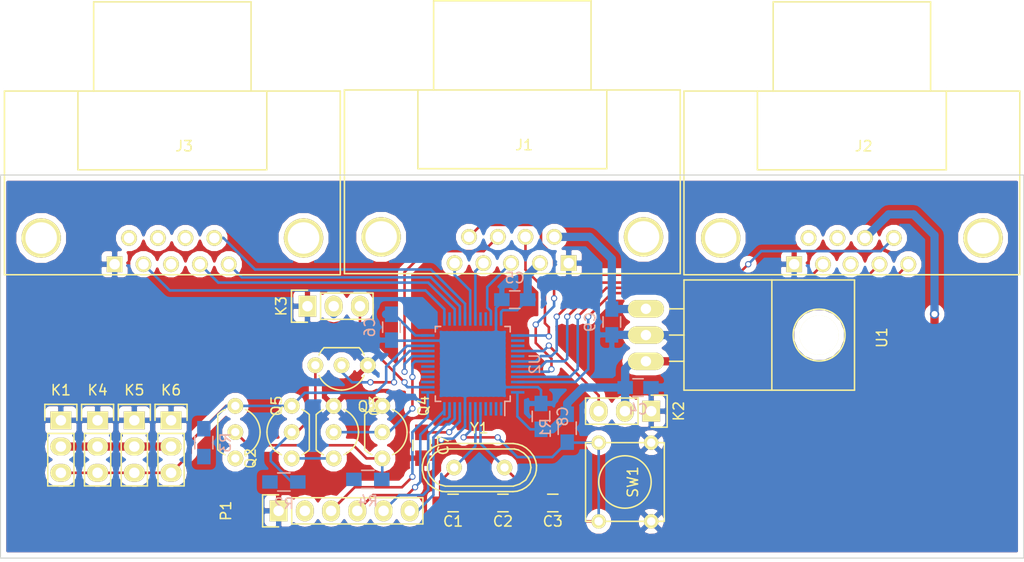
<source format=kicad_pcb>
(kicad_pcb (version 4) (host pcbnew 4.0.2+dfsg1-stable)

  (general
    (links 97)
    (no_connects 11)
    (area 12.649999 30.048999 111.810001 67.233001)
    (thickness 1.6)
    (drawings 4)
    (tracks 306)
    (zones 0)
    (modules 32)
    (nets 33)
  )

  (page A4)
  (layers
    (0 F.Cu signal)
    (31 B.Cu signal)
    (32 B.Adhes user)
    (33 F.Adhes user)
    (34 B.Paste user)
    (35 F.Paste user)
    (36 B.SilkS user)
    (37 F.SilkS user)
    (38 B.Mask user)
    (39 F.Mask user)
    (40 Dwgs.User user)
    (41 Cmts.User user)
    (42 Eco1.User user)
    (43 Eco2.User user)
    (44 Edge.Cuts user)
    (45 Margin user)
    (46 B.CrtYd user)
    (47 F.CrtYd user)
    (48 B.Fab user)
    (49 F.Fab user)
  )

  (setup
    (last_trace_width 0.25)
    (trace_clearance 0.2)
    (zone_clearance 0.508)
    (zone_45_only no)
    (trace_min 0.2)
    (segment_width 0.2)
    (edge_width 0.1)
    (via_size 0.6)
    (via_drill 0.4)
    (via_min_size 0.4)
    (via_min_drill 0.3)
    (uvia_size 0.3)
    (uvia_drill 0.1)
    (uvias_allowed no)
    (uvia_min_size 0.2)
    (uvia_min_drill 0.1)
    (pcb_text_width 0.3)
    (pcb_text_size 1.5 1.5)
    (mod_edge_width 0.15)
    (mod_text_size 1 1)
    (mod_text_width 0.15)
    (pad_size 1.5 1.5)
    (pad_drill 0.6)
    (pad_to_mask_clearance 0)
    (aux_axis_origin 12.7 66.04)
    (grid_origin 53.086 35.687)
    (visible_elements FFFFFF7F)
    (pcbplotparams
      (layerselection 0x00030_80000001)
      (usegerberextensions false)
      (excludeedgelayer true)
      (linewidth 0.100000)
      (plotframeref false)
      (viasonmask false)
      (mode 1)
      (useauxorigin false)
      (hpglpennumber 1)
      (hpglpenspeed 20)
      (hpglpendiameter 15)
      (hpglpenoverlay 2)
      (psnegative false)
      (psa4output false)
      (plotreference true)
      (plotvalue true)
      (plotinvisibletext false)
      (padsonsilk false)
      (subtractmaskfromsilk false)
      (outputformat 1)
      (mirror false)
      (drillshape 1)
      (scaleselection 1)
      (outputdirectory ""))
  )

  (net 0 "")
  (net 1 "/Sensor Block/XTAL1")
  (net 2 GND)
  (net 3 "/Sensor Block/XTAL2")
  (net 4 "/Sensor Block/RESET")
  (net 5 +3V3)
  (net 6 +5V)
  (net 7 "/Sensor Block/SWDIO")
  (net 8 "/Sensor Block/USART1_RX")
  (net 9 "/Sensor Block/USART1_TX")
  (net 10 "/Sensor Block/BOOT0")
  (net 11 "/Sensor Block/BOOT1")
  (net 12 "/Sensor Block/SWCLK")
  (net 13 "/Sensor Block/USART To OneWire/ONEWIRE_BUS")
  (net 14 "/Sensor Block/DHT_BUS")
  (net 15 "/Sensor Block/NOISE_LEVEL")
  (net 16 "/Sensor Block/USART To OneWire/USART_TX")
  (net 17 "Net-(Q1-Pad3)")
  (net 18 "Net-(Q2-Pad1)")
  (net 19 "/Sensor Block/USART To OneWire/DATA_EN")
  (net 20 "Net-(Q4-Pad3)")
  (net 21 "/Sensor Block/XBEE_CTS")
  (net 22 "/Sensor Block/XBEE_RTS")
  (net 23 "/Sensor Block/XBEE_TX")
  (net 24 "/Sensor Block/XBEE_RX")
  (net 25 "/Sensor Block/LIGHT2_SEL3")
  (net 26 "/Sensor Block/LIGHT2_SEL2")
  (net 27 "/Sensor Block/LIGHT2_EN")
  (net 28 "/Sensor Block/LIGHT1_EN")
  (net 29 "/Sensor Block/LIGHT1_SEL2")
  (net 30 "/Sensor Block/LIGHT1_SEL3")
  (net 31 "/Sensor Block/LIGHT1_FREQ")
  (net 32 "/Sensor Block/LIGHT2_FREQ")

  (net_class Default "This is the default net class."
    (clearance 0.2)
    (trace_width 0.25)
    (via_dia 0.6)
    (via_drill 0.4)
    (uvia_dia 0.3)
    (uvia_drill 0.1)
    (add_net "/Sensor Block/BOOT0")
    (add_net "/Sensor Block/BOOT1")
    (add_net "/Sensor Block/DHT_BUS")
    (add_net "/Sensor Block/LIGHT1_EN")
    (add_net "/Sensor Block/LIGHT1_FREQ")
    (add_net "/Sensor Block/LIGHT1_SEL2")
    (add_net "/Sensor Block/LIGHT1_SEL3")
    (add_net "/Sensor Block/LIGHT2_EN")
    (add_net "/Sensor Block/LIGHT2_FREQ")
    (add_net "/Sensor Block/LIGHT2_SEL2")
    (add_net "/Sensor Block/LIGHT2_SEL3")
    (add_net "/Sensor Block/NOISE_LEVEL")
    (add_net "/Sensor Block/RESET")
    (add_net "/Sensor Block/SWCLK")
    (add_net "/Sensor Block/SWDIO")
    (add_net "/Sensor Block/USART To OneWire/DATA_EN")
    (add_net "/Sensor Block/USART To OneWire/ONEWIRE_BUS")
    (add_net "/Sensor Block/USART To OneWire/USART_TX")
    (add_net "/Sensor Block/USART1_RX")
    (add_net "/Sensor Block/USART1_TX")
    (add_net "/Sensor Block/XBEE_CTS")
    (add_net "/Sensor Block/XBEE_RTS")
    (add_net "/Sensor Block/XBEE_RX")
    (add_net "/Sensor Block/XBEE_TX")
    (add_net "/Sensor Block/XTAL1")
    (add_net "/Sensor Block/XTAL2")
    (add_net "Net-(Q1-Pad3)")
    (add_net "Net-(Q2-Pad1)")
    (add_net "Net-(Q4-Pad3)")
  )

  (net_class Power ""
    (clearance 0.2)
    (trace_width 0.8)
    (via_dia 0.9)
    (via_drill 0.6)
    (uvia_dia 0.3)
    (uvia_drill 0.1)
    (add_net +3V3)
    (add_net +5V)
    (add_net GND)
  )

  (module Connect:DB9FC (layer F.Cu) (tedit 0) (tstamp 577CD42F)
    (at 94.996 37.465)
    (descr "Connecteur DB9 femelle couche")
    (tags "CONN DB9")
    (path /57791A0A/577D317E)
    (fp_text reference J2 (at 1.27 -10.16) (layer F.SilkS)
      (effects (font (size 1 1) (thickness 0.15)))
    )
    (fp_text value DB9 (at 1.27 -3.81) (layer F.Fab)
      (effects (font (size 1 1) (thickness 0.15)))
    )
    (fp_line (start -16.129 2.286) (end 16.383 2.286) (layer F.SilkS) (width 0.15))
    (fp_line (start 16.383 2.286) (end 16.383 -15.494) (layer F.SilkS) (width 0.15))
    (fp_line (start 16.383 -15.494) (end -16.129 -15.494) (layer F.SilkS) (width 0.15))
    (fp_line (start -16.129 -15.494) (end -16.129 2.286) (layer F.SilkS) (width 0.15))
    (fp_line (start -9.017 -15.494) (end -9.017 -7.874) (layer F.SilkS) (width 0.15))
    (fp_line (start -9.017 -7.874) (end 9.271 -7.874) (layer F.SilkS) (width 0.15))
    (fp_line (start 9.271 -7.874) (end 9.271 -15.494) (layer F.SilkS) (width 0.15))
    (fp_line (start -7.493 -15.494) (end -7.493 -24.13) (layer F.SilkS) (width 0.15))
    (fp_line (start -7.493 -24.13) (end 7.747 -24.13) (layer F.SilkS) (width 0.15))
    (fp_line (start 7.747 -24.13) (end 7.747 -15.494) (layer F.SilkS) (width 0.15))
    (pad "" thru_hole circle (at 12.827 -1.27) (size 3.81 3.81) (drill 3.048) (layers *.Cu *.Mask F.SilkS))
    (pad "" thru_hole circle (at -12.573 -1.27) (size 3.81 3.81) (drill 3.048) (layers *.Cu *.Mask F.SilkS))
    (pad 1 thru_hole rect (at -5.461 1.27) (size 1.524 1.524) (drill 1.016) (layers *.Cu *.Mask F.SilkS)
      (net 2 GND))
    (pad 2 thru_hole circle (at -2.667 1.27) (size 1.524 1.524) (drill 1.016) (layers *.Cu *.Mask F.SilkS)
      (net 27 "/Sensor Block/LIGHT2_EN"))
    (pad 3 thru_hole circle (at 0 1.27) (size 1.524 1.524) (drill 1.016) (layers *.Cu *.Mask F.SilkS))
    (pad 4 thru_hole circle (at 2.794 1.27) (size 1.524 1.524) (drill 1.016) (layers *.Cu *.Mask F.SilkS)
      (net 26 "/Sensor Block/LIGHT2_SEL2"))
    (pad 5 thru_hole circle (at 5.588 1.27) (size 1.524 1.524) (drill 1.016) (layers *.Cu *.Mask F.SilkS)
      (net 25 "/Sensor Block/LIGHT2_SEL3"))
    (pad 6 thru_hole circle (at -4.064 -1.27) (size 1.524 1.524) (drill 1.016) (layers *.Cu *.Mask F.SilkS))
    (pad 7 thru_hole circle (at -1.27 -1.27) (size 1.524 1.524) (drill 1.016) (layers *.Cu *.Mask F.SilkS))
    (pad 8 thru_hole circle (at 1.397 -1.27) (size 1.524 1.524) (drill 1.016) (layers *.Cu *.Mask F.SilkS)
      (net 5 +3V3))
    (pad 9 thru_hole circle (at 4.191 -1.27) (size 1.524 1.524) (drill 1.016) (layers *.Cu *.Mask F.SilkS)
      (net 32 "/Sensor Block/LIGHT2_FREQ"))
    (model Connect.3dshapes/DB9FC.wrl
      (at (xyz 0 0 0))
      (scale (xyz 1 1 1))
      (rotate (xyz 0 0 0))
    )
  )

  (module Connect:DB9MC (layer F.Cu) (tedit 0) (tstamp 577A4FA6)
    (at 62.124001 37.359001)
    (descr "Connecteur DB9 male couche")
    (tags "CONN DB9")
    (path /57791A0A/577A4D7B)
    (fp_text reference J1 (at 1.27 -10.16) (layer F.SilkS)
      (effects (font (size 1 1) (thickness 0.15)))
    )
    (fp_text value DB9 (at 1.27 -3.81) (layer F.Fab)
      (effects (font (size 1 1) (thickness 0.15)))
    )
    (fp_line (start -16.129 2.286) (end 16.383 2.286) (layer F.SilkS) (width 0.15))
    (fp_line (start 16.383 2.286) (end 16.383 -15.494) (layer F.SilkS) (width 0.15))
    (fp_line (start 16.383 -15.494) (end -16.129 -15.494) (layer F.SilkS) (width 0.15))
    (fp_line (start -16.129 -15.494) (end -16.129 2.286) (layer F.SilkS) (width 0.15))
    (fp_line (start -9.017 -15.494) (end -9.017 -7.874) (layer F.SilkS) (width 0.15))
    (fp_line (start -9.017 -7.874) (end 9.271 -7.874) (layer F.SilkS) (width 0.15))
    (fp_line (start 9.271 -7.874) (end 9.271 -15.494) (layer F.SilkS) (width 0.15))
    (fp_line (start -7.493 -15.494) (end -7.493 -24.13) (layer F.SilkS) (width 0.15))
    (fp_line (start -7.493 -24.13) (end 7.747 -24.13) (layer F.SilkS) (width 0.15))
    (fp_line (start 7.747 -24.13) (end 7.747 -15.494) (layer F.SilkS) (width 0.15))
    (pad "" thru_hole circle (at 12.827 -1.27) (size 3.81 3.81) (drill 3.048) (layers *.Cu *.Mask F.SilkS))
    (pad "" thru_hole circle (at -12.573 -1.27) (size 3.81 3.81) (drill 3.048) (layers *.Cu *.Mask F.SilkS))
    (pad 1 thru_hole rect (at 5.588 1.27) (size 1.524 1.524) (drill 1.016) (layers *.Cu *.Mask F.SilkS)
      (net 2 GND))
    (pad 2 thru_hole circle (at 2.794 1.27) (size 1.524 1.524) (drill 1.016) (layers *.Cu *.Mask F.SilkS)
      (net 5 +3V3))
    (pad 3 thru_hole circle (at 0 1.27) (size 1.524 1.524) (drill 1.016) (layers *.Cu *.Mask F.SilkS)
      (net 7 "/Sensor Block/SWDIO"))
    (pad 4 thru_hole circle (at -2.667 1.27) (size 1.524 1.524) (drill 1.016) (layers *.Cu *.Mask F.SilkS)
      (net 8 "/Sensor Block/USART1_RX"))
    (pad 5 thru_hole circle (at -5.461 1.27) (size 1.524 1.524) (drill 1.016) (layers *.Cu *.Mask F.SilkS)
      (net 9 "/Sensor Block/USART1_TX"))
    (pad 9 thru_hole circle (at -4.064 -1.27) (size 1.524 1.524) (drill 1.016) (layers *.Cu *.Mask F.SilkS)
      (net 10 "/Sensor Block/BOOT0"))
    (pad 8 thru_hole circle (at -1.27 -1.27) (size 1.524 1.524) (drill 1.016) (layers *.Cu *.Mask F.SilkS)
      (net 11 "/Sensor Block/BOOT1"))
    (pad 7 thru_hole circle (at 1.397 -1.27) (size 1.524 1.524) (drill 1.016) (layers *.Cu *.Mask F.SilkS)
      (net 12 "/Sensor Block/SWCLK"))
    (pad 6 thru_hole circle (at 4.191 -1.27) (size 1.524 1.524) (drill 1.016) (layers *.Cu *.Mask F.SilkS)
      (net 6 +5V))
    (model Connect.3dshapes/DB9MC.wrl
      (at (xyz 0 0 0))
      (scale (xyz 1 1 1))
      (rotate (xyz 0 0 0))
    )
  )

  (module Capacitors_SMD:C_0805_HandSoldering (layer B.Cu) (tedit 541A9B8D) (tstamp 577C1209)
    (at 71.882 44.323 270)
    (descr "Capacitor SMD 0805, hand soldering")
    (tags "capacitor 0805")
    (path /57791A0A/577C15ED)
    (attr smd)
    (fp_text reference C9 (at 0 2.1 270) (layer B.SilkS)
      (effects (font (size 1 1) (thickness 0.15)) (justify mirror))
    )
    (fp_text value 10u (at 0 -2.1 270) (layer B.Fab)
      (effects (font (size 1 1) (thickness 0.15)) (justify mirror))
    )
    (fp_line (start -2.3 1) (end 2.3 1) (layer B.CrtYd) (width 0.05))
    (fp_line (start -2.3 -1) (end 2.3 -1) (layer B.CrtYd) (width 0.05))
    (fp_line (start -2.3 1) (end -2.3 -1) (layer B.CrtYd) (width 0.05))
    (fp_line (start 2.3 1) (end 2.3 -1) (layer B.CrtYd) (width 0.05))
    (fp_line (start 0.5 0.85) (end -0.5 0.85) (layer B.SilkS) (width 0.15))
    (fp_line (start -0.5 -0.85) (end 0.5 -0.85) (layer B.SilkS) (width 0.15))
    (pad 1 smd rect (at -1.25 0 270) (size 1.5 1.25) (layers B.Cu B.Paste B.Mask)
      (net 6 +5V))
    (pad 2 smd rect (at 1.25 0 270) (size 1.5 1.25) (layers B.Cu B.Paste B.Mask)
      (net 2 GND))
    (model Capacitors_SMD.3dshapes/C_0805_HandSoldering.wrl
      (at (xyz 0 0 0))
      (scale (xyz 1 1 1))
      (rotate (xyz 0 0 0))
    )
  )

  (module Resistors_SMD:R_0805_HandSoldering (layer B.Cu) (tedit 54189DEE) (tstamp 577A5012)
    (at 32.385 56.007 90)
    (descr "Resistor SMD 0805, hand soldering")
    (tags "resistor 0805")
    (path /57791A0A/577A9B69/577A9EA5)
    (attr smd)
    (fp_text reference R3 (at 0 2.1 90) (layer B.SilkS)
      (effects (font (size 1 1) (thickness 0.15)) (justify mirror))
    )
    (fp_text value 4.7k (at 0 -2.1 90) (layer B.Fab)
      (effects (font (size 1 1) (thickness 0.15)) (justify mirror))
    )
    (fp_line (start -2.4 1) (end 2.4 1) (layer B.CrtYd) (width 0.05))
    (fp_line (start -2.4 -1) (end 2.4 -1) (layer B.CrtYd) (width 0.05))
    (fp_line (start -2.4 1) (end -2.4 -1) (layer B.CrtYd) (width 0.05))
    (fp_line (start 2.4 1) (end 2.4 -1) (layer B.CrtYd) (width 0.05))
    (fp_line (start 0.6 -0.875) (end -0.6 -0.875) (layer B.SilkS) (width 0.15))
    (fp_line (start -0.6 0.875) (end 0.6 0.875) (layer B.SilkS) (width 0.15))
    (pad 1 smd rect (at -1.35 0 90) (size 1.5 1.3) (layers B.Cu B.Paste B.Mask)
      (net 5 +3V3))
    (pad 2 smd rect (at 1.35 0 90) (size 1.5 1.3) (layers B.Cu B.Paste B.Mask)
      (net 13 "/Sensor Block/USART To OneWire/ONEWIRE_BUS"))
    (model Resistors_SMD.3dshapes/R_0805_HandSoldering.wrl
      (at (xyz 0 0 0))
      (scale (xyz 1 1 1))
      (rotate (xyz 0 0 0))
    )
  )

  (module TO_SOT_Packages_THT:TO-92_Inline_Wide (layer F.Cu) (tedit 54F242B4) (tstamp 577A4FEB)
    (at 40.894 57.531 90)
    (descr "TO-92 leads in-line, wide, drill 0.8mm (see NXP sot054_po.pdf)")
    (tags "to-92 sc-43 sc-43a sot54 PA33 transistor")
    (path /57791A0A/577A9B69/577A9C5A)
    (fp_text reference Q2 (at 0 -4 270) (layer F.SilkS)
      (effects (font (size 1 1) (thickness 0.15)))
    )
    (fp_text value 2N7000 (at 0 3 90) (layer F.Fab)
      (effects (font (size 1 1) (thickness 0.15)))
    )
    (fp_arc (start 2.54 0) (end 0.84 1.7) (angle 20.5) (layer F.SilkS) (width 0.15))
    (fp_arc (start 2.54 0) (end 4.24 1.7) (angle -20.5) (layer F.SilkS) (width 0.15))
    (fp_line (start -1 1.95) (end -1 -2.65) (layer F.CrtYd) (width 0.05))
    (fp_line (start -1 1.95) (end 6.1 1.95) (layer F.CrtYd) (width 0.05))
    (fp_line (start 0.84 1.7) (end 4.24 1.7) (layer F.SilkS) (width 0.15))
    (fp_arc (start 2.54 0) (end 2.54 -2.4) (angle -65.55604127) (layer F.SilkS) (width 0.15))
    (fp_arc (start 2.54 0) (end 2.54 -2.4) (angle 65.55604127) (layer F.SilkS) (width 0.15))
    (fp_line (start -1 -2.65) (end 6.1 -2.65) (layer F.CrtYd) (width 0.05))
    (fp_line (start 6.1 1.95) (end 6.1 -2.65) (layer F.CrtYd) (width 0.05))
    (pad 2 thru_hole circle (at 2.54 0 180) (size 1.524 1.524) (drill 0.8) (layers *.Cu *.Mask F.SilkS)
      (net 17 "Net-(Q1-Pad3)"))
    (pad 3 thru_hole circle (at 5.08 0 180) (size 1.524 1.524) (drill 0.8) (layers *.Cu *.Mask F.SilkS)
      (net 13 "/Sensor Block/USART To OneWire/ONEWIRE_BUS"))
    (pad 1 thru_hole circle (at 0 0 180) (size 1.524 1.524) (drill 0.8) (layers *.Cu *.Mask F.SilkS)
      (net 18 "Net-(Q2-Pad1)"))
    (model TO_SOT_Packages_THT.3dshapes/TO-92_Inline_Wide.wrl
      (at (xyz 0.1 0 0))
      (scale (xyz 1 1 1))
      (rotate (xyz 0 0 -90))
    )
  )

  (module TO_SOT_Packages_THT:TO-92_Inline_Wide (layer F.Cu) (tedit 54F242B4) (tstamp 577A4FF2)
    (at 44.958 52.451 270)
    (descr "TO-92 leads in-line, wide, drill 0.8mm (see NXP sot054_po.pdf)")
    (tags "to-92 sc-43 sc-43a sot54 PA33 transistor")
    (path /57791A0A/577A9B69/577A9C9F)
    (fp_text reference Q3 (at 0 -4 450) (layer F.SilkS)
      (effects (font (size 1 1) (thickness 0.15)))
    )
    (fp_text value 2N7000 (at 0 3 270) (layer F.Fab)
      (effects (font (size 1 1) (thickness 0.15)))
    )
    (fp_arc (start 2.54 0) (end 0.84 1.7) (angle 20.5) (layer F.SilkS) (width 0.15))
    (fp_arc (start 2.54 0) (end 4.24 1.7) (angle -20.5) (layer F.SilkS) (width 0.15))
    (fp_line (start -1 1.95) (end -1 -2.65) (layer F.CrtYd) (width 0.05))
    (fp_line (start -1 1.95) (end 6.1 1.95) (layer F.CrtYd) (width 0.05))
    (fp_line (start 0.84 1.7) (end 4.24 1.7) (layer F.SilkS) (width 0.15))
    (fp_arc (start 2.54 0) (end 2.54 -2.4) (angle -65.55604127) (layer F.SilkS) (width 0.15))
    (fp_arc (start 2.54 0) (end 2.54 -2.4) (angle 65.55604127) (layer F.SilkS) (width 0.15))
    (fp_line (start -1 -2.65) (end 6.1 -2.65) (layer F.CrtYd) (width 0.05))
    (fp_line (start 6.1 1.95) (end 6.1 -2.65) (layer F.CrtYd) (width 0.05))
    (pad 2 thru_hole circle (at 2.54 0) (size 1.524 1.524) (drill 0.8) (layers *.Cu *.Mask F.SilkS)
      (net 19 "/Sensor Block/USART To OneWire/DATA_EN"))
    (pad 3 thru_hole circle (at 5.08 0) (size 1.524 1.524) (drill 0.8) (layers *.Cu *.Mask F.SilkS)
      (net 18 "Net-(Q2-Pad1)"))
    (pad 1 thru_hole circle (at 0 0) (size 1.524 1.524) (drill 0.8) (layers *.Cu *.Mask F.SilkS)
      (net 2 GND))
    (model TO_SOT_Packages_THT.3dshapes/TO-92_Inline_Wide.wrl
      (at (xyz 0.1 0 0))
      (scale (xyz 1 1 1))
      (rotate (xyz 0 0 -90))
    )
  )

  (module Capacitors_SMD:C_0805_HandSoldering (layer F.Cu) (tedit 541A9B8D) (tstamp 577A4F6D)
    (at 56.515 61.849)
    (descr "Capacitor SMD 0805, hand soldering")
    (tags "capacitor 0805")
    (path /57791A0A/57793FB4)
    (attr smd)
    (fp_text reference C1 (at 0 1.778) (layer F.SilkS)
      (effects (font (size 1 1) (thickness 0.15)))
    )
    (fp_text value 56p (at 0 2.1) (layer F.Fab)
      (effects (font (size 1 1) (thickness 0.15)))
    )
    (fp_line (start -2.3 -1) (end 2.3 -1) (layer F.CrtYd) (width 0.05))
    (fp_line (start -2.3 1) (end 2.3 1) (layer F.CrtYd) (width 0.05))
    (fp_line (start -2.3 -1) (end -2.3 1) (layer F.CrtYd) (width 0.05))
    (fp_line (start 2.3 -1) (end 2.3 1) (layer F.CrtYd) (width 0.05))
    (fp_line (start 0.5 -0.85) (end -0.5 -0.85) (layer F.SilkS) (width 0.15))
    (fp_line (start -0.5 0.85) (end 0.5 0.85) (layer F.SilkS) (width 0.15))
    (pad 1 smd rect (at -1.25 0) (size 1.5 1.25) (layers F.Cu F.Paste F.Mask)
      (net 1 "/Sensor Block/XTAL1"))
    (pad 2 smd rect (at 1.25 0) (size 1.5 1.25) (layers F.Cu F.Paste F.Mask)
      (net 2 GND))
    (model Capacitors_SMD.3dshapes/C_0805_HandSoldering.wrl
      (at (xyz 0 0 0))
      (scale (xyz 1 1 1))
      (rotate (xyz 0 0 0))
    )
  )

  (module Capacitors_SMD:C_0805_HandSoldering (layer F.Cu) (tedit 541A9B8D) (tstamp 577A4F73)
    (at 61.341 61.849 180)
    (descr "Capacitor SMD 0805, hand soldering")
    (tags "capacitor 0805")
    (path /57791A0A/57793E97)
    (attr smd)
    (fp_text reference C2 (at 0 -1.778 180) (layer F.SilkS)
      (effects (font (size 1 1) (thickness 0.15)))
    )
    (fp_text value 56p (at 0 2.1 180) (layer F.Fab)
      (effects (font (size 1 1) (thickness 0.15)))
    )
    (fp_line (start -2.3 -1) (end 2.3 -1) (layer F.CrtYd) (width 0.05))
    (fp_line (start -2.3 1) (end 2.3 1) (layer F.CrtYd) (width 0.05))
    (fp_line (start -2.3 -1) (end -2.3 1) (layer F.CrtYd) (width 0.05))
    (fp_line (start 2.3 -1) (end 2.3 1) (layer F.CrtYd) (width 0.05))
    (fp_line (start 0.5 -0.85) (end -0.5 -0.85) (layer F.SilkS) (width 0.15))
    (fp_line (start -0.5 0.85) (end 0.5 0.85) (layer F.SilkS) (width 0.15))
    (pad 1 smd rect (at -1.25 0 180) (size 1.5 1.25) (layers F.Cu F.Paste F.Mask)
      (net 3 "/Sensor Block/XTAL2"))
    (pad 2 smd rect (at 1.25 0 180) (size 1.5 1.25) (layers F.Cu F.Paste F.Mask)
      (net 2 GND))
    (model Capacitors_SMD.3dshapes/C_0805_HandSoldering.wrl
      (at (xyz 0 0 0))
      (scale (xyz 1 1 1))
      (rotate (xyz 0 0 0))
    )
  )

  (module Capacitors_SMD:C_0805_HandSoldering (layer F.Cu) (tedit 541A9B8D) (tstamp 577A4F79)
    (at 66.167 61.849 180)
    (descr "Capacitor SMD 0805, hand soldering")
    (tags "capacitor 0805")
    (path /57791A0A/577925DE)
    (attr smd)
    (fp_text reference C3 (at 0 -1.778 180) (layer F.SilkS)
      (effects (font (size 1 1) (thickness 0.15)))
    )
    (fp_text value 100n (at 0 2.1 180) (layer F.Fab)
      (effects (font (size 1 1) (thickness 0.15)))
    )
    (fp_line (start -2.3 -1) (end 2.3 -1) (layer F.CrtYd) (width 0.05))
    (fp_line (start -2.3 1) (end 2.3 1) (layer F.CrtYd) (width 0.05))
    (fp_line (start -2.3 -1) (end -2.3 1) (layer F.CrtYd) (width 0.05))
    (fp_line (start 2.3 -1) (end 2.3 1) (layer F.CrtYd) (width 0.05))
    (fp_line (start 0.5 -0.85) (end -0.5 -0.85) (layer F.SilkS) (width 0.15))
    (fp_line (start -0.5 0.85) (end 0.5 0.85) (layer F.SilkS) (width 0.15))
    (pad 1 smd rect (at -1.25 0 180) (size 1.5 1.25) (layers F.Cu F.Paste F.Mask)
      (net 4 "/Sensor Block/RESET"))
    (pad 2 smd rect (at 1.25 0 180) (size 1.5 1.25) (layers F.Cu F.Paste F.Mask)
      (net 2 GND))
    (model Capacitors_SMD.3dshapes/C_0805_HandSoldering.wrl
      (at (xyz 0 0 0))
      (scale (xyz 1 1 1))
      (rotate (xyz 0 0 0))
    )
  )

  (module Capacitors_SMD:C_0805_HandSoldering (layer B.Cu) (tedit 541A9B8D) (tstamp 577A4F7F)
    (at 74.422 50.673)
    (descr "Capacitor SMD 0805, hand soldering")
    (tags "capacitor 0805")
    (path /57791A0A/577A5B5B)
    (attr smd)
    (fp_text reference C4 (at 0 2.1) (layer B.SilkS)
      (effects (font (size 1 1) (thickness 0.15)) (justify mirror))
    )
    (fp_text value 10u (at 0 -2.1) (layer B.Fab)
      (effects (font (size 1 1) (thickness 0.15)) (justify mirror))
    )
    (fp_line (start -2.3 1) (end 2.3 1) (layer B.CrtYd) (width 0.05))
    (fp_line (start -2.3 -1) (end 2.3 -1) (layer B.CrtYd) (width 0.05))
    (fp_line (start -2.3 1) (end -2.3 -1) (layer B.CrtYd) (width 0.05))
    (fp_line (start 2.3 1) (end 2.3 -1) (layer B.CrtYd) (width 0.05))
    (fp_line (start 0.5 0.85) (end -0.5 0.85) (layer B.SilkS) (width 0.15))
    (fp_line (start -0.5 -0.85) (end 0.5 -0.85) (layer B.SilkS) (width 0.15))
    (pad 1 smd rect (at -1.25 0) (size 1.5 1.25) (layers B.Cu B.Paste B.Mask)
      (net 5 +3V3))
    (pad 2 smd rect (at 1.25 0) (size 1.5 1.25) (layers B.Cu B.Paste B.Mask)
      (net 2 GND))
    (model Capacitors_SMD.3dshapes/C_0805_HandSoldering.wrl
      (at (xyz 0 0 0))
      (scale (xyz 1 1 1))
      (rotate (xyz 0 0 0))
    )
  )

  (module Capacitors_SMD:C_0805_HandSoldering (layer B.Cu) (tedit 541A9B8D) (tstamp 577A4F85)
    (at 62.484 42.164 180)
    (descr "Capacitor SMD 0805, hand soldering")
    (tags "capacitor 0805")
    (path /57791A0A/577A5CBC)
    (attr smd)
    (fp_text reference C5 (at 0 2.1 180) (layer B.SilkS)
      (effects (font (size 1 1) (thickness 0.15)) (justify mirror))
    )
    (fp_text value 100n (at 0 -2.1 180) (layer B.Fab)
      (effects (font (size 1 1) (thickness 0.15)) (justify mirror))
    )
    (fp_line (start -2.3 1) (end 2.3 1) (layer B.CrtYd) (width 0.05))
    (fp_line (start -2.3 -1) (end 2.3 -1) (layer B.CrtYd) (width 0.05))
    (fp_line (start -2.3 1) (end -2.3 -1) (layer B.CrtYd) (width 0.05))
    (fp_line (start 2.3 1) (end 2.3 -1) (layer B.CrtYd) (width 0.05))
    (fp_line (start 0.5 0.85) (end -0.5 0.85) (layer B.SilkS) (width 0.15))
    (fp_line (start -0.5 -0.85) (end 0.5 -0.85) (layer B.SilkS) (width 0.15))
    (pad 1 smd rect (at -1.25 0 180) (size 1.5 1.25) (layers B.Cu B.Paste B.Mask)
      (net 5 +3V3))
    (pad 2 smd rect (at 1.25 0 180) (size 1.5 1.25) (layers B.Cu B.Paste B.Mask)
      (net 2 GND))
    (model Capacitors_SMD.3dshapes/C_0805_HandSoldering.wrl
      (at (xyz 0 0 0))
      (scale (xyz 1 1 1))
      (rotate (xyz 0 0 0))
    )
  )

  (module Capacitors_SMD:C_0805_HandSoldering (layer B.Cu) (tedit 541A9B8D) (tstamp 577A4F8B)
    (at 50.546 44.831 270)
    (descr "Capacitor SMD 0805, hand soldering")
    (tags "capacitor 0805")
    (path /57791A0A/577A876A)
    (attr smd)
    (fp_text reference C6 (at 0 2.1 270) (layer B.SilkS)
      (effects (font (size 1 1) (thickness 0.15)) (justify mirror))
    )
    (fp_text value 100n (at 0 -2.1 270) (layer B.Fab)
      (effects (font (size 1 1) (thickness 0.15)) (justify mirror))
    )
    (fp_line (start -2.3 1) (end 2.3 1) (layer B.CrtYd) (width 0.05))
    (fp_line (start -2.3 -1) (end 2.3 -1) (layer B.CrtYd) (width 0.05))
    (fp_line (start -2.3 1) (end -2.3 -1) (layer B.CrtYd) (width 0.05))
    (fp_line (start 2.3 1) (end 2.3 -1) (layer B.CrtYd) (width 0.05))
    (fp_line (start 0.5 0.85) (end -0.5 0.85) (layer B.SilkS) (width 0.15))
    (fp_line (start -0.5 -0.85) (end 0.5 -0.85) (layer B.SilkS) (width 0.15))
    (pad 1 smd rect (at -1.25 0 270) (size 1.5 1.25) (layers B.Cu B.Paste B.Mask)
      (net 5 +3V3))
    (pad 2 smd rect (at 1.25 0 270) (size 1.5 1.25) (layers B.Cu B.Paste B.Mask)
      (net 2 GND))
    (model Capacitors_SMD.3dshapes/C_0805_HandSoldering.wrl
      (at (xyz 0 0 0))
      (scale (xyz 1 1 1))
      (rotate (xyz 0 0 0))
    )
  )

  (module Capacitors_SMD:C_0805_HandSoldering (layer F.Cu) (tedit 541A9B8D) (tstamp 577A4F91)
    (at 53.467 56.261 270)
    (descr "Capacitor SMD 0805, hand soldering")
    (tags "capacitor 0805")
    (path /57791A0A/577A8473)
    (attr smd)
    (fp_text reference C7 (at 0 -2.1 270) (layer F.SilkS)
      (effects (font (size 1 1) (thickness 0.15)))
    )
    (fp_text value 100n (at 0 2.1 270) (layer F.Fab)
      (effects (font (size 1 1) (thickness 0.15)))
    )
    (fp_line (start -2.3 -1) (end 2.3 -1) (layer F.CrtYd) (width 0.05))
    (fp_line (start -2.3 1) (end 2.3 1) (layer F.CrtYd) (width 0.05))
    (fp_line (start -2.3 -1) (end -2.3 1) (layer F.CrtYd) (width 0.05))
    (fp_line (start 2.3 -1) (end 2.3 1) (layer F.CrtYd) (width 0.05))
    (fp_line (start 0.5 -0.85) (end -0.5 -0.85) (layer F.SilkS) (width 0.15))
    (fp_line (start -0.5 0.85) (end 0.5 0.85) (layer F.SilkS) (width 0.15))
    (pad 1 smd rect (at -1.25 0 270) (size 1.5 1.25) (layers F.Cu F.Paste F.Mask)
      (net 5 +3V3))
    (pad 2 smd rect (at 1.25 0 270) (size 1.5 1.25) (layers F.Cu F.Paste F.Mask)
      (net 2 GND))
    (model Capacitors_SMD.3dshapes/C_0805_HandSoldering.wrl
      (at (xyz 0 0 0))
      (scale (xyz 1 1 1))
      (rotate (xyz 0 0 0))
    )
  )

  (module Capacitors_SMD:C_0805_HandSoldering (layer B.Cu) (tedit 541A9B8D) (tstamp 577A4F97)
    (at 65.024 53.467 90)
    (descr "Capacitor SMD 0805, hand soldering")
    (tags "capacitor 0805")
    (path /57791A0A/577A877C)
    (attr smd)
    (fp_text reference C8 (at 0 2.1 90) (layer B.SilkS)
      (effects (font (size 1 1) (thickness 0.15)) (justify mirror))
    )
    (fp_text value 100n (at 0 -2.1 90) (layer B.Fab)
      (effects (font (size 1 1) (thickness 0.15)) (justify mirror))
    )
    (fp_line (start -2.3 1) (end 2.3 1) (layer B.CrtYd) (width 0.05))
    (fp_line (start -2.3 -1) (end 2.3 -1) (layer B.CrtYd) (width 0.05))
    (fp_line (start -2.3 1) (end -2.3 -1) (layer B.CrtYd) (width 0.05))
    (fp_line (start 2.3 1) (end 2.3 -1) (layer B.CrtYd) (width 0.05))
    (fp_line (start 0.5 0.85) (end -0.5 0.85) (layer B.SilkS) (width 0.15))
    (fp_line (start -0.5 -0.85) (end 0.5 -0.85) (layer B.SilkS) (width 0.15))
    (pad 1 smd rect (at -1.25 0 90) (size 1.5 1.25) (layers B.Cu B.Paste B.Mask)
      (net 5 +3V3))
    (pad 2 smd rect (at 1.25 0 90) (size 1.5 1.25) (layers B.Cu B.Paste B.Mask)
      (net 2 GND))
    (model Capacitors_SMD.3dshapes/C_0805_HandSoldering.wrl
      (at (xyz 0 0 0))
      (scale (xyz 1 1 1))
      (rotate (xyz 0 0 0))
    )
  )

  (module Pin_Headers:Pin_Header_Straight_1x03 (layer F.Cu) (tedit 0) (tstamp 577A4FCF)
    (at 18.542 53.848)
    (descr "Through hole pin header")
    (tags "pin header")
    (path /57791A0A/577928D2)
    (fp_text reference K1 (at 0 -2.921) (layer F.SilkS)
      (effects (font (size 1 1) (thickness 0.15)))
    )
    (fp_text value XLR3 (at 0 -3.1) (layer F.Fab)
      (effects (font (size 1 1) (thickness 0.15)))
    )
    (fp_line (start -1.75 -1.75) (end -1.75 6.85) (layer F.CrtYd) (width 0.05))
    (fp_line (start 1.75 -1.75) (end 1.75 6.85) (layer F.CrtYd) (width 0.05))
    (fp_line (start -1.75 -1.75) (end 1.75 -1.75) (layer F.CrtYd) (width 0.05))
    (fp_line (start -1.75 6.85) (end 1.75 6.85) (layer F.CrtYd) (width 0.05))
    (fp_line (start -1.27 1.27) (end -1.27 6.35) (layer F.SilkS) (width 0.15))
    (fp_line (start -1.27 6.35) (end 1.27 6.35) (layer F.SilkS) (width 0.15))
    (fp_line (start 1.27 6.35) (end 1.27 1.27) (layer F.SilkS) (width 0.15))
    (fp_line (start 1.55 -1.55) (end 1.55 0) (layer F.SilkS) (width 0.15))
    (fp_line (start 1.27 1.27) (end -1.27 1.27) (layer F.SilkS) (width 0.15))
    (fp_line (start -1.55 0) (end -1.55 -1.55) (layer F.SilkS) (width 0.15))
    (fp_line (start -1.55 -1.55) (end 1.55 -1.55) (layer F.SilkS) (width 0.15))
    (pad 1 thru_hole rect (at 0 0) (size 2.032 1.7272) (drill 1.016) (layers *.Cu *.Mask F.SilkS)
      (net 2 GND))
    (pad 2 thru_hole oval (at 0 2.54) (size 2.032 1.7272) (drill 1.016) (layers *.Cu *.Mask F.SilkS)
      (net 5 +3V3))
    (pad 3 thru_hole oval (at 0 5.08) (size 2.032 1.7272) (drill 1.016) (layers *.Cu *.Mask F.SilkS)
      (net 13 "/Sensor Block/USART To OneWire/ONEWIRE_BUS"))
    (model Pin_Headers.3dshapes/Pin_Header_Straight_1x03.wrl
      (at (xyz 0 -0.1 0))
      (scale (xyz 1 1 1))
      (rotate (xyz 0 0 90))
    )
  )

  (module Pin_Headers:Pin_Header_Straight_1x03 (layer F.Cu) (tedit 0) (tstamp 577A4FD6)
    (at 75.692 52.959 270)
    (descr "Through hole pin header")
    (tags "pin header")
    (path /57791A0A/57792C09)
    (fp_text reference K2 (at 0 -2.667 270) (layer F.SilkS)
      (effects (font (size 1 1) (thickness 0.15)))
    )
    (fp_text value XLR3 (at 0 -3.1 270) (layer F.Fab)
      (effects (font (size 1 1) (thickness 0.15)))
    )
    (fp_line (start -1.75 -1.75) (end -1.75 6.85) (layer F.CrtYd) (width 0.05))
    (fp_line (start 1.75 -1.75) (end 1.75 6.85) (layer F.CrtYd) (width 0.05))
    (fp_line (start -1.75 -1.75) (end 1.75 -1.75) (layer F.CrtYd) (width 0.05))
    (fp_line (start -1.75 6.85) (end 1.75 6.85) (layer F.CrtYd) (width 0.05))
    (fp_line (start -1.27 1.27) (end -1.27 6.35) (layer F.SilkS) (width 0.15))
    (fp_line (start -1.27 6.35) (end 1.27 6.35) (layer F.SilkS) (width 0.15))
    (fp_line (start 1.27 6.35) (end 1.27 1.27) (layer F.SilkS) (width 0.15))
    (fp_line (start 1.55 -1.55) (end 1.55 0) (layer F.SilkS) (width 0.15))
    (fp_line (start 1.27 1.27) (end -1.27 1.27) (layer F.SilkS) (width 0.15))
    (fp_line (start -1.55 0) (end -1.55 -1.55) (layer F.SilkS) (width 0.15))
    (fp_line (start -1.55 -1.55) (end 1.55 -1.55) (layer F.SilkS) (width 0.15))
    (pad 1 thru_hole rect (at 0 0 270) (size 2.032 1.7272) (drill 1.016) (layers *.Cu *.Mask F.SilkS)
      (net 2 GND))
    (pad 2 thru_hole oval (at 0 2.54 270) (size 2.032 1.7272) (drill 1.016) (layers *.Cu *.Mask F.SilkS)
      (net 5 +3V3))
    (pad 3 thru_hole oval (at 0 5.08 270) (size 2.032 1.7272) (drill 1.016) (layers *.Cu *.Mask F.SilkS)
      (net 14 "/Sensor Block/DHT_BUS"))
    (model Pin_Headers.3dshapes/Pin_Header_Straight_1x03.wrl
      (at (xyz 0 -0.1 0))
      (scale (xyz 1 1 1))
      (rotate (xyz 0 0 90))
    )
  )

  (module Pin_Headers:Pin_Header_Straight_1x03 (layer F.Cu) (tedit 0) (tstamp 577A4FDD)
    (at 42.418 42.799 90)
    (descr "Through hole pin header")
    (tags "pin header")
    (path /57791A0A/577934C5)
    (fp_text reference K3 (at 0 -2.54 90) (layer F.SilkS)
      (effects (font (size 1 1) (thickness 0.15)))
    )
    (fp_text value XLR3 (at 0 -3.1 90) (layer F.Fab)
      (effects (font (size 1 1) (thickness 0.15)))
    )
    (fp_line (start -1.75 -1.75) (end -1.75 6.85) (layer F.CrtYd) (width 0.05))
    (fp_line (start 1.75 -1.75) (end 1.75 6.85) (layer F.CrtYd) (width 0.05))
    (fp_line (start -1.75 -1.75) (end 1.75 -1.75) (layer F.CrtYd) (width 0.05))
    (fp_line (start -1.75 6.85) (end 1.75 6.85) (layer F.CrtYd) (width 0.05))
    (fp_line (start -1.27 1.27) (end -1.27 6.35) (layer F.SilkS) (width 0.15))
    (fp_line (start -1.27 6.35) (end 1.27 6.35) (layer F.SilkS) (width 0.15))
    (fp_line (start 1.27 6.35) (end 1.27 1.27) (layer F.SilkS) (width 0.15))
    (fp_line (start 1.55 -1.55) (end 1.55 0) (layer F.SilkS) (width 0.15))
    (fp_line (start 1.27 1.27) (end -1.27 1.27) (layer F.SilkS) (width 0.15))
    (fp_line (start -1.55 0) (end -1.55 -1.55) (layer F.SilkS) (width 0.15))
    (fp_line (start -1.55 -1.55) (end 1.55 -1.55) (layer F.SilkS) (width 0.15))
    (pad 1 thru_hole rect (at 0 0 90) (size 2.032 1.7272) (drill 1.016) (layers *.Cu *.Mask F.SilkS)
      (net 2 GND))
    (pad 2 thru_hole oval (at 0 2.54 90) (size 2.032 1.7272) (drill 1.016) (layers *.Cu *.Mask F.SilkS)
      (net 5 +3V3))
    (pad 3 thru_hole oval (at 0 5.08 90) (size 2.032 1.7272) (drill 1.016) (layers *.Cu *.Mask F.SilkS)
      (net 15 "/Sensor Block/NOISE_LEVEL"))
    (model Pin_Headers.3dshapes/Pin_Header_Straight_1x03.wrl
      (at (xyz 0 -0.1 0))
      (scale (xyz 1 1 1))
      (rotate (xyz 0 0 90))
    )
  )

  (module TO_SOT_Packages_THT:TO-92_Inline_Wide (layer F.Cu) (tedit 54F242B4) (tstamp 577A4FE4)
    (at 48.26 48.514 180)
    (descr "TO-92 leads in-line, wide, drill 0.8mm (see NXP sot054_po.pdf)")
    (tags "to-92 sc-43 sc-43a sot54 PA33 transistor")
    (path /57791A0A/577A9B69/577A9D4D)
    (fp_text reference Q1 (at 0 -4 360) (layer F.SilkS)
      (effects (font (size 1 1) (thickness 0.15)))
    )
    (fp_text value 2N7000 (at 0 3 180) (layer F.Fab)
      (effects (font (size 1 1) (thickness 0.15)))
    )
    (fp_arc (start 2.54 0) (end 0.84 1.7) (angle 20.5) (layer F.SilkS) (width 0.15))
    (fp_arc (start 2.54 0) (end 4.24 1.7) (angle -20.5) (layer F.SilkS) (width 0.15))
    (fp_line (start -1 1.95) (end -1 -2.65) (layer F.CrtYd) (width 0.05))
    (fp_line (start -1 1.95) (end 6.1 1.95) (layer F.CrtYd) (width 0.05))
    (fp_line (start 0.84 1.7) (end 4.24 1.7) (layer F.SilkS) (width 0.15))
    (fp_arc (start 2.54 0) (end 2.54 -2.4) (angle -65.55604127) (layer F.SilkS) (width 0.15))
    (fp_arc (start 2.54 0) (end 2.54 -2.4) (angle 65.55604127) (layer F.SilkS) (width 0.15))
    (fp_line (start -1 -2.65) (end 6.1 -2.65) (layer F.CrtYd) (width 0.05))
    (fp_line (start 6.1 1.95) (end 6.1 -2.65) (layer F.CrtYd) (width 0.05))
    (pad 2 thru_hole circle (at 2.54 0 270) (size 1.524 1.524) (drill 0.8) (layers *.Cu *.Mask F.SilkS)
      (net 16 "/Sensor Block/USART To OneWire/USART_TX"))
    (pad 3 thru_hole circle (at 5.08 0 270) (size 1.524 1.524) (drill 0.8) (layers *.Cu *.Mask F.SilkS)
      (net 17 "Net-(Q1-Pad3)"))
    (pad 1 thru_hole circle (at 0 0 270) (size 1.524 1.524) (drill 0.8) (layers *.Cu *.Mask F.SilkS)
      (net 2 GND))
    (model TO_SOT_Packages_THT.3dshapes/TO-92_Inline_Wide.wrl
      (at (xyz 0.1 0 0))
      (scale (xyz 1 1 1))
      (rotate (xyz 0 0 -90))
    )
  )

  (module TO_SOT_Packages_THT:TO-92_Inline_Wide (layer F.Cu) (tedit 54F242B4) (tstamp 577A4FF9)
    (at 49.657 52.451 270)
    (descr "TO-92 leads in-line, wide, drill 0.8mm (see NXP sot054_po.pdf)")
    (tags "to-92 sc-43 sc-43a sot54 PA33 transistor")
    (path /57791A0A/577A9B69/577A9F5C)
    (fp_text reference Q4 (at 0 -4 450) (layer F.SilkS)
      (effects (font (size 1 1) (thickness 0.15)))
    )
    (fp_text value 2N7000 (at 0 3 270) (layer F.Fab)
      (effects (font (size 1 1) (thickness 0.15)))
    )
    (fp_arc (start 2.54 0) (end 0.84 1.7) (angle 20.5) (layer F.SilkS) (width 0.15))
    (fp_arc (start 2.54 0) (end 4.24 1.7) (angle -20.5) (layer F.SilkS) (width 0.15))
    (fp_line (start -1 1.95) (end -1 -2.65) (layer F.CrtYd) (width 0.05))
    (fp_line (start -1 1.95) (end 6.1 1.95) (layer F.CrtYd) (width 0.05))
    (fp_line (start 0.84 1.7) (end 4.24 1.7) (layer F.SilkS) (width 0.15))
    (fp_arc (start 2.54 0) (end 2.54 -2.4) (angle -65.55604127) (layer F.SilkS) (width 0.15))
    (fp_arc (start 2.54 0) (end 2.54 -2.4) (angle 65.55604127) (layer F.SilkS) (width 0.15))
    (fp_line (start -1 -2.65) (end 6.1 -2.65) (layer F.CrtYd) (width 0.05))
    (fp_line (start 6.1 1.95) (end 6.1 -2.65) (layer F.CrtYd) (width 0.05))
    (pad 2 thru_hole circle (at 2.54 0) (size 1.524 1.524) (drill 0.8) (layers *.Cu *.Mask F.SilkS)
      (net 19 "/Sensor Block/USART To OneWire/DATA_EN"))
    (pad 3 thru_hole circle (at 5.08 0) (size 1.524 1.524) (drill 0.8) (layers *.Cu *.Mask F.SilkS)
      (net 20 "Net-(Q4-Pad3)"))
    (pad 1 thru_hole circle (at 0 0) (size 1.524 1.524) (drill 0.8) (layers *.Cu *.Mask F.SilkS)
      (net 2 GND))
    (model TO_SOT_Packages_THT.3dshapes/TO-92_Inline_Wide.wrl
      (at (xyz 0.1 0 0))
      (scale (xyz 1 1 1))
      (rotate (xyz 0 0 -90))
    )
  )

  (module TO_SOT_Packages_THT:TO-92_Inline_Wide (layer F.Cu) (tedit 54F242B4) (tstamp 577A5000)
    (at 35.433 52.451 270)
    (descr "TO-92 leads in-line, wide, drill 0.8mm (see NXP sot054_po.pdf)")
    (tags "to-92 sc-43 sc-43a sot54 PA33 transistor")
    (path /57791A0A/577A9B69/577A9FDB)
    (fp_text reference Q5 (at 0 -4 450) (layer F.SilkS)
      (effects (font (size 1 1) (thickness 0.15)))
    )
    (fp_text value 2N7000 (at 0 3 270) (layer F.Fab)
      (effects (font (size 1 1) (thickness 0.15)))
    )
    (fp_arc (start 2.54 0) (end 0.84 1.7) (angle 20.5) (layer F.SilkS) (width 0.15))
    (fp_arc (start 2.54 0) (end 4.24 1.7) (angle -20.5) (layer F.SilkS) (width 0.15))
    (fp_line (start -1 1.95) (end -1 -2.65) (layer F.CrtYd) (width 0.05))
    (fp_line (start -1 1.95) (end 6.1 1.95) (layer F.CrtYd) (width 0.05))
    (fp_line (start 0.84 1.7) (end 4.24 1.7) (layer F.SilkS) (width 0.15))
    (fp_arc (start 2.54 0) (end 2.54 -2.4) (angle -65.55604127) (layer F.SilkS) (width 0.15))
    (fp_arc (start 2.54 0) (end 2.54 -2.4) (angle 65.55604127) (layer F.SilkS) (width 0.15))
    (fp_line (start -1 -2.65) (end 6.1 -2.65) (layer F.CrtYd) (width 0.05))
    (fp_line (start 6.1 1.95) (end 6.1 -2.65) (layer F.CrtYd) (width 0.05))
    (pad 2 thru_hole circle (at 2.54 0) (size 1.524 1.524) (drill 0.8) (layers *.Cu *.Mask F.SilkS)
      (net 20 "Net-(Q4-Pad3)"))
    (pad 3 thru_hole circle (at 5.08 0) (size 1.524 1.524) (drill 0.8) (layers *.Cu *.Mask F.SilkS)
      (net 5 +3V3))
    (pad 1 thru_hole circle (at 0 0) (size 1.524 1.524) (drill 0.8) (layers *.Cu *.Mask F.SilkS)
      (net 13 "/Sensor Block/USART To OneWire/ONEWIRE_BUS"))
    (model TO_SOT_Packages_THT.3dshapes/TO-92_Inline_Wide.wrl
      (at (xyz 0.1 0 0))
      (scale (xyz 1 1 1))
      (rotate (xyz 0 0 -90))
    )
  )

  (module Resistors_SMD:R_0805_HandSoldering (layer B.Cu) (tedit 54189DEE) (tstamp 577A5006)
    (at 67.564 54.61 270)
    (descr "Resistor SMD 0805, hand soldering")
    (tags "resistor 0805")
    (path /57791A0A/577927EE)
    (attr smd)
    (fp_text reference R1 (at 0 2.1 270) (layer B.SilkS)
      (effects (font (size 1 1) (thickness 0.15)) (justify mirror))
    )
    (fp_text value 100k (at 0 -2.1 270) (layer B.Fab)
      (effects (font (size 1 1) (thickness 0.15)) (justify mirror))
    )
    (fp_line (start -2.4 1) (end 2.4 1) (layer B.CrtYd) (width 0.05))
    (fp_line (start -2.4 -1) (end 2.4 -1) (layer B.CrtYd) (width 0.05))
    (fp_line (start -2.4 1) (end -2.4 -1) (layer B.CrtYd) (width 0.05))
    (fp_line (start 2.4 1) (end 2.4 -1) (layer B.CrtYd) (width 0.05))
    (fp_line (start 0.6 -0.875) (end -0.6 -0.875) (layer B.SilkS) (width 0.15))
    (fp_line (start -0.6 0.875) (end 0.6 0.875) (layer B.SilkS) (width 0.15))
    (pad 1 smd rect (at -1.35 0 270) (size 1.5 1.3) (layers B.Cu B.Paste B.Mask)
      (net 5 +3V3))
    (pad 2 smd rect (at 1.35 0 270) (size 1.5 1.3) (layers B.Cu B.Paste B.Mask)
      (net 4 "/Sensor Block/RESET"))
    (model Resistors_SMD.3dshapes/R_0805_HandSoldering.wrl
      (at (xyz 0 0 0))
      (scale (xyz 1 1 1))
      (rotate (xyz 0 0 0))
    )
  )

  (module Resistors_SMD:R_0805_HandSoldering (layer B.Cu) (tedit 54189DEE) (tstamp 577A500C)
    (at 40.132 59.817)
    (descr "Resistor SMD 0805, hand soldering")
    (tags "resistor 0805")
    (path /57791A0A/577A9B69/577A9E5E)
    (attr smd)
    (fp_text reference R2 (at 0 2.1) (layer B.SilkS)
      (effects (font (size 1 1) (thickness 0.15)) (justify mirror))
    )
    (fp_text value 100k (at 0 -2.1) (layer B.Fab)
      (effects (font (size 1 1) (thickness 0.15)) (justify mirror))
    )
    (fp_line (start -2.4 1) (end 2.4 1) (layer B.CrtYd) (width 0.05))
    (fp_line (start -2.4 -1) (end 2.4 -1) (layer B.CrtYd) (width 0.05))
    (fp_line (start -2.4 1) (end -2.4 -1) (layer B.CrtYd) (width 0.05))
    (fp_line (start 2.4 1) (end 2.4 -1) (layer B.CrtYd) (width 0.05))
    (fp_line (start 0.6 -0.875) (end -0.6 -0.875) (layer B.SilkS) (width 0.15))
    (fp_line (start -0.6 0.875) (end 0.6 0.875) (layer B.SilkS) (width 0.15))
    (pad 1 smd rect (at -1.35 0) (size 1.5 1.3) (layers B.Cu B.Paste B.Mask)
      (net 5 +3V3))
    (pad 2 smd rect (at 1.35 0) (size 1.5 1.3) (layers B.Cu B.Paste B.Mask)
      (net 17 "Net-(Q1-Pad3)"))
    (model Resistors_SMD.3dshapes/R_0805_HandSoldering.wrl
      (at (xyz 0 0 0))
      (scale (xyz 1 1 1))
      (rotate (xyz 0 0 0))
    )
  )

  (module Resistors_SMD:R_0805_HandSoldering (layer B.Cu) (tedit 54189DEE) (tstamp 577A5018)
    (at 48.26 59.563)
    (descr "Resistor SMD 0805, hand soldering")
    (tags "resistor 0805")
    (path /57791A0A/577A9B69/577AA06B)
    (attr smd)
    (fp_text reference R4 (at 0 2.1) (layer B.SilkS)
      (effects (font (size 1 1) (thickness 0.15)) (justify mirror))
    )
    (fp_text value 100k (at 0 -2.1) (layer B.Fab)
      (effects (font (size 1 1) (thickness 0.15)) (justify mirror))
    )
    (fp_line (start -2.4 1) (end 2.4 1) (layer B.CrtYd) (width 0.05))
    (fp_line (start -2.4 -1) (end 2.4 -1) (layer B.CrtYd) (width 0.05))
    (fp_line (start -2.4 1) (end -2.4 -1) (layer B.CrtYd) (width 0.05))
    (fp_line (start 2.4 1) (end 2.4 -1) (layer B.CrtYd) (width 0.05))
    (fp_line (start 0.6 -0.875) (end -0.6 -0.875) (layer B.SilkS) (width 0.15))
    (fp_line (start -0.6 0.875) (end 0.6 0.875) (layer B.SilkS) (width 0.15))
    (pad 1 smd rect (at -1.35 0) (size 1.5 1.3) (layers B.Cu B.Paste B.Mask)
      (net 5 +3V3))
    (pad 2 smd rect (at 1.35 0) (size 1.5 1.3) (layers B.Cu B.Paste B.Mask)
      (net 20 "Net-(Q4-Pad3)"))
    (model Resistors_SMD.3dshapes/R_0805_HandSoldering.wrl
      (at (xyz 0 0 0))
      (scale (xyz 1 1 1))
      (rotate (xyz 0 0 0))
    )
  )

  (module Buttons_Switches_ThroughHole:SW_PUSH_SMALL (layer F.Cu) (tedit 577A589C) (tstamp 577A5020)
    (at 73.152 59.817 270)
    (path /57791A0A/5779253B)
    (fp_text reference SW1 (at 0 -0.762 450) (layer F.SilkS)
      (effects (font (size 1 1) (thickness 0.15)))
    )
    (fp_text value SW_PUSH (at 0 1.016 450) (layer F.Fab)
      (effects (font (size 1 1) (thickness 0.15)))
    )
    (fp_circle (center 0 0) (end 0 -2.54) (layer F.SilkS) (width 0.15))
    (fp_line (start -3.81 -3.81) (end 3.81 -3.81) (layer F.SilkS) (width 0.15))
    (fp_line (start 3.81 -3.81) (end 3.81 3.81) (layer F.SilkS) (width 0.15))
    (fp_line (start 3.81 3.81) (end -3.81 3.81) (layer F.SilkS) (width 0.15))
    (fp_line (start -3.81 -3.81) (end -3.81 3.81) (layer F.SilkS) (width 0.15))
    (pad 1 thru_hole circle (at 3.81 -2.54 270) (size 1.397 1.397) (drill 0.8128) (layers *.Cu *.Mask F.SilkS)
      (net 2 GND))
    (pad 2 thru_hole circle (at 3.81 2.54 270) (size 1.397 1.397) (drill 0.8128) (layers *.Cu *.Mask F.SilkS)
      (net 4 "/Sensor Block/RESET"))
    (pad 1 thru_hole circle (at -3.81 -2.54 270) (size 1.397 1.397) (drill 0.8128) (layers *.Cu *.Mask F.SilkS)
      (net 2 GND))
    (pad 2 thru_hole circle (at -3.81 2.54 270) (size 1.397 1.397) (drill 0.8128) (layers *.Cu *.Mask F.SilkS)
      (net 4 "/Sensor Block/RESET"))
  )

  (module Housings_QFP:LQFP-48_7x7mm_Pitch0.5mm (layer B.Cu) (tedit 54130A77) (tstamp 577A505C)
    (at 58.42 48.387 90)
    (descr "48 LEAD LQFP 7x7mm (see MICREL LQFP7x7-48LD-PL-1.pdf)")
    (tags "QFP 0.5")
    (path /57791A0A/577926D4)
    (attr smd)
    (fp_text reference U2 (at 0 6 90) (layer B.SilkS)
      (effects (font (size 1 1) (thickness 0.15)) (justify mirror))
    )
    (fp_text value STM32F103CB (at 0 -6 90) (layer B.Fab)
      (effects (font (size 1 1) (thickness 0.15)) (justify mirror))
    )
    (fp_line (start -5.25 5.25) (end -5.25 -5.25) (layer B.CrtYd) (width 0.05))
    (fp_line (start 5.25 5.25) (end 5.25 -5.25) (layer B.CrtYd) (width 0.05))
    (fp_line (start -5.25 5.25) (end 5.25 5.25) (layer B.CrtYd) (width 0.05))
    (fp_line (start -5.25 -5.25) (end 5.25 -5.25) (layer B.CrtYd) (width 0.05))
    (fp_line (start -3.625 3.625) (end -3.625 3.1) (layer B.SilkS) (width 0.15))
    (fp_line (start 3.625 3.625) (end 3.625 3.1) (layer B.SilkS) (width 0.15))
    (fp_line (start 3.625 -3.625) (end 3.625 -3.1) (layer B.SilkS) (width 0.15))
    (fp_line (start -3.625 -3.625) (end -3.625 -3.1) (layer B.SilkS) (width 0.15))
    (fp_line (start -3.625 3.625) (end -3.1 3.625) (layer B.SilkS) (width 0.15))
    (fp_line (start -3.625 -3.625) (end -3.1 -3.625) (layer B.SilkS) (width 0.15))
    (fp_line (start 3.625 -3.625) (end 3.1 -3.625) (layer B.SilkS) (width 0.15))
    (fp_line (start 3.625 3.625) (end 3.1 3.625) (layer B.SilkS) (width 0.15))
    (fp_line (start -3.625 3.1) (end -5 3.1) (layer B.SilkS) (width 0.15))
    (pad 1 smd rect (at -4.35 2.75 90) (size 1.3 0.25) (layers B.Cu B.Paste B.Mask))
    (pad 2 smd rect (at -4.35 2.25 90) (size 1.3 0.25) (layers B.Cu B.Paste B.Mask))
    (pad 3 smd rect (at -4.35 1.75 90) (size 1.3 0.25) (layers B.Cu B.Paste B.Mask))
    (pad 4 smd rect (at -4.35 1.25 90) (size 1.3 0.25) (layers B.Cu B.Paste B.Mask))
    (pad 5 smd rect (at -4.35 0.75 90) (size 1.3 0.25) (layers B.Cu B.Paste B.Mask)
      (net 3 "/Sensor Block/XTAL2"))
    (pad 6 smd rect (at -4.35 0.25 90) (size 1.3 0.25) (layers B.Cu B.Paste B.Mask)
      (net 1 "/Sensor Block/XTAL1"))
    (pad 7 smd rect (at -4.35 -0.25 90) (size 1.3 0.25) (layers B.Cu B.Paste B.Mask)
      (net 4 "/Sensor Block/RESET"))
    (pad 8 smd rect (at -4.35 -0.75 90) (size 1.3 0.25) (layers B.Cu B.Paste B.Mask)
      (net 2 GND))
    (pad 9 smd rect (at -4.35 -1.25 90) (size 1.3 0.25) (layers B.Cu B.Paste B.Mask)
      (net 5 +3V3))
    (pad 10 smd rect (at -4.35 -1.75 90) (size 1.3 0.25) (layers B.Cu B.Paste B.Mask)
      (net 21 "/Sensor Block/XBEE_CTS"))
    (pad 11 smd rect (at -4.35 -2.25 90) (size 1.3 0.25) (layers B.Cu B.Paste B.Mask)
      (net 22 "/Sensor Block/XBEE_RTS"))
    (pad 12 smd rect (at -4.35 -2.75 90) (size 1.3 0.25) (layers B.Cu B.Paste B.Mask)
      (net 23 "/Sensor Block/XBEE_TX"))
    (pad 13 smd rect (at -2.75 -4.35) (size 1.3 0.25) (layers B.Cu B.Paste B.Mask)
      (net 24 "/Sensor Block/XBEE_RX"))
    (pad 14 smd rect (at -2.25 -4.35) (size 1.3 0.25) (layers B.Cu B.Paste B.Mask)
      (net 15 "/Sensor Block/NOISE_LEVEL"))
    (pad 15 smd rect (at -1.75 -4.35) (size 1.3 0.25) (layers B.Cu B.Paste B.Mask))
    (pad 16 smd rect (at -1.25 -4.35) (size 1.3 0.25) (layers B.Cu B.Paste B.Mask))
    (pad 17 smd rect (at -0.75 -4.35) (size 1.3 0.25) (layers B.Cu B.Paste B.Mask))
    (pad 18 smd rect (at -0.25 -4.35) (size 1.3 0.25) (layers B.Cu B.Paste B.Mask))
    (pad 19 smd rect (at 0.25 -4.35) (size 1.3 0.25) (layers B.Cu B.Paste B.Mask)
      (net 19 "/Sensor Block/USART To OneWire/DATA_EN"))
    (pad 20 smd rect (at 0.75 -4.35) (size 1.3 0.25) (layers B.Cu B.Paste B.Mask)
      (net 11 "/Sensor Block/BOOT1"))
    (pad 21 smd rect (at 1.25 -4.35) (size 1.3 0.25) (layers B.Cu B.Paste B.Mask)
      (net 16 "/Sensor Block/USART To OneWire/USART_TX"))
    (pad 22 smd rect (at 1.75 -4.35) (size 1.3 0.25) (layers B.Cu B.Paste B.Mask)
      (net 13 "/Sensor Block/USART To OneWire/ONEWIRE_BUS"))
    (pad 23 smd rect (at 2.25 -4.35) (size 1.3 0.25) (layers B.Cu B.Paste B.Mask)
      (net 2 GND))
    (pad 24 smd rect (at 2.75 -4.35) (size 1.3 0.25) (layers B.Cu B.Paste B.Mask)
      (net 5 +3V3))
    (pad 25 smd rect (at 4.35 -2.75 90) (size 1.3 0.25) (layers B.Cu B.Paste B.Mask)
      (net 28 "/Sensor Block/LIGHT1_EN"))
    (pad 26 smd rect (at 4.35 -2.25 90) (size 1.3 0.25) (layers B.Cu B.Paste B.Mask))
    (pad 27 smd rect (at 4.35 -1.75 90) (size 1.3 0.25) (layers B.Cu B.Paste B.Mask)
      (net 29 "/Sensor Block/LIGHT1_SEL2"))
    (pad 28 smd rect (at 4.35 -1.25 90) (size 1.3 0.25) (layers B.Cu B.Paste B.Mask)
      (net 30 "/Sensor Block/LIGHT1_SEL3"))
    (pad 29 smd rect (at 4.35 -0.75 90) (size 1.3 0.25) (layers B.Cu B.Paste B.Mask)
      (net 31 "/Sensor Block/LIGHT1_FREQ"))
    (pad 30 smd rect (at 4.35 -0.25 90) (size 1.3 0.25) (layers B.Cu B.Paste B.Mask)
      (net 9 "/Sensor Block/USART1_TX"))
    (pad 31 smd rect (at 4.35 0.25 90) (size 1.3 0.25) (layers B.Cu B.Paste B.Mask)
      (net 8 "/Sensor Block/USART1_RX"))
    (pad 32 smd rect (at 4.35 0.75 90) (size 1.3 0.25) (layers B.Cu B.Paste B.Mask))
    (pad 33 smd rect (at 4.35 1.25 90) (size 1.3 0.25) (layers B.Cu B.Paste B.Mask))
    (pad 34 smd rect (at 4.35 1.75 90) (size 1.3 0.25) (layers B.Cu B.Paste B.Mask)
      (net 7 "/Sensor Block/SWDIO"))
    (pad 35 smd rect (at 4.35 2.25 90) (size 1.3 0.25) (layers B.Cu B.Paste B.Mask)
      (net 2 GND))
    (pad 36 smd rect (at 4.35 2.75 90) (size 1.3 0.25) (layers B.Cu B.Paste B.Mask)
      (net 5 +3V3))
    (pad 37 smd rect (at 2.75 4.35) (size 1.3 0.25) (layers B.Cu B.Paste B.Mask)
      (net 12 "/Sensor Block/SWCLK"))
    (pad 38 smd rect (at 2.25 4.35) (size 1.3 0.25) (layers B.Cu B.Paste B.Mask))
    (pad 39 smd rect (at 1.75 4.35) (size 1.3 0.25) (layers B.Cu B.Paste B.Mask))
    (pad 40 smd rect (at 1.25 4.35) (size 1.3 0.25) (layers B.Cu B.Paste B.Mask)
      (net 14 "/Sensor Block/DHT_BUS"))
    (pad 41 smd rect (at 0.75 4.35) (size 1.3 0.25) (layers B.Cu B.Paste B.Mask))
    (pad 42 smd rect (at 0.25 4.35) (size 1.3 0.25) (layers B.Cu B.Paste B.Mask)
      (net 32 "/Sensor Block/LIGHT2_FREQ"))
    (pad 43 smd rect (at -0.25 4.35) (size 1.3 0.25) (layers B.Cu B.Paste B.Mask)
      (net 27 "/Sensor Block/LIGHT2_EN"))
    (pad 44 smd rect (at -0.75 4.35) (size 1.3 0.25) (layers B.Cu B.Paste B.Mask)
      (net 10 "/Sensor Block/BOOT0"))
    (pad 45 smd rect (at -1.25 4.35) (size 1.3 0.25) (layers B.Cu B.Paste B.Mask)
      (net 26 "/Sensor Block/LIGHT2_SEL2"))
    (pad 46 smd rect (at -1.75 4.35) (size 1.3 0.25) (layers B.Cu B.Paste B.Mask)
      (net 25 "/Sensor Block/LIGHT2_SEL3"))
    (pad 47 smd rect (at -2.25 4.35) (size 1.3 0.25) (layers B.Cu B.Paste B.Mask)
      (net 2 GND))
    (pad 48 smd rect (at -2.75 4.35) (size 1.3 0.25) (layers B.Cu B.Paste B.Mask)
      (net 5 +3V3))
    (model Housings_QFP.3dshapes/LQFP-48_7x7mm_Pitch0.5mm.wrl
      (at (xyz 0 0 0))
      (scale (xyz 1 1 1))
      (rotate (xyz 0 0 0))
    )
  )

  (module Crystals:Crystal_HC49-U_Vertical (layer F.Cu) (tedit 0) (tstamp 577A5062)
    (at 59.055 58.42)
    (descr "Crystal, Quarz, HC49/U, vertical, stehend,")
    (tags "Crystal, Quarz, HC49/U, vertical, stehend,")
    (path /57791A0A/57793CAC)
    (fp_text reference Y1 (at 0 -3.81) (layer F.SilkS)
      (effects (font (size 1 1) (thickness 0.15)))
    )
    (fp_text value 24MHz (at 0 3.81) (layer F.Fab)
      (effects (font (size 1 1) (thickness 0.15)))
    )
    (fp_line (start 4.699 -1.00076) (end 4.89966 -0.59944) (layer F.SilkS) (width 0.15))
    (fp_line (start 4.89966 -0.59944) (end 5.00126 0) (layer F.SilkS) (width 0.15))
    (fp_line (start 5.00126 0) (end 4.89966 0.50038) (layer F.SilkS) (width 0.15))
    (fp_line (start 4.89966 0.50038) (end 4.50088 1.19888) (layer F.SilkS) (width 0.15))
    (fp_line (start 4.50088 1.19888) (end 3.8989 1.6002) (layer F.SilkS) (width 0.15))
    (fp_line (start 3.8989 1.6002) (end 3.29946 1.80086) (layer F.SilkS) (width 0.15))
    (fp_line (start 3.29946 1.80086) (end -3.29946 1.80086) (layer F.SilkS) (width 0.15))
    (fp_line (start -3.29946 1.80086) (end -4.0005 1.6002) (layer F.SilkS) (width 0.15))
    (fp_line (start -4.0005 1.6002) (end -4.39928 1.30048) (layer F.SilkS) (width 0.15))
    (fp_line (start -4.39928 1.30048) (end -4.8006 0.8001) (layer F.SilkS) (width 0.15))
    (fp_line (start -4.8006 0.8001) (end -5.00126 0.20066) (layer F.SilkS) (width 0.15))
    (fp_line (start -5.00126 0.20066) (end -5.00126 -0.29972) (layer F.SilkS) (width 0.15))
    (fp_line (start -5.00126 -0.29972) (end -4.8006 -0.8001) (layer F.SilkS) (width 0.15))
    (fp_line (start -4.8006 -0.8001) (end -4.30022 -1.39954) (layer F.SilkS) (width 0.15))
    (fp_line (start -4.30022 -1.39954) (end -3.79984 -1.69926) (layer F.SilkS) (width 0.15))
    (fp_line (start -3.79984 -1.69926) (end -3.29946 -1.80086) (layer F.SilkS) (width 0.15))
    (fp_line (start -3.2004 -1.80086) (end 3.40106 -1.80086) (layer F.SilkS) (width 0.15))
    (fp_line (start 3.40106 -1.80086) (end 3.79984 -1.69926) (layer F.SilkS) (width 0.15))
    (fp_line (start 3.79984 -1.69926) (end 4.30022 -1.39954) (layer F.SilkS) (width 0.15))
    (fp_line (start 4.30022 -1.39954) (end 4.8006 -0.89916) (layer F.SilkS) (width 0.15))
    (fp_line (start -3.19024 -2.32918) (end -3.64998 -2.28092) (layer F.SilkS) (width 0.15))
    (fp_line (start -3.64998 -2.28092) (end -4.04876 -2.16916) (layer F.SilkS) (width 0.15))
    (fp_line (start -4.04876 -2.16916) (end -4.48056 -1.95072) (layer F.SilkS) (width 0.15))
    (fp_line (start -4.48056 -1.95072) (end -4.77012 -1.71958) (layer F.SilkS) (width 0.15))
    (fp_line (start -4.77012 -1.71958) (end -5.10032 -1.36906) (layer F.SilkS) (width 0.15))
    (fp_line (start -5.10032 -1.36906) (end -5.38988 -0.83058) (layer F.SilkS) (width 0.15))
    (fp_line (start -5.38988 -0.83058) (end -5.51942 -0.23114) (layer F.SilkS) (width 0.15))
    (fp_line (start -5.51942 -0.23114) (end -5.51942 0.2794) (layer F.SilkS) (width 0.15))
    (fp_line (start -5.51942 0.2794) (end -5.34924 0.98044) (layer F.SilkS) (width 0.15))
    (fp_line (start -5.34924 0.98044) (end -4.95046 1.56972) (layer F.SilkS) (width 0.15))
    (fp_line (start -4.95046 1.56972) (end -4.49072 1.94056) (layer F.SilkS) (width 0.15))
    (fp_line (start -4.49072 1.94056) (end -4.06908 2.14884) (layer F.SilkS) (width 0.15))
    (fp_line (start -4.06908 2.14884) (end -3.6195 2.30886) (layer F.SilkS) (width 0.15))
    (fp_line (start -3.6195 2.30886) (end -3.18008 2.33934) (layer F.SilkS) (width 0.15))
    (fp_line (start 4.16052 2.1209) (end 4.53898 1.89992) (layer F.SilkS) (width 0.15))
    (fp_line (start 4.53898 1.89992) (end 4.85902 1.62052) (layer F.SilkS) (width 0.15))
    (fp_line (start 4.85902 1.62052) (end 5.11048 1.29032) (layer F.SilkS) (width 0.15))
    (fp_line (start 5.11048 1.29032) (end 5.4102 0.73914) (layer F.SilkS) (width 0.15))
    (fp_line (start 5.4102 0.73914) (end 5.51942 0.26924) (layer F.SilkS) (width 0.15))
    (fp_line (start 5.51942 0.26924) (end 5.53974 -0.1905) (layer F.SilkS) (width 0.15))
    (fp_line (start 5.53974 -0.1905) (end 5.45084 -0.65024) (layer F.SilkS) (width 0.15))
    (fp_line (start 5.45084 -0.65024) (end 5.26034 -1.09982) (layer F.SilkS) (width 0.15))
    (fp_line (start 5.26034 -1.09982) (end 4.89966 -1.56972) (layer F.SilkS) (width 0.15))
    (fp_line (start 4.89966 -1.56972) (end 4.54914 -1.88976) (layer F.SilkS) (width 0.15))
    (fp_line (start 4.54914 -1.88976) (end 4.16052 -2.1209) (layer F.SilkS) (width 0.15))
    (fp_line (start 4.16052 -2.1209) (end 3.73126 -2.2606) (layer F.SilkS) (width 0.15))
    (fp_line (start 3.73126 -2.2606) (end 3.2893 -2.32918) (layer F.SilkS) (width 0.15))
    (fp_line (start -3.2004 2.32918) (end 3.2512 2.32918) (layer F.SilkS) (width 0.15))
    (fp_line (start 3.2512 2.32918) (end 3.6703 2.29108) (layer F.SilkS) (width 0.15))
    (fp_line (start 3.6703 2.29108) (end 4.16052 2.1209) (layer F.SilkS) (width 0.15))
    (fp_line (start -3.2004 -2.32918) (end 3.2512 -2.32918) (layer F.SilkS) (width 0.15))
    (pad 1 thru_hole circle (at -2.44094 0) (size 1.50114 1.50114) (drill 0.8001) (layers *.Cu *.Mask F.SilkS)
      (net 1 "/Sensor Block/XTAL1"))
    (pad 2 thru_hole circle (at 2.44094 0) (size 1.50114 1.50114) (drill 0.8001) (layers *.Cu *.Mask F.SilkS)
      (net 3 "/Sensor Block/XTAL2"))
  )

  (module Pin_Headers:Pin_Header_Straight_1x03 (layer F.Cu) (tedit 0) (tstamp 577A51B1)
    (at 22.098 53.848)
    (descr "Through hole pin header")
    (tags "pin header")
    (path /57791A0A/577ACAF0)
    (fp_text reference K4 (at 0 -2.921) (layer F.SilkS)
      (effects (font (size 1 1) (thickness 0.15)))
    )
    (fp_text value XLR3 (at 0 -3.1) (layer F.Fab)
      (effects (font (size 1 1) (thickness 0.15)))
    )
    (fp_line (start -1.75 -1.75) (end -1.75 6.85) (layer F.CrtYd) (width 0.05))
    (fp_line (start 1.75 -1.75) (end 1.75 6.85) (layer F.CrtYd) (width 0.05))
    (fp_line (start -1.75 -1.75) (end 1.75 -1.75) (layer F.CrtYd) (width 0.05))
    (fp_line (start -1.75 6.85) (end 1.75 6.85) (layer F.CrtYd) (width 0.05))
    (fp_line (start -1.27 1.27) (end -1.27 6.35) (layer F.SilkS) (width 0.15))
    (fp_line (start -1.27 6.35) (end 1.27 6.35) (layer F.SilkS) (width 0.15))
    (fp_line (start 1.27 6.35) (end 1.27 1.27) (layer F.SilkS) (width 0.15))
    (fp_line (start 1.55 -1.55) (end 1.55 0) (layer F.SilkS) (width 0.15))
    (fp_line (start 1.27 1.27) (end -1.27 1.27) (layer F.SilkS) (width 0.15))
    (fp_line (start -1.55 0) (end -1.55 -1.55) (layer F.SilkS) (width 0.15))
    (fp_line (start -1.55 -1.55) (end 1.55 -1.55) (layer F.SilkS) (width 0.15))
    (pad 1 thru_hole rect (at 0 0) (size 2.032 1.7272) (drill 1.016) (layers *.Cu *.Mask F.SilkS)
      (net 2 GND))
    (pad 2 thru_hole oval (at 0 2.54) (size 2.032 1.7272) (drill 1.016) (layers *.Cu *.Mask F.SilkS)
      (net 5 +3V3))
    (pad 3 thru_hole oval (at 0 5.08) (size 2.032 1.7272) (drill 1.016) (layers *.Cu *.Mask F.SilkS)
      (net 13 "/Sensor Block/USART To OneWire/ONEWIRE_BUS"))
    (model Pin_Headers.3dshapes/Pin_Header_Straight_1x03.wrl
      (at (xyz 0 -0.1 0))
      (scale (xyz 1 1 1))
      (rotate (xyz 0 0 90))
    )
  )

  (module Pin_Headers:Pin_Header_Straight_1x03 (layer F.Cu) (tedit 0) (tstamp 577A51B8)
    (at 25.654 53.848)
    (descr "Through hole pin header")
    (tags "pin header")
    (path /57791A0A/577AC903)
    (fp_text reference K5 (at 0 -2.921) (layer F.SilkS)
      (effects (font (size 1 1) (thickness 0.15)))
    )
    (fp_text value XLR3 (at 0 -3.1) (layer F.Fab)
      (effects (font (size 1 1) (thickness 0.15)))
    )
    (fp_line (start -1.75 -1.75) (end -1.75 6.85) (layer F.CrtYd) (width 0.05))
    (fp_line (start 1.75 -1.75) (end 1.75 6.85) (layer F.CrtYd) (width 0.05))
    (fp_line (start -1.75 -1.75) (end 1.75 -1.75) (layer F.CrtYd) (width 0.05))
    (fp_line (start -1.75 6.85) (end 1.75 6.85) (layer F.CrtYd) (width 0.05))
    (fp_line (start -1.27 1.27) (end -1.27 6.35) (layer F.SilkS) (width 0.15))
    (fp_line (start -1.27 6.35) (end 1.27 6.35) (layer F.SilkS) (width 0.15))
    (fp_line (start 1.27 6.35) (end 1.27 1.27) (layer F.SilkS) (width 0.15))
    (fp_line (start 1.55 -1.55) (end 1.55 0) (layer F.SilkS) (width 0.15))
    (fp_line (start 1.27 1.27) (end -1.27 1.27) (layer F.SilkS) (width 0.15))
    (fp_line (start -1.55 0) (end -1.55 -1.55) (layer F.SilkS) (width 0.15))
    (fp_line (start -1.55 -1.55) (end 1.55 -1.55) (layer F.SilkS) (width 0.15))
    (pad 1 thru_hole rect (at 0 0) (size 2.032 1.7272) (drill 1.016) (layers *.Cu *.Mask F.SilkS)
      (net 2 GND))
    (pad 2 thru_hole oval (at 0 2.54) (size 2.032 1.7272) (drill 1.016) (layers *.Cu *.Mask F.SilkS)
      (net 5 +3V3))
    (pad 3 thru_hole oval (at 0 5.08) (size 2.032 1.7272) (drill 1.016) (layers *.Cu *.Mask F.SilkS)
      (net 13 "/Sensor Block/USART To OneWire/ONEWIRE_BUS"))
    (model Pin_Headers.3dshapes/Pin_Header_Straight_1x03.wrl
      (at (xyz 0 -0.1 0))
      (scale (xyz 1 1 1))
      (rotate (xyz 0 0 90))
    )
  )

  (module Pin_Headers:Pin_Header_Straight_1x03 (layer F.Cu) (tedit 0) (tstamp 577A51BF)
    (at 29.21 53.848)
    (descr "Through hole pin header")
    (tags "pin header")
    (path /57791A0A/577AC818)
    (fp_text reference K6 (at 0 -2.921) (layer F.SilkS)
      (effects (font (size 1 1) (thickness 0.15)))
    )
    (fp_text value XLR3 (at 0 -3.1) (layer F.Fab)
      (effects (font (size 1 1) (thickness 0.15)))
    )
    (fp_line (start -1.75 -1.75) (end -1.75 6.85) (layer F.CrtYd) (width 0.05))
    (fp_line (start 1.75 -1.75) (end 1.75 6.85) (layer F.CrtYd) (width 0.05))
    (fp_line (start -1.75 -1.75) (end 1.75 -1.75) (layer F.CrtYd) (width 0.05))
    (fp_line (start -1.75 6.85) (end 1.75 6.85) (layer F.CrtYd) (width 0.05))
    (fp_line (start -1.27 1.27) (end -1.27 6.35) (layer F.SilkS) (width 0.15))
    (fp_line (start -1.27 6.35) (end 1.27 6.35) (layer F.SilkS) (width 0.15))
    (fp_line (start 1.27 6.35) (end 1.27 1.27) (layer F.SilkS) (width 0.15))
    (fp_line (start 1.55 -1.55) (end 1.55 0) (layer F.SilkS) (width 0.15))
    (fp_line (start 1.27 1.27) (end -1.27 1.27) (layer F.SilkS) (width 0.15))
    (fp_line (start -1.55 0) (end -1.55 -1.55) (layer F.SilkS) (width 0.15))
    (fp_line (start -1.55 -1.55) (end 1.55 -1.55) (layer F.SilkS) (width 0.15))
    (pad 1 thru_hole rect (at 0 0) (size 2.032 1.7272) (drill 1.016) (layers *.Cu *.Mask F.SilkS)
      (net 2 GND))
    (pad 2 thru_hole oval (at 0 2.54) (size 2.032 1.7272) (drill 1.016) (layers *.Cu *.Mask F.SilkS)
      (net 5 +3V3))
    (pad 3 thru_hole oval (at 0 5.08) (size 2.032 1.7272) (drill 1.016) (layers *.Cu *.Mask F.SilkS)
      (net 13 "/Sensor Block/USART To OneWire/ONEWIRE_BUS"))
    (model Pin_Headers.3dshapes/Pin_Header_Straight_1x03.wrl
      (at (xyz 0 -0.1 0))
      (scale (xyz 1 1 1))
      (rotate (xyz 0 0 90))
    )
  )

  (module TO_SOT_Packages_THT:TO-220_Neutral123_Horizontal_LargePads (layer F.Cu) (tedit 0) (tstamp 577C159F)
    (at 75.184 45.593 270)
    (descr "TO-220, Neutral, Horizontal, Large Pads,")
    (tags "TO-220, Neutral, Horizontal, Large Pads,")
    (path /57791A0A/577C2AC2)
    (fp_text reference U1 (at 0.24892 -22.84984 270) (layer F.SilkS)
      (effects (font (size 1 1) (thickness 0.15)))
    )
    (fp_text value TS2940-CZ33 (at -0.20066 4.24942 270) (layer F.Fab)
      (effects (font (size 1 1) (thickness 0.15)))
    )
    (fp_line (start -2.54 -3.683) (end -2.54 -2.286) (layer F.SilkS) (width 0.15))
    (fp_line (start 0 -3.683) (end 0 -2.286) (layer F.SilkS) (width 0.15))
    (fp_line (start 2.54 -3.683) (end 2.54 -2.286) (layer F.SilkS) (width 0.15))
    (fp_circle (center 0 -16.764) (end 1.778 -14.986) (layer F.SilkS) (width 0.15))
    (fp_line (start 5.334 -12.192) (end 5.334 -20.193) (layer F.SilkS) (width 0.15))
    (fp_line (start 5.334 -20.193) (end -5.334 -20.193) (layer F.SilkS) (width 0.15))
    (fp_line (start -5.334 -20.193) (end -5.334 -12.192) (layer F.SilkS) (width 0.15))
    (fp_line (start 5.334 -3.683) (end 5.334 -12.192) (layer F.SilkS) (width 0.15))
    (fp_line (start 5.334 -12.192) (end -5.334 -12.192) (layer F.SilkS) (width 0.15))
    (fp_line (start -5.334 -12.192) (end -5.334 -3.683) (layer F.SilkS) (width 0.15))
    (fp_line (start 0 -3.683) (end -5.334 -3.683) (layer F.SilkS) (width 0.15))
    (fp_line (start 0 -3.683) (end 5.334 -3.683) (layer F.SilkS) (width 0.15))
    (pad 2 thru_hole oval (at 0 0) (size 3.50012 1.69926) (drill 1.00076) (layers *.Cu *.Mask F.SilkS)
      (net 2 GND))
    (pad 1 thru_hole oval (at -2.54 0) (size 3.50012 1.69926) (drill 1.00076) (layers *.Cu *.Mask F.SilkS)
      (net 6 +5V))
    (pad 3 thru_hole oval (at 2.54 0) (size 3.50012 1.69926) (drill 1.00076) (layers *.Cu *.Mask F.SilkS)
      (net 5 +3V3))
    (pad "" np_thru_hole circle (at 0 -16.764) (size 3.79984 3.79984) (drill 3.79984) (layers *.Cu *.Mask F.SilkS))
    (model TO_SOT_Packages_THT.3dshapes/TO-220_Neutral123_Horizontal_LargePads.wrl
      (at (xyz 0 0 0))
      (scale (xyz 0.3937 0.3937 0.3937))
      (rotate (xyz 0 0 0))
    )
  )

  (module Pin_Headers:Pin_Header_Straight_1x06 (layer F.Cu) (tedit 0) (tstamp 577CC738)
    (at 39.624 62.611 90)
    (descr "Through hole pin header")
    (tags "pin header")
    (path /57791A0A/577CD90B)
    (fp_text reference P1 (at 0 -5.1 90) (layer F.SilkS)
      (effects (font (size 1 1) (thickness 0.15)))
    )
    (fp_text value CONN_01X06 (at 0 -3.1 90) (layer F.Fab)
      (effects (font (size 1 1) (thickness 0.15)))
    )
    (fp_line (start -1.75 -1.75) (end -1.75 14.45) (layer F.CrtYd) (width 0.05))
    (fp_line (start 1.75 -1.75) (end 1.75 14.45) (layer F.CrtYd) (width 0.05))
    (fp_line (start -1.75 -1.75) (end 1.75 -1.75) (layer F.CrtYd) (width 0.05))
    (fp_line (start -1.75 14.45) (end 1.75 14.45) (layer F.CrtYd) (width 0.05))
    (fp_line (start 1.27 1.27) (end 1.27 13.97) (layer F.SilkS) (width 0.15))
    (fp_line (start 1.27 13.97) (end -1.27 13.97) (layer F.SilkS) (width 0.15))
    (fp_line (start -1.27 13.97) (end -1.27 1.27) (layer F.SilkS) (width 0.15))
    (fp_line (start 1.55 -1.55) (end 1.55 0) (layer F.SilkS) (width 0.15))
    (fp_line (start 1.27 1.27) (end -1.27 1.27) (layer F.SilkS) (width 0.15))
    (fp_line (start -1.55 0) (end -1.55 -1.55) (layer F.SilkS) (width 0.15))
    (fp_line (start -1.55 -1.55) (end 1.55 -1.55) (layer F.SilkS) (width 0.15))
    (pad 1 thru_hole rect (at 0 0 90) (size 2.032 1.7272) (drill 1.016) (layers *.Cu *.Mask F.SilkS)
      (net 2 GND))
    (pad 2 thru_hole oval (at 0 2.54 90) (size 2.032 1.7272) (drill 1.016) (layers *.Cu *.Mask F.SilkS)
      (net 5 +3V3))
    (pad 3 thru_hole oval (at 0 5.08 90) (size 2.032 1.7272) (drill 1.016) (layers *.Cu *.Mask F.SilkS)
      (net 24 "/Sensor Block/XBEE_RX"))
    (pad 4 thru_hole oval (at 0 7.62 90) (size 2.032 1.7272) (drill 1.016) (layers *.Cu *.Mask F.SilkS)
      (net 23 "/Sensor Block/XBEE_TX"))
    (pad 5 thru_hole oval (at 0 10.16 90) (size 2.032 1.7272) (drill 1.016) (layers *.Cu *.Mask F.SilkS)
      (net 22 "/Sensor Block/XBEE_RTS"))
    (pad 6 thru_hole oval (at 0 12.7 90) (size 2.032 1.7272) (drill 1.016) (layers *.Cu *.Mask F.SilkS)
      (net 21 "/Sensor Block/XBEE_CTS"))
    (model Pin_Headers.3dshapes/Pin_Header_Straight_1x06.wrl
      (at (xyz 0 -0.25 0))
      (scale (xyz 1 1 1))
      (rotate (xyz 0 0 90))
    )
  )

  (module Connect:DB9FC (layer F.Cu) (tedit 0) (tstamp 577CD43E)
    (at 29.21 37.465)
    (descr "Connecteur DB9 femelle couche")
    (tags "CONN DB9")
    (path /57791A0A/577D321B)
    (fp_text reference J3 (at 1.27 -10.16) (layer F.SilkS)
      (effects (font (size 1 1) (thickness 0.15)))
    )
    (fp_text value DB9 (at 1.27 -3.81) (layer F.Fab)
      (effects (font (size 1 1) (thickness 0.15)))
    )
    (fp_line (start -16.129 2.286) (end 16.383 2.286) (layer F.SilkS) (width 0.15))
    (fp_line (start 16.383 2.286) (end 16.383 -15.494) (layer F.SilkS) (width 0.15))
    (fp_line (start 16.383 -15.494) (end -16.129 -15.494) (layer F.SilkS) (width 0.15))
    (fp_line (start -16.129 -15.494) (end -16.129 2.286) (layer F.SilkS) (width 0.15))
    (fp_line (start -9.017 -15.494) (end -9.017 -7.874) (layer F.SilkS) (width 0.15))
    (fp_line (start -9.017 -7.874) (end 9.271 -7.874) (layer F.SilkS) (width 0.15))
    (fp_line (start 9.271 -7.874) (end 9.271 -15.494) (layer F.SilkS) (width 0.15))
    (fp_line (start -7.493 -15.494) (end -7.493 -24.13) (layer F.SilkS) (width 0.15))
    (fp_line (start -7.493 -24.13) (end 7.747 -24.13) (layer F.SilkS) (width 0.15))
    (fp_line (start 7.747 -24.13) (end 7.747 -15.494) (layer F.SilkS) (width 0.15))
    (pad "" thru_hole circle (at 12.827 -1.27) (size 3.81 3.81) (drill 3.048) (layers *.Cu *.Mask F.SilkS))
    (pad "" thru_hole circle (at -12.573 -1.27) (size 3.81 3.81) (drill 3.048) (layers *.Cu *.Mask F.SilkS))
    (pad 1 thru_hole rect (at -5.461 1.27) (size 1.524 1.524) (drill 1.016) (layers *.Cu *.Mask F.SilkS)
      (net 2 GND))
    (pad 2 thru_hole circle (at -2.667 1.27) (size 1.524 1.524) (drill 1.016) (layers *.Cu *.Mask F.SilkS)
      (net 28 "/Sensor Block/LIGHT1_EN"))
    (pad 3 thru_hole circle (at 0 1.27) (size 1.524 1.524) (drill 1.016) (layers *.Cu *.Mask F.SilkS))
    (pad 4 thru_hole circle (at 2.794 1.27) (size 1.524 1.524) (drill 1.016) (layers *.Cu *.Mask F.SilkS)
      (net 29 "/Sensor Block/LIGHT1_SEL2"))
    (pad 5 thru_hole circle (at 5.588 1.27) (size 1.524 1.524) (drill 1.016) (layers *.Cu *.Mask F.SilkS)
      (net 30 "/Sensor Block/LIGHT1_SEL3"))
    (pad 6 thru_hole circle (at -4.064 -1.27) (size 1.524 1.524) (drill 1.016) (layers *.Cu *.Mask F.SilkS))
    (pad 7 thru_hole circle (at -1.27 -1.27) (size 1.524 1.524) (drill 1.016) (layers *.Cu *.Mask F.SilkS))
    (pad 8 thru_hole circle (at 1.397 -1.27) (size 1.524 1.524) (drill 1.016) (layers *.Cu *.Mask F.SilkS)
      (net 5 +3V3))
    (pad 9 thru_hole circle (at 4.191 -1.27) (size 1.524 1.524) (drill 1.016) (layers *.Cu *.Mask F.SilkS)
      (net 31 "/Sensor Block/LIGHT1_FREQ"))
    (model Connect.3dshapes/DB9FC.wrl
      (at (xyz 0 0 0))
      (scale (xyz 1 1 1))
      (rotate (xyz 0 0 0))
    )
  )

  (gr_line (start 12.7 67.183) (end 12.7 30.099) (angle 90) (layer Edge.Cuts) (width 0.1))
  (gr_line (start 111.76 67.183) (end 12.7 67.183) (angle 90) (layer Edge.Cuts) (width 0.1))
  (gr_line (start 111.76 30.099) (end 111.76 67.183) (angle 90) (layer Edge.Cuts) (width 0.1))
  (gr_line (start 12.7 30.099) (end 111.76 30.099) (angle 90) (layer Edge.Cuts) (width 0.1))

  (segment (start 58.67 52.737) (end 58.67 56.36406) (width 0.25) (layer B.Cu) (net 1))
  (segment (start 58.67 56.36406) (end 56.61406 58.42) (width 0.25) (layer B.Cu) (net 1) (tstamp 577A6077))
  (segment (start 55.265 61.849) (end 55.265 59.76906) (width 0.25) (layer F.Cu) (net 1))
  (segment (start 55.265 59.76906) (end 56.61406 58.42) (width 0.25) (layer F.Cu) (net 1) (tstamp 577A606E))
  (segment (start 71.882 45.573) (end 75.164 45.573) (width 0.8) (layer B.Cu) (net 2))
  (segment (start 75.672 50.673) (end 76.962 50.673) (width 0.8) (layer B.Cu) (net 2))
  (segment (start 77.216 45.593) (end 75.184 45.593) (width 0.8) (layer B.Cu) (net 2) (tstamp 577CD8EB))
  (segment (start 78.486 46.863) (end 77.216 45.593) (width 0.8) (layer B.Cu) (net 2) (tstamp 577CD8EA))
  (segment (start 78.486 49.149) (end 78.486 46.863) (width 0.8) (layer B.Cu) (net 2) (tstamp 577CD8E9))
  (segment (start 76.962 50.673) (end 78.486 49.149) (width 0.8) (layer B.Cu) (net 2) (tstamp 577CD8E8))
  (segment (start 75.164 45.573) (end 75.184 45.593) (width 0.8) (layer B.Cu) (net 2) (tstamp 577CD8E1))
  (segment (start 62.77 50.637) (end 64.734 50.637) (width 0.25) (layer B.Cu) (net 2))
  (segment (start 65.024 50.927) (end 65.024 52.217) (width 0.25) (layer B.Cu) (net 2) (tstamp 577CCD17))
  (segment (start 64.734 50.637) (end 65.024 50.927) (width 0.25) (layer B.Cu) (net 2) (tstamp 577CCD16))
  (segment (start 54.07 46.137) (end 50.602 46.137) (width 0.25) (layer B.Cu) (net 2))
  (segment (start 50.602 46.137) (end 50.546 46.081) (width 0.25) (layer B.Cu) (net 2) (tstamp 577CCAE5))
  (segment (start 57.67 52.737) (end 57.67 54.471) (width 0.25) (layer B.Cu) (net 2))
  (segment (start 55.372 55.753) (end 53.614 57.511) (width 0.25) (layer F.Cu) (net 2) (tstamp 577A614E))
  (via (at 55.372 55.753) (size 0.6) (drill 0.4) (layers F.Cu B.Cu) (net 2))
  (segment (start 55.499 55.626) (end 55.372 55.753) (width 0.25) (layer B.Cu) (net 2) (tstamp 577A614B))
  (segment (start 56.515 55.626) (end 55.499 55.626) (width 0.25) (layer B.Cu) (net 2) (tstamp 577A6149))
  (segment (start 57.67 54.471) (end 56.515 55.626) (width 0.25) (layer B.Cu) (net 2) (tstamp 577A6148))
  (segment (start 53.614 57.511) (end 53.467 57.511) (width 0.25) (layer F.Cu) (net 2) (tstamp 577A614F))
  (segment (start 48.26 48.514) (end 48.26 48.133) (width 0.8) (layer B.Cu) (net 2))
  (segment (start 45.212 52.451) (end 44.958 52.451) (width 0.8) (layer F.Cu) (net 2) (tstamp 577A5CF9))
  (segment (start 54.07 46.137) (end 56.424 46.137) (width 0.25) (layer B.Cu) (net 2))
  (segment (start 56.424 46.137) (end 58.42 48.133) (width 0.25) (layer B.Cu) (net 2) (tstamp 577A579B))
  (segment (start 57.67 52.737) (end 57.67 48.883) (width 0.25) (layer B.Cu) (net 2))
  (segment (start 57.67 48.883) (end 58.42 48.133) (width 0.25) (layer B.Cu) (net 2) (tstamp 577A5798))
  (segment (start 62.77 50.637) (end 60.924 50.637) (width 0.25) (layer B.Cu) (net 2))
  (segment (start 60.924 50.637) (end 58.42 48.133) (width 0.25) (layer B.Cu) (net 2) (tstamp 577A5794))
  (segment (start 60.67 45.883) (end 58.42 48.133) (width 0.25) (layer B.Cu) (net 2) (tstamp 577A578E))
  (segment (start 60.67 45.883) (end 60.67 44.037) (width 0.25) (layer B.Cu) (net 2))
  (segment (start 61.234 42.164) (end 61.234 42.398) (width 0.25) (layer B.Cu) (net 2))
  (segment (start 61.234 42.398) (end 60.67 42.962) (width 0.25) (layer B.Cu) (net 2) (tstamp 577A5781))
  (segment (start 60.67 42.962) (end 60.67 44.037) (width 0.25) (layer B.Cu) (net 2) (tstamp 577A5782))
  (segment (start 59.17 52.737) (end 59.17 56.09406) (width 0.25) (layer B.Cu) (net 3))
  (segment (start 59.17 56.09406) (end 61.49594 58.42) (width 0.25) (layer B.Cu) (net 3) (tstamp 577A607B))
  (segment (start 62.591 61.849) (end 62.591 59.51506) (width 0.25) (layer F.Cu) (net 3))
  (segment (start 62.591 59.51506) (end 61.49594 58.42) (width 0.25) (layer F.Cu) (net 3) (tstamp 577A6072))
  (segment (start 70.612 63.627) (end 69.195 63.627) (width 0.25) (layer F.Cu) (net 4))
  (segment (start 69.195 63.627) (end 67.417 61.849) (width 0.25) (layer F.Cu) (net 4) (tstamp 577C14A4))
  (segment (start 70.612 63.627) (end 70.612 56.007) (width 0.25) (layer B.Cu) (net 4))
  (segment (start 70.612 56.007) (end 67.611 56.007) (width 0.25) (layer B.Cu) (net 4))
  (segment (start 67.611 56.007) (end 67.564 55.96) (width 0.25) (layer B.Cu) (net 4) (tstamp 577C149E))
  (segment (start 58.17 52.737) (end 58.17 54.86) (width 0.25) (layer B.Cu) (net 4))
  (segment (start 66.12 57.404) (end 67.564 55.96) (width 0.25) (layer B.Cu) (net 4) (tstamp 577A6097))
  (segment (start 62.738 57.404) (end 66.12 57.404) (width 0.25) (layer B.Cu) (net 4) (tstamp 577A6095))
  (segment (start 60.833 55.499) (end 62.738 57.404) (width 0.25) (layer B.Cu) (net 4) (tstamp 577A6094))
  (via (at 60.833 55.499) (size 0.6) (drill 0.4) (layers F.Cu B.Cu) (net 4))
  (segment (start 57.531 55.499) (end 60.833 55.499) (width 0.25) (layer F.Cu) (net 4) (tstamp 577A6091))
  (via (at 57.531 55.499) (size 0.6) (drill 0.4) (layers F.Cu B.Cu) (net 4))
  (segment (start 58.17 54.86) (end 57.531 55.499) (width 0.25) (layer B.Cu) (net 4) (tstamp 577A608F))
  (segment (start 67.564 53.26) (end 67.564 52.197) (width 0.8) (layer B.Cu) (net 5))
  (segment (start 69.088 50.673) (end 73.172 50.673) (width 0.8) (layer B.Cu) (net 5) (tstamp 577CD9D6))
  (segment (start 67.564 52.197) (end 69.088 50.673) (width 0.8) (layer B.Cu) (net 5) (tstamp 577CD9D5))
  (segment (start 65.024 54.717) (end 66.107 54.717) (width 0.8) (layer B.Cu) (net 5))
  (segment (start 66.107 54.717) (end 67.564 53.26) (width 0.8) (layer B.Cu) (net 5) (tstamp 577CD9C6))
  (segment (start 63.734 42.164) (end 63.734 39.813002) (width 0.8) (layer B.Cu) (net 5))
  (segment (start 63.734 39.813002) (end 64.918001 38.629001) (width 0.8) (layer B.Cu) (net 5) (tstamp 577CD989))
  (segment (start 75.184 48.133) (end 84.836 48.133) (width 0.8) (layer F.Cu) (net 5))
  (segment (start 98.679 33.909) (end 96.393 36.195) (width 0.8) (layer B.Cu) (net 5) (tstamp 577CD97D))
  (segment (start 101.092 33.909) (end 98.679 33.909) (width 0.8) (layer B.Cu) (net 5) (tstamp 577CD97C))
  (segment (start 103.124 35.941) (end 101.092 33.909) (width 0.8) (layer B.Cu) (net 5) (tstamp 577CD97B))
  (segment (start 103.124 43.561) (end 103.124 35.941) (width 0.8) (layer B.Cu) (net 5) (tstamp 577CD97A))
  (via (at 103.124 43.561) (size 0.9) (drill 0.6) (layers F.Cu B.Cu) (net 5))
  (segment (start 103.124 45.593) (end 103.124 43.561) (width 0.8) (layer F.Cu) (net 5) (tstamp 577CD978))
  (segment (start 98.806 49.911) (end 103.124 45.593) (width 0.8) (layer F.Cu) (net 5) (tstamp 577CD976))
  (segment (start 86.614 49.911) (end 98.806 49.911) (width 0.8) (layer F.Cu) (net 5) (tstamp 577CD975))
  (segment (start 84.836 48.133) (end 86.614 49.911) (width 0.8) (layer F.Cu) (net 5) (tstamp 577CD974))
  (segment (start 73.172 50.673) (end 73.172 52.939) (width 0.8) (layer B.Cu) (net 5))
  (segment (start 73.172 52.939) (end 73.152 52.959) (width 0.8) (layer B.Cu) (net 5) (tstamp 577CD8F1))
  (segment (start 75.184 48.133) (end 73.914 48.133) (width 0.8) (layer B.Cu) (net 5))
  (segment (start 73.914 48.133) (end 73.172 48.875) (width 0.8) (layer B.Cu) (net 5) (tstamp 577CD8E4))
  (segment (start 73.172 48.875) (end 73.172 50.673) (width 0.8) (layer B.Cu) (net 5) (tstamp 577CD8E5))
  (segment (start 44.958 42.799) (end 44.958 43.561) (width 0.8) (layer B.Cu) (net 5))
  (segment (start 50.546 43.581) (end 50.018 43.581) (width 0.8) (layer B.Cu) (net 5))
  (segment (start 42.164 62.611) (end 42.164 62.357) (width 0.8) (layer F.Cu) (net 5))
  (segment (start 32.559 57.531) (end 32.385 57.357) (width 0.8) (layer B.Cu) (net 5) (tstamp 577CD1E4))
  (segment (start 63.734 42.164) (end 64.135 42.164) (width 0.8) (layer B.Cu) (net 5))
  (segment (start 65.024 54.717) (end 63.988 54.717) (width 0.25) (layer B.Cu) (net 5))
  (segment (start 62.738 53.467) (end 62.738 51.181) (width 0.25) (layer B.Cu) (net 5) (tstamp 577CCD12))
  (segment (start 63.988 54.717) (end 62.738 53.467) (width 0.25) (layer B.Cu) (net 5) (tstamp 577CCD11))
  (segment (start 62.738 51.181) (end 62.77 51.137) (width 0.25) (layer B.Cu) (net 5) (tstamp 577CCD15))
  (segment (start 57.17 52.737) (end 57.17 53.955) (width 0.25) (layer B.Cu) (net 5))
  (segment (start 57.17 53.955) (end 56.134 54.991) (width 0.25) (layer B.Cu) (net 5) (tstamp 577CCC16))
  (via (at 56.134 54.991) (size 0.6) (drill 0.4) (layers F.Cu B.Cu) (net 5))
  (segment (start 56.134 54.991) (end 56.114 55.011) (width 0.25) (layer F.Cu) (net 5) (tstamp 577CCC1C))
  (segment (start 56.114 55.011) (end 53.467 55.011) (width 0.25) (layer F.Cu) (net 5) (tstamp 577CCC1D))
  (segment (start 54.07 45.637) (end 52.876 45.637) (width 0.25) (layer B.Cu) (net 5))
  (segment (start 52.876 45.637) (end 50.82 43.581) (width 0.25) (layer B.Cu) (net 5) (tstamp 577CCAE8))
  (segment (start 50.82 43.581) (end 50.546 43.581) (width 0.25) (layer B.Cu) (net 5) (tstamp 577CCAE9))
  (segment (start 53.467 55.011) (end 53.193 55.011) (width 0.8) (layer F.Cu) (net 5))
  (segment (start 32.385 57.357) (end 32.385 57.484) (width 0.8) (layer B.Cu) (net 5))
  (segment (start 35.259 57.357) (end 35.433 57.531) (width 0.8) (layer B.Cu) (net 5) (tstamp 577A6525))
  (segment (start 25.654 56.388) (end 29.21 56.388) (width 0.8) (layer F.Cu) (net 5))
  (segment (start 22.098 56.388) (end 25.654 56.388) (width 0.8) (layer F.Cu) (net 5))
  (segment (start 18.542 56.388) (end 22.098 56.388) (width 0.8) (layer F.Cu) (net 5))
  (segment (start 67.497 53.193) (end 67.564 53.26) (width 0.8) (layer B.Cu) (net 5) (tstamp 577A5F51))
  (segment (start 61.17 44.037) (end 61.17 43.351) (width 0.25) (layer B.Cu) (net 5))
  (segment (start 62.718 43.18) (end 63.734 42.164) (width 0.25) (layer B.Cu) (net 5) (tstamp 577A578A))
  (segment (start 61.341 43.18) (end 62.718 43.18) (width 0.25) (layer B.Cu) (net 5) (tstamp 577A5789))
  (segment (start 61.17 43.351) (end 61.341 43.18) (width 0.25) (layer B.Cu) (net 5) (tstamp 577A5788))
  (segment (start 71.882 43.073) (end 71.882 38.227) (width 0.8) (layer B.Cu) (net 6))
  (segment (start 71.882 43.073) (end 75.164 43.073) (width 0.8) (layer B.Cu) (net 6))
  (segment (start 71.882 38.227) (end 69.744001 36.089001) (width 0.8) (layer B.Cu) (net 6) (tstamp 577CD8FA))
  (segment (start 69.744001 36.089001) (end 66.315001 36.089001) (width 0.8) (layer B.Cu) (net 6) (tstamp 577CD8FB))
  (segment (start 75.164 43.073) (end 75.184 43.053) (width 0.8) (layer B.Cu) (net 6) (tstamp 577CD8DE))
  (segment (start 66.421 36.195) (end 66.315001 36.089001) (width 0.8) (layer B.Cu) (net 6) (tstamp 577CD2B8))
  (segment (start 60.17 44.037) (end 60.17 43.279) (width 0.25) (layer B.Cu) (net 7))
  (segment (start 59.817 40.936002) (end 62.124001 38.629001) (width 0.25) (layer B.Cu) (net 7) (tstamp 577A5F96))
  (segment (start 59.817 42.926) (end 59.817 40.936002) (width 0.25) (layer B.Cu) (net 7) (tstamp 577A5F95))
  (segment (start 60.17 43.279) (end 59.817 42.926) (width 0.25) (layer B.Cu) (net 7) (tstamp 577A5F94))
  (segment (start 58.67 44.037) (end 58.67 39.416002) (width 0.25) (layer B.Cu) (net 8))
  (segment (start 58.67 39.416002) (end 59.457001 38.629001) (width 0.25) (layer B.Cu) (net 8) (tstamp 577A5F91))
  (segment (start 58.17 44.037) (end 58.17 41.279) (width 0.25) (layer B.Cu) (net 9))
  (segment (start 56.663001 39.772001) (end 56.663001 38.629001) (width 0.25) (layer B.Cu) (net 9) (tstamp 577A5F8D))
  (segment (start 58.17 41.279) (end 56.663001 39.772001) (width 0.25) (layer B.Cu) (net 9) (tstamp 577A5F8B))
  (segment (start 58.060001 35.538999) (end 58.060001 36.089001) (width 0.25) (layer B.Cu) (net 10) (tstamp 577C14C9))
  (segment (start 66.04 48.895) (end 66.04 47.879) (width 0.25) (layer F.Cu) (net 10))
  (segment (start 65.798 49.137) (end 66.04 48.895) (width 0.25) (layer B.Cu) (net 10) (tstamp 577CCD25))
  (via (at 66.04 48.895) (size 0.6) (drill 0.4) (layers F.Cu B.Cu) (net 10))
  (segment (start 62.77 49.137) (end 65.798 49.137) (width 0.25) (layer B.Cu) (net 10))
  (segment (start 59.224002 34.925) (end 58.060001 36.089001) (width 0.25) (layer F.Cu) (net 10) (tstamp 577CD16E))
  (segment (start 64.516 34.925) (end 59.224002 34.925) (width 0.25) (layer F.Cu) (net 10) (tstamp 577CD16C))
  (segment (start 65.024 35.433) (end 64.516 34.925) (width 0.25) (layer F.Cu) (net 10) (tstamp 577CD16A))
  (segment (start 65.024 36.703) (end 65.024 35.433) (width 0.25) (layer F.Cu) (net 10) (tstamp 577CD167))
  (segment (start 65.532 37.211) (end 65.024 36.703) (width 0.25) (layer F.Cu) (net 10) (tstamp 577CD165))
  (segment (start 66.294 37.973) (end 65.532 37.211) (width 0.25) (layer F.Cu) (net 10) (tstamp 577CD164))
  (segment (start 66.294 42.037) (end 66.294 37.973) (width 0.25) (layer F.Cu) (net 10) (tstamp 577CD163))
  (via (at 66.294 42.037) (size 0.6) (drill 0.4) (layers F.Cu B.Cu) (net 10))
  (segment (start 66.294 42.799) (end 66.294 42.037) (width 0.25) (layer B.Cu) (net 10) (tstamp 577CD15F))
  (segment (start 64.516 44.577) (end 66.294 42.799) (width 0.25) (layer B.Cu) (net 10) (tstamp 577CD15E))
  (via (at 64.516 44.577) (size 0.6) (drill 0.4) (layers F.Cu B.Cu) (net 10))
  (segment (start 64.516 46.355) (end 64.516 44.577) (width 0.25) (layer F.Cu) (net 10) (tstamp 577CD15A))
  (segment (start 66.04 47.879) (end 64.516 46.355) (width 0.25) (layer F.Cu) (net 10) (tstamp 577CD159))
  (segment (start 51.816 42.037) (end 51.816 39.497) (width 0.25) (layer F.Cu) (net 11))
  (segment (start 52.566 47.637) (end 51.816 48.387) (width 0.25) (layer B.Cu) (net 11) (tstamp 577CCB08))
  (segment (start 51.816 48.387) (end 51.816 49.149) (width 0.25) (layer B.Cu) (net 11) (tstamp 577CCB09))
  (via (at 51.816 49.149) (size 0.6) (drill 0.4) (layers F.Cu B.Cu) (net 11))
  (segment (start 51.816 49.149) (end 51.816 42.037) (width 0.25) (layer F.Cu) (net 11) (tstamp 577CCB0B))
  (segment (start 54.07 47.637) (end 52.566 47.637) (width 0.25) (layer B.Cu) (net 11))
  (segment (start 59.478002 37.465) (end 60.854001 36.089001) (width 0.25) (layer F.Cu) (net 11) (tstamp 577CD24F))
  (segment (start 53.848 37.465) (end 59.478002 37.465) (width 0.25) (layer F.Cu) (net 11) (tstamp 577CD24D))
  (segment (start 51.816 39.497) (end 53.848 37.465) (width 0.25) (layer F.Cu) (net 11) (tstamp 577CD249))
  (segment (start 63.521001 36.089001) (end 63.521001 39.264001) (width 0.25) (layer F.Cu) (net 12))
  (segment (start 65.703 45.637) (end 62.77 45.637) (width 0.25) (layer B.Cu) (net 12) (tstamp 577A60F1))
  (segment (start 65.786 45.72) (end 65.703 45.637) (width 0.25) (layer B.Cu) (net 12) (tstamp 577A60F0))
  (via (at 65.786 45.72) (size 0.6) (drill 0.4) (layers F.Cu B.Cu) (net 12))
  (segment (start 65.786 44.831) (end 65.786 45.72) (width 0.25) (layer F.Cu) (net 12) (tstamp 577A60EE))
  (segment (start 65.405 44.45) (end 65.786 44.831) (width 0.25) (layer F.Cu) (net 12) (tstamp 577A60ED))
  (segment (start 65.405 41.148) (end 65.405 44.45) (width 0.25) (layer F.Cu) (net 12) (tstamp 577A60EC))
  (segment (start 63.521001 39.264001) (end 65.405 41.148) (width 0.25) (layer F.Cu) (net 12) (tstamp 577A60EB))
  (segment (start 54.07 46.637) (end 52.042 46.637) (width 0.25) (layer B.Cu) (net 13))
  (segment (start 42.164 51.181) (end 40.894 52.451) (width 0.25) (layer B.Cu) (net 13) (tstamp 577CCAF6))
  (segment (start 49.022 51.181) (end 42.164 51.181) (width 0.25) (layer B.Cu) (net 13) (tstamp 577CCAF4))
  (segment (start 50.038 50.165) (end 49.022 51.181) (width 0.25) (layer B.Cu) (net 13) (tstamp 577CCAF2))
  (segment (start 50.038 48.641) (end 50.038 50.165) (width 0.25) (layer B.Cu) (net 13) (tstamp 577CCAEF))
  (segment (start 52.042 46.637) (end 50.038 48.641) (width 0.25) (layer B.Cu) (net 13) (tstamp 577CCAEE))
  (segment (start 25.654 58.928) (end 22.098 58.928) (width 0.25) (layer F.Cu) (net 13))
  (segment (start 29.21 58.928) (end 25.654 58.928) (width 0.25) (layer F.Cu) (net 13))
  (segment (start 35.433 52.451) (end 34.544 52.451) (width 0.25) (layer F.Cu) (net 13))
  (segment (start 31.115 57.023) (end 29.21 58.928) (width 0.25) (layer F.Cu) (net 13) (tstamp 577A5E36))
  (segment (start 31.115 55.88) (end 31.115 57.023) (width 0.25) (layer F.Cu) (net 13) (tstamp 577A5E35))
  (segment (start 34.544 52.451) (end 31.115 55.88) (width 0.25) (layer F.Cu) (net 13) (tstamp 577A5E34))
  (segment (start 22.098 58.928) (end 18.542 58.928) (width 0.25) (layer F.Cu) (net 13) (tstamp 577A5D35))
  (segment (start 35.433 52.451) (end 34.591 52.451) (width 0.25) (layer B.Cu) (net 13))
  (segment (start 34.591 52.451) (end 32.385 54.657) (width 0.25) (layer B.Cu) (net 13) (tstamp 577A5CF1))
  (segment (start 35.433 52.451) (end 40.894 52.451) (width 0.25) (layer B.Cu) (net 13))
  (segment (start 62.77 47.137) (end 65.258 47.137) (width 0.25) (layer B.Cu) (net 14))
  (segment (start 70.612 51.435) (end 70.612 52.959) (width 0.25) (layer F.Cu) (net 14) (tstamp 577CD18E))
  (segment (start 65.786 46.609) (end 70.612 51.435) (width 0.25) (layer F.Cu) (net 14) (tstamp 577CD18D))
  (via (at 65.786 46.609) (size 0.6) (drill 0.4) (layers F.Cu B.Cu) (net 14))
  (segment (start 65.258 47.137) (end 65.786 46.609) (width 0.25) (layer B.Cu) (net 14) (tstamp 577CD18B))
  (segment (start 47.752 46.101) (end 47.498 45.847) (width 0.25) (layer F.Cu) (net 15))
  (segment (start 51.816 50.165) (end 47.752 46.101) (width 0.25) (layer F.Cu) (net 15) (tstamp 577CCB89))
  (via (at 51.816 50.165) (size 0.6) (drill 0.4) (layers F.Cu B.Cu) (net 15))
  (segment (start 51.816 50.347) (end 51.816 50.165) (width 0.25) (layer B.Cu) (net 15) (tstamp 577CCB86))
  (segment (start 52.106 50.637) (end 51.816 50.347) (width 0.25) (layer B.Cu) (net 15) (tstamp 577CCB85))
  (segment (start 54.07 50.637) (end 52.106 50.637) (width 0.25) (layer B.Cu) (net 15))
  (segment (start 47.498 45.847) (end 47.498 42.799) (width 0.25) (layer F.Cu) (net 15) (tstamp 577CD25D))
  (segment (start 54.07 47.137) (end 52.304 47.137) (width 0.25) (layer B.Cu) (net 16))
  (segment (start 46.736 50.165) (end 45.72 49.149) (width 0.25) (layer B.Cu) (net 16) (tstamp 577CCB04))
  (segment (start 48.514 50.165) (end 46.736 50.165) (width 0.25) (layer B.Cu) (net 16) (tstamp 577CCB03))
  (via (at 48.514 50.165) (size 0.6) (drill 0.4) (layers F.Cu B.Cu) (net 16))
  (segment (start 50.8 50.165) (end 48.514 50.165) (width 0.25) (layer F.Cu) (net 16) (tstamp 577CCB00))
  (via (at 50.8 50.165) (size 0.6) (drill 0.4) (layers F.Cu B.Cu) (net 16))
  (segment (start 50.8 48.641) (end 50.8 50.165) (width 0.25) (layer B.Cu) (net 16) (tstamp 577CCAFD))
  (segment (start 52.304 47.137) (end 50.8 48.641) (width 0.25) (layer B.Cu) (net 16) (tstamp 577CCAFB))
  (segment (start 45.72 49.149) (end 45.72 48.514) (width 0.25) (layer B.Cu) (net 16) (tstamp 577CCB05))
  (segment (start 45.72 48.641) (end 45.72 48.514) (width 0.25) (layer B.Cu) (net 16) (tstamp 577CCA8A))
  (segment (start 45.72 48.514) (end 45.72 48.641) (width 0.25) (layer B.Cu) (net 16))
  (segment (start 41.482 59.817) (end 40.894 59.817) (width 0.25) (layer B.Cu) (net 17))
  (segment (start 40.894 59.817) (end 38.862 57.785) (width 0.25) (layer B.Cu) (net 17) (tstamp 577CD208))
  (segment (start 38.862 57.785) (end 38.862 57.023) (width 0.25) (layer B.Cu) (net 17) (tstamp 577CD209))
  (segment (start 38.862 57.023) (end 40.894 54.991) (width 0.25) (layer B.Cu) (net 17) (tstamp 577CD20B))
  (segment (start 40.894 54.991) (end 41.402 54.991) (width 0.25) (layer F.Cu) (net 17))
  (segment (start 41.402 54.991) (end 43.18 53.213) (width 0.25) (layer F.Cu) (net 17) (tstamp 577A5CBF))
  (segment (start 43.18 53.213) (end 43.18 48.514) (width 0.25) (layer F.Cu) (net 17) (tstamp 577A5CC0))
  (segment (start 40.894 57.531) (end 44.958 57.531) (width 0.25) (layer B.Cu) (net 18))
  (segment (start 54.07 48.137) (end 52.828 48.137) (width 0.25) (layer B.Cu) (net 19))
  (segment (start 52.578 52.705) (end 50.292 54.991) (width 0.25) (layer B.Cu) (net 19) (tstamp 577CCB1E))
  (via (at 52.578 52.705) (size 0.6) (drill 0.4) (layers F.Cu B.Cu) (net 19))
  (segment (start 52.578 49.657) (end 52.578 52.705) (width 0.25) (layer F.Cu) (net 19) (tstamp 577CCB1B))
  (via (at 52.578 49.657) (size 0.6) (drill 0.4) (layers F.Cu B.Cu) (net 19))
  (segment (start 52.578 48.387) (end 52.578 49.657) (width 0.25) (layer B.Cu) (net 19) (tstamp 577CCB15))
  (segment (start 52.828 48.137) (end 52.578 48.387) (width 0.25) (layer B.Cu) (net 19) (tstamp 577CCB14))
  (segment (start 50.292 54.991) (end 49.657 54.991) (width 0.25) (layer B.Cu) (net 19) (tstamp 577CCB1F))
  (segment (start 49.657 54.991) (end 44.958 54.991) (width 0.25) (layer B.Cu) (net 19))
  (segment (start 49.657 57.531) (end 49.657 59.516) (width 0.25) (layer B.Cu) (net 20))
  (segment (start 49.657 59.516) (end 49.61 59.563) (width 0.25) (layer B.Cu) (net 20) (tstamp 577CCCB6))
  (segment (start 49.657 57.531) (end 48.133 57.531) (width 0.25) (layer F.Cu) (net 20))
  (segment (start 36.703 56.261) (end 35.433 54.991) (width 0.25) (layer F.Cu) (net 20) (tstamp 577A5CED))
  (segment (start 46.863 56.261) (end 36.703 56.261) (width 0.25) (layer F.Cu) (net 20) (tstamp 577A5CEB))
  (segment (start 48.133 57.531) (end 46.863 56.261) (width 0.25) (layer F.Cu) (net 20) (tstamp 577A5CE9))
  (segment (start 55.118 54.991) (end 54.61 55.499) (width 0.25) (layer B.Cu) (net 21))
  (segment (start 56.67 53.693) (end 56.134 54.229) (width 0.25) (layer B.Cu) (net 21) (tstamp 577CCC20))
  (segment (start 56.134 54.229) (end 55.88 54.229) (width 0.25) (layer B.Cu) (net 21) (tstamp 577CCC21))
  (segment (start 55.88 54.229) (end 55.118 54.991) (width 0.25) (layer B.Cu) (net 21) (tstamp 577CCC28))
  (segment (start 56.67 52.737) (end 56.67 53.693) (width 0.25) (layer B.Cu) (net 21))
  (segment (start 54.61 61.087) (end 53.086 62.611) (width 0.25) (layer B.Cu) (net 21) (tstamp 577CCC7A))
  (segment (start 54.61 60.325) (end 54.61 61.087) (width 0.25) (layer B.Cu) (net 21) (tstamp 577CCC78))
  (segment (start 54.61 58.039) (end 54.61 60.325) (width 0.25) (layer B.Cu) (net 21) (tstamp 577CCC77))
  (segment (start 54.61 55.499) (end 54.61 58.039) (width 0.25) (layer B.Cu) (net 21) (tstamp 577CCC74))
  (segment (start 53.086 62.611) (end 52.324 62.611) (width 0.25) (layer B.Cu) (net 21) (tstamp 577CCC7D))
  (segment (start 52.324 62.611) (end 53.086 62.611) (width 0.25) (layer B.Cu) (net 21))
  (segment (start 53.594 61.087) (end 51.308 61.087) (width 0.25) (layer B.Cu) (net 22))
  (segment (start 54.102 55.245) (end 54.102 60.579) (width 0.25) (layer B.Cu) (net 22) (tstamp 577CCC82))
  (segment (start 54.102 60.579) (end 53.594 61.087) (width 0.25) (layer B.Cu) (net 22) (tstamp 577CCC85))
  (segment (start 56.17 52.737) (end 56.17 53.488998) (width 0.25) (layer B.Cu) (net 22))
  (segment (start 55.626 53.721) (end 54.61 54.737) (width 0.25) (layer B.Cu) (net 22) (tstamp 577CCC58))
  (segment (start 55.937998 53.721) (end 55.626 53.721) (width 0.25) (layer B.Cu) (net 22) (tstamp 577CCC55))
  (segment (start 56.17 53.488998) (end 55.937998 53.721) (width 0.25) (layer B.Cu) (net 22) (tstamp 577CCC2B))
  (segment (start 54.61 54.737) (end 54.102 55.245) (width 0.25) (layer B.Cu) (net 22))
  (segment (start 51.308 61.087) (end 49.784 62.611) (width 0.25) (layer B.Cu) (net 22) (tstamp 577CCCBC))
  (segment (start 55.67 52.737) (end 55.67 52.915) (width 0.25) (layer B.Cu) (net 23))
  (segment (start 55.67 52.915) (end 53.34 55.245) (width 0.25) (layer B.Cu) (net 23) (tstamp 577CCCC1))
  (segment (start 48.768 61.087) (end 47.244 62.611) (width 0.25) (layer F.Cu) (net 23) (tstamp 577CCCCB))
  (segment (start 52.07 61.087) (end 48.768 61.087) (width 0.25) (layer F.Cu) (net 23) (tstamp 577CCCCA))
  (segment (start 52.832 60.325) (end 52.07 61.087) (width 0.25) (layer F.Cu) (net 23) (tstamp 577CCCC9))
  (via (at 52.832 60.325) (size 0.6) (drill 0.4) (layers F.Cu B.Cu) (net 23))
  (segment (start 53.34 59.817) (end 52.832 60.325) (width 0.25) (layer B.Cu) (net 23) (tstamp 577CCCC6))
  (segment (start 53.34 55.245) (end 53.34 59.817) (width 0.25) (layer B.Cu) (net 23) (tstamp 577CCCC2))
  (segment (start 54.07 51.137) (end 54.07 53.499) (width 0.25) (layer B.Cu) (net 24))
  (segment (start 46.99 60.325) (end 44.704 62.611) (width 0.25) (layer F.Cu) (net 24) (tstamp 577CCCD9))
  (segment (start 51.562 60.325) (end 46.99 60.325) (width 0.25) (layer F.Cu) (net 24) (tstamp 577CCCD7))
  (segment (start 52.578 59.309) (end 51.562 60.325) (width 0.25) (layer F.Cu) (net 24) (tstamp 577CCCD6))
  (via (at 52.578 59.309) (size 0.6) (drill 0.4) (layers F.Cu B.Cu) (net 24))
  (segment (start 52.578 54.991) (end 52.578 59.309) (width 0.25) (layer B.Cu) (net 24) (tstamp 577CCCD2))
  (segment (start 54.07 53.499) (end 52.578 54.991) (width 0.25) (layer B.Cu) (net 24) (tstamp 577CCCD0))
  (segment (start 54.026 51.181) (end 54.07 51.137) (width 0.25) (layer B.Cu) (net 24) (tstamp 577A5CBC))
  (segment (start 69.596 43.815) (end 71.882 41.529) (width 0.25) (layer F.Cu) (net 25) (tstamp 577CD908))
  (segment (start 62.77 50.137) (end 68.354 50.137) (width 0.25) (layer B.Cu) (net 25))
  (segment (start 68.354 50.137) (end 69.596 48.895) (width 0.25) (layer B.Cu) (net 25) (tstamp 577CD8FE))
  (segment (start 69.596 48.895) (end 69.596 43.815) (width 0.25) (layer B.Cu) (net 25) (tstamp 577CD904))
  (via (at 69.596 43.815) (size 0.6) (drill 0.4) (layers F.Cu B.Cu) (net 25))
  (segment (start 97.79 41.529) (end 100.584 38.735) (width 0.25) (layer F.Cu) (net 25) (tstamp 577CD90B))
  (segment (start 71.882 41.529) (end 97.79 41.529) (width 0.25) (layer F.Cu) (net 25) (tstamp 577CD909))
  (segment (start 62.77 49.637) (end 67.838 49.637) (width 0.25) (layer B.Cu) (net 26))
  (segment (start 67.838 49.637) (end 68.58 48.895) (width 0.25) (layer B.Cu) (net 26) (tstamp 577CD913))
  (segment (start 68.58 48.895) (end 68.58 43.815) (width 0.25) (layer B.Cu) (net 26) (tstamp 577CD917))
  (via (at 68.58 43.815) (size 0.6) (drill 0.4) (layers F.Cu B.Cu) (net 26))
  (segment (start 68.58 43.815) (end 71.374 41.021) (width 0.25) (layer F.Cu) (net 26) (tstamp 577CD91A))
  (segment (start 71.374 41.021) (end 95.504 41.021) (width 0.25) (layer F.Cu) (net 26) (tstamp 577CD91B))
  (segment (start 95.504 41.021) (end 97.79 38.735) (width 0.25) (layer F.Cu) (net 26) (tstamp 577CD91F))
  (via (at 67.564 43.815) (size 0.6) (drill 0.4) (layers F.Cu B.Cu) (net 27))
  (segment (start 90.551 40.513) (end 92.329 38.735) (width 0.25) (layer F.Cu) (net 27) (tstamp 577CD931))
  (segment (start 67.564 43.815) (end 70.866 40.513) (width 0.25) (layer F.Cu) (net 27) (tstamp 577CD92E))
  (segment (start 70.866 40.513) (end 90.551 40.513) (width 0.25) (layer F.Cu) (net 27) (tstamp 577CD92F))
  (segment (start 62.77 48.637) (end 65.028 48.637) (width 0.25) (layer B.Cu) (net 27))
  (segment (start 65.028 48.637) (end 65.532 48.133) (width 0.25) (layer B.Cu) (net 27) (tstamp 577CD924))
  (segment (start 65.532 48.133) (end 67.31 48.133) (width 0.25) (layer B.Cu) (net 27) (tstamp 577CD926))
  (segment (start 67.31 48.133) (end 67.564 47.879) (width 0.25) (layer B.Cu) (net 27) (tstamp 577CD928))
  (segment (start 67.564 47.879) (end 67.564 43.815) (width 0.25) (layer B.Cu) (net 27) (tstamp 577CD929))
  (segment (start 55.67 44.037) (end 55.67 43.097) (width 0.25) (layer B.Cu) (net 28))
  (segment (start 29.083 41.275) (end 26.543 38.735) (width 0.25) (layer B.Cu) (net 28) (tstamp 577CD4A5))
  (segment (start 53.848 41.275) (end 29.083 41.275) (width 0.25) (layer B.Cu) (net 28) (tstamp 577CD4A3))
  (segment (start 55.67 43.097) (end 53.848 41.275) (width 0.25) (layer B.Cu) (net 28) (tstamp 577CD4A2))
  (segment (start 55.67 44.037) (end 55.67 43.605) (width 0.25) (layer B.Cu) (net 28))
  (segment (start 56.67 44.037) (end 56.67 43.081) (width 0.25) (layer B.Cu) (net 29))
  (segment (start 33.782 40.513) (end 32.004 38.735) (width 0.25) (layer B.Cu) (net 29) (tstamp 577CD4AC))
  (segment (start 54.102 40.513) (end 33.782 40.513) (width 0.25) (layer B.Cu) (net 29) (tstamp 577CD4AA))
  (segment (start 56.67 43.081) (end 54.102 40.513) (width 0.25) (layer B.Cu) (net 29) (tstamp 577CD4A9))
  (segment (start 57.17 44.037) (end 57.17 42.819) (width 0.25) (layer B.Cu) (net 30))
  (segment (start 36.068 40.005) (end 34.798 38.735) (width 0.25) (layer B.Cu) (net 30) (tstamp 577CD4B4))
  (segment (start 54.356 40.005) (end 36.068 40.005) (width 0.25) (layer B.Cu) (net 30) (tstamp 577CD4B2))
  (segment (start 57.17 42.819) (end 54.356 40.005) (width 0.25) (layer B.Cu) (net 30) (tstamp 577CD4B0))
  (segment (start 57.67 44.037) (end 57.67 42.557) (width 0.25) (layer B.Cu) (net 31))
  (segment (start 34.29 36.195) (end 33.401 36.195) (width 0.25) (layer B.Cu) (net 31) (tstamp 577CD4BE))
  (segment (start 37.338 39.243) (end 34.29 36.195) (width 0.25) (layer B.Cu) (net 31) (tstamp 577CD4BC))
  (segment (start 54.356 39.243) (end 37.338 39.243) (width 0.25) (layer B.Cu) (net 31) (tstamp 577CD4BA))
  (segment (start 57.67 42.557) (end 54.356 39.243) (width 0.25) (layer B.Cu) (net 31) (tstamp 577CD4B8))
  (segment (start 84.328 39.497) (end 84.074 39.751) (width 0.25) (layer F.Cu) (net 32))
  (segment (start 85.09 38.735) (end 86.36 37.465) (width 0.25) (layer B.Cu) (net 32) (tstamp 577D2B7A))
  (segment (start 86.36 37.465) (end 97.917 37.465) (width 0.25) (layer B.Cu) (net 32) (tstamp 577D2B7B))
  (segment (start 99.187 36.195) (end 97.917 37.465) (width 0.25) (layer B.Cu) (net 32) (tstamp 577D2B7D) (status 400000))
  (via (at 66.548 43.815) (size 0.6) (drill 0.4) (layers F.Cu B.Cu) (net 32))
  (segment (start 64.512 48.137) (end 62.77 48.137) (width 0.25) (layer B.Cu) (net 32))
  (segment (start 64.512 48.137) (end 65.024 47.625) (width 0.25) (layer B.Cu) (net 32) (tstamp 577CD935))
  (segment (start 65.024 47.625) (end 66.04 47.625) (width 0.25) (layer B.Cu) (net 32) (tstamp 577CD936))
  (segment (start 66.04 47.625) (end 66.548 47.117) (width 0.25) (layer B.Cu) (net 32) (tstamp 577CD937))
  (segment (start 66.548 47.117) (end 66.548 43.815) (width 0.25) (layer B.Cu) (net 32) (tstamp 577CD938))
  (segment (start 84.328 39.497) (end 85.09 38.735) (width 0.25) (layer F.Cu) (net 32) (tstamp 577CD93F))
  (via (at 85.09 38.735) (size 0.6) (drill 0.4) (layers F.Cu B.Cu) (net 32))
  (segment (start 70.612 39.751) (end 66.548 43.815) (width 0.25) (layer F.Cu) (net 32) (tstamp 577D2B8B))
  (segment (start 84.074 39.751) (end 70.612 39.751) (width 0.25) (layer F.Cu) (net 32) (tstamp 577D2B89))

  (zone (net 2) (net_name GND) (layer B.Cu) (tstamp 577CD8F5) (hatch edge 0.508)
    (connect_pads (clearance 0.508))
    (min_thickness 0.254)
    (fill yes (arc_segments 16) (thermal_gap 0.508) (thermal_bridge_width 0.508))
    (polygon
      (pts
        (xy 12.7 30.099) (xy 111.76 30.099) (xy 111.76 67.183) (xy 12.7 67.183)
      )
    )
    (filled_polygon
      (pts
        (xy 111.075 66.498) (xy 13.385 66.498) (xy 13.385 62.89675) (xy 38.1254 62.89675) (xy 38.1254 63.753309)
        (xy 38.222073 63.986698) (xy 38.400701 64.165327) (xy 38.63409 64.262) (xy 39.33825 64.262) (xy 39.497 64.10325)
        (xy 39.497 62.738) (xy 38.28415 62.738) (xy 38.1254 62.89675) (xy 13.385 62.89675) (xy 13.385 56.388)
        (xy 16.858655 56.388) (xy 16.972729 56.961489) (xy 17.297585 57.44767) (xy 17.612366 57.658) (xy 17.297585 57.86833)
        (xy 16.972729 58.354511) (xy 16.858655 58.928) (xy 16.972729 59.501489) (xy 17.297585 59.98767) (xy 17.783766 60.312526)
        (xy 18.357255 60.4266) (xy 18.726745 60.4266) (xy 19.300234 60.312526) (xy 19.786415 59.98767) (xy 20.111271 59.501489)
        (xy 20.225345 58.928) (xy 20.111271 58.354511) (xy 19.786415 57.86833) (xy 19.471634 57.658) (xy 19.786415 57.44767)
        (xy 20.111271 56.961489) (xy 20.225345 56.388) (xy 20.414655 56.388) (xy 20.528729 56.961489) (xy 20.853585 57.44767)
        (xy 21.168366 57.658) (xy 20.853585 57.86833) (xy 20.528729 58.354511) (xy 20.414655 58.928) (xy 20.528729 59.501489)
        (xy 20.853585 59.98767) (xy 21.339766 60.312526) (xy 21.913255 60.4266) (xy 22.282745 60.4266) (xy 22.856234 60.312526)
        (xy 23.342415 59.98767) (xy 23.667271 59.501489) (xy 23.781345 58.928) (xy 23.667271 58.354511) (xy 23.342415 57.86833)
        (xy 23.027634 57.658) (xy 23.342415 57.44767) (xy 23.667271 56.961489) (xy 23.781345 56.388) (xy 23.970655 56.388)
        (xy 24.084729 56.961489) (xy 24.409585 57.44767) (xy 24.724366 57.658) (xy 24.409585 57.86833) (xy 24.084729 58.354511)
        (xy 23.970655 58.928) (xy 24.084729 59.501489) (xy 24.409585 59.98767) (xy 24.895766 60.312526) (xy 25.469255 60.4266)
        (xy 25.838745 60.4266) (xy 26.412234 60.312526) (xy 26.898415 59.98767) (xy 27.223271 59.501489) (xy 27.337345 58.928)
        (xy 27.223271 58.354511) (xy 26.898415 57.86833) (xy 26.583634 57.658) (xy 26.898415 57.44767) (xy 27.223271 56.961489)
        (xy 27.337345 56.388) (xy 27.526655 56.388) (xy 27.640729 56.961489) (xy 27.965585 57.44767) (xy 28.280366 57.658)
        (xy 27.965585 57.86833) (xy 27.640729 58.354511) (xy 27.526655 58.928) (xy 27.640729 59.501489) (xy 27.965585 59.98767)
        (xy 28.451766 60.312526) (xy 29.025255 60.4266) (xy 29.394745 60.4266) (xy 29.968234 60.312526) (xy 30.454415 59.98767)
        (xy 30.779271 59.501489) (xy 30.893345 58.928) (xy 30.779271 58.354511) (xy 30.454415 57.86833) (xy 30.139634 57.658)
        (xy 30.454415 57.44767) (xy 30.779271 56.961489) (xy 30.893345 56.388) (xy 30.779271 55.814511) (xy 30.454415 55.32833)
        (xy 30.43222 55.3135) (xy 30.585698 55.249927) (xy 30.764327 55.071299) (xy 30.861 54.83791) (xy 30.861 54.13375)
        (xy 30.70225 53.975) (xy 29.337 53.975) (xy 29.337 53.995) (xy 29.083 53.995) (xy 29.083 53.975)
        (xy 27.71775 53.975) (xy 27.559 54.13375) (xy 27.559 54.83791) (xy 27.655673 55.071299) (xy 27.834302 55.249927)
        (xy 27.98778 55.3135) (xy 27.965585 55.32833) (xy 27.640729 55.814511) (xy 27.526655 56.388) (xy 27.337345 56.388)
        (xy 27.223271 55.814511) (xy 26.898415 55.32833) (xy 26.87622 55.3135) (xy 27.029698 55.249927) (xy 27.208327 55.071299)
        (xy 27.305 54.83791) (xy 27.305 54.13375) (xy 27.14625 53.975) (xy 25.781 53.975) (xy 25.781 53.995)
        (xy 25.527 53.995) (xy 25.527 53.975) (xy 24.16175 53.975) (xy 24.003 54.13375) (xy 24.003 54.83791)
        (xy 24.099673 55.071299) (xy 24.278302 55.249927) (xy 24.43178 55.3135) (xy 24.409585 55.32833) (xy 24.084729 55.814511)
        (xy 23.970655 56.388) (xy 23.781345 56.388) (xy 23.667271 55.814511) (xy 23.342415 55.32833) (xy 23.32022 55.3135)
        (xy 23.473698 55.249927) (xy 23.652327 55.071299) (xy 23.749 54.83791) (xy 23.749 54.13375) (xy 23.59025 53.975)
        (xy 22.225 53.975) (xy 22.225 53.995) (xy 21.971 53.995) (xy 21.971 53.975) (xy 20.60575 53.975)
        (xy 20.447 54.13375) (xy 20.447 54.83791) (xy 20.543673 55.071299) (xy 20.722302 55.249927) (xy 20.87578 55.3135)
        (xy 20.853585 55.32833) (xy 20.528729 55.814511) (xy 20.414655 56.388) (xy 20.225345 56.388) (xy 20.111271 55.814511)
        (xy 19.786415 55.32833) (xy 19.76422 55.3135) (xy 19.917698 55.249927) (xy 20.096327 55.071299) (xy 20.193 54.83791)
        (xy 20.193 54.13375) (xy 20.03425 53.975) (xy 18.669 53.975) (xy 18.669 53.995) (xy 18.415 53.995)
        (xy 18.415 53.975) (xy 17.04975 53.975) (xy 16.891 54.13375) (xy 16.891 54.83791) (xy 16.987673 55.071299)
        (xy 17.166302 55.249927) (xy 17.31978 55.3135) (xy 17.297585 55.32833) (xy 16.972729 55.814511) (xy 16.858655 56.388)
        (xy 13.385 56.388) (xy 13.385 52.85809) (xy 16.891 52.85809) (xy 16.891 53.56225) (xy 17.04975 53.721)
        (xy 18.415 53.721) (xy 18.415 52.50815) (xy 18.669 52.50815) (xy 18.669 53.721) (xy 20.03425 53.721)
        (xy 20.193 53.56225) (xy 20.193 52.85809) (xy 20.447 52.85809) (xy 20.447 53.56225) (xy 20.60575 53.721)
        (xy 21.971 53.721) (xy 21.971 52.50815) (xy 22.225 52.50815) (xy 22.225 53.721) (xy 23.59025 53.721)
        (xy 23.749 53.56225) (xy 23.749 52.85809) (xy 24.003 52.85809) (xy 24.003 53.56225) (xy 24.16175 53.721)
        (xy 25.527 53.721) (xy 25.527 52.50815) (xy 25.781 52.50815) (xy 25.781 53.721) (xy 27.14625 53.721)
        (xy 27.305 53.56225) (xy 27.305 52.85809) (xy 27.559 52.85809) (xy 27.559 53.56225) (xy 27.71775 53.721)
        (xy 29.083 53.721) (xy 29.083 52.50815) (xy 29.337 52.50815) (xy 29.337 53.721) (xy 30.70225 53.721)
        (xy 30.861 53.56225) (xy 30.861 52.85809) (xy 30.764327 52.624701) (xy 30.585698 52.446073) (xy 30.352309 52.3494)
        (xy 29.49575 52.3494) (xy 29.337 52.50815) (xy 29.083 52.50815) (xy 28.92425 52.3494) (xy 28.067691 52.3494)
        (xy 27.834302 52.446073) (xy 27.655673 52.624701) (xy 27.559 52.85809) (xy 27.305 52.85809) (xy 27.208327 52.624701)
        (xy 27.029698 52.446073) (xy 26.796309 52.3494) (xy 25.93975 52.3494) (xy 25.781 52.50815) (xy 25.527 52.50815)
        (xy 25.36825 52.3494) (xy 24.511691 52.3494) (xy 24.278302 52.446073) (xy 24.099673 52.624701) (xy 24.003 52.85809)
        (xy 23.749 52.85809) (xy 23.652327 52.624701) (xy 23.473698 52.446073) (xy 23.240309 52.3494) (xy 22.38375 52.3494)
        (xy 22.225 52.50815) (xy 21.971 52.50815) (xy 21.81225 52.3494) (xy 20.955691 52.3494) (xy 20.722302 52.446073)
        (xy 20.543673 52.624701) (xy 20.447 52.85809) (xy 20.193 52.85809) (xy 20.096327 52.624701) (xy 19.917698 52.446073)
        (xy 19.684309 52.3494) (xy 18.82775 52.3494) (xy 18.669 52.50815) (xy 18.415 52.50815) (xy 18.25625 52.3494)
        (xy 17.399691 52.3494) (xy 17.166302 52.446073) (xy 16.987673 52.624701) (xy 16.891 52.85809) (xy 13.385 52.85809)
        (xy 13.385 43.08475) (xy 40.9194 43.08475) (xy 40.9194 43.941309) (xy 41.016073 44.174698) (xy 41.194701 44.353327)
        (xy 41.42809 44.45) (xy 42.13225 44.45) (xy 42.291 44.29125) (xy 42.291 42.926) (xy 41.07815 42.926)
        (xy 40.9194 43.08475) (xy 13.385 43.08475) (xy 13.385 39.02075) (xy 22.352 39.02075) (xy 22.352 39.62331)
        (xy 22.448673 39.856699) (xy 22.627302 40.035327) (xy 22.860691 40.132) (xy 23.46325 40.132) (xy 23.622 39.97325)
        (xy 23.622 38.862) (xy 22.51075 38.862) (xy 22.352 39.02075) (xy 13.385 39.02075) (xy 13.385 36.698021)
        (xy 14.09656 36.698021) (xy 14.482437 37.631915) (xy 15.196327 38.347052) (xy 16.129546 38.734559) (xy 17.140021 38.73544)
        (xy 18.073915 38.349563) (xy 18.577666 37.84669) (xy 22.352 37.84669) (xy 22.352 38.44925) (xy 22.51075 38.608)
        (xy 23.622 38.608) (xy 23.622 37.49675) (xy 23.46325 37.338) (xy 22.860691 37.338) (xy 22.627302 37.434673)
        (xy 22.448673 37.613301) (xy 22.352 37.84669) (xy 18.577666 37.84669) (xy 18.789052 37.635673) (xy 19.176559 36.702454)
        (xy 19.17676 36.471661) (xy 23.748758 36.471661) (xy 23.96099 36.985303) (xy 24.313072 37.338) (xy 24.03475 37.338)
        (xy 23.876 37.49675) (xy 23.876 38.608) (xy 23.896 38.608) (xy 23.896 38.862) (xy 23.876 38.862)
        (xy 23.876 39.97325) (xy 24.03475 40.132) (xy 24.637309 40.132) (xy 24.870698 40.035327) (xy 25.049327 39.856699)
        (xy 25.146 39.62331) (xy 25.146 39.02075) (xy 24.987252 38.862002) (xy 25.145889 38.862002) (xy 25.145758 39.011661)
        (xy 25.35799 39.525303) (xy 25.75063 39.918629) (xy 26.2639 40.131757) (xy 26.819661 40.132242) (xy 26.852055 40.118857)
        (xy 28.545599 41.812401) (xy 28.79216 41.977148) (xy 28.81227 41.981148) (xy 29.083 42.035) (xy 40.9194 42.035)
        (xy 40.9194 42.51325) (xy 41.07815 42.672) (xy 42.291 42.672) (xy 42.291 42.652) (xy 42.545 42.652)
        (xy 42.545 42.672) (xy 42.565 42.672) (xy 42.565 42.926) (xy 42.545 42.926) (xy 42.545 44.29125)
        (xy 42.70375 44.45) (xy 43.40791 44.45) (xy 43.641299 44.353327) (xy 43.819927 44.174698) (xy 43.8835 44.02122)
        (xy 43.89833 44.043415) (xy 44.189445 44.237932) (xy 44.226144 44.292856) (xy 44.561923 44.517215) (xy 44.958 44.596)
        (xy 45.354077 44.517215) (xy 45.689856 44.292856) (xy 45.726555 44.237932) (xy 46.01767 44.043415) (xy 46.228 43.728634)
        (xy 46.43833 44.043415) (xy 46.924511 44.368271) (xy 47.498 44.482345) (xy 48.071489 44.368271) (xy 48.55767 44.043415)
        (xy 48.882526 43.557234) (xy 48.9966 42.983745) (xy 48.9966 42.614255) (xy 48.882526 42.040766) (xy 48.878673 42.035)
        (xy 53.533198 42.035) (xy 54.89756 43.399362) (xy 54.89756 44.687) (xy 54.939328 44.908975) (xy 54.72 44.86456)
        (xy 53.42 44.86456) (xy 53.353887 44.877) (xy 53.190802 44.877) (xy 51.81844 43.504638) (xy 51.81844 42.831)
        (xy 51.774162 42.595683) (xy 51.63509 42.379559) (xy 51.42289 42.234569) (xy 51.171 42.18356) (xy 49.921 42.18356)
        (xy 49.685683 42.227838) (xy 49.469559 42.36691) (xy 49.324569 42.57911) (xy 49.27356 42.831) (xy 49.27356 42.867977)
        (xy 49.061785 43.184923) (xy 48.983 43.581) (xy 49.061785 43.977077) (xy 49.27356 44.294023) (xy 49.27356 44.331)
        (xy 49.317838 44.566317) (xy 49.45691 44.782441) (xy 49.525006 44.828969) (xy 49.382673 44.971302) (xy 49.286 45.204691)
        (xy 49.286 45.79525) (xy 49.44475 45.954) (xy 50.419 45.954) (xy 50.419 45.934) (xy 50.673 45.934)
        (xy 50.673 45.954) (xy 50.693 45.954) (xy 50.693 46.208) (xy 50.673 46.208) (xy 50.673 46.228)
        (xy 50.419 46.228) (xy 50.419 46.208) (xy 49.44475 46.208) (xy 49.286 46.36675) (xy 49.286 46.957309)
        (xy 49.382673 47.190698) (xy 49.561301 47.369327) (xy 49.79469 47.466) (xy 50.138198 47.466) (xy 49.581671 48.022527)
        (xy 49.482397 47.782857) (xy 49.240213 47.713392) (xy 48.439605 48.514) (xy 49.240213 49.314608) (xy 49.278 49.30377)
        (xy 49.278 49.606889) (xy 49.044327 49.372808) (xy 48.864555 49.29816) (xy 48.26 48.693605) (xy 48.245858 48.707748)
        (xy 48.066253 48.528143) (xy 48.080395 48.514) (xy 47.279787 47.713392) (xy 47.037603 47.782857) (xy 46.987491 47.923318)
        (xy 46.90501 47.723697) (xy 46.715432 47.533787) (xy 47.459392 47.533787) (xy 48.26 48.334395) (xy 49.060608 47.533787)
        (xy 48.991143 47.291603) (xy 48.467698 47.104856) (xy 47.912632 47.132638) (xy 47.528857 47.291603) (xy 47.459392 47.533787)
        (xy 46.715432 47.533787) (xy 46.51237 47.330371) (xy 45.9991 47.117243) (xy 45.443339 47.116758) (xy 44.929697 47.32899)
        (xy 44.536371 47.72163) (xy 44.450051 47.929512) (xy 44.36501 47.723697) (xy 43.97237 47.330371) (xy 43.4591 47.117243)
        (xy 42.903339 47.116758) (xy 42.389697 47.32899) (xy 41.996371 47.72163) (xy 41.783243 48.2349) (xy 41.782758 48.790661)
        (xy 41.99499 49.304303) (xy 42.38763 49.697629) (xy 42.9009 49.910757) (xy 43.456661 49.911242) (xy 43.970303 49.69901)
        (xy 44.363629 49.30637) (xy 44.449949 49.098488) (xy 44.53499 49.304303) (xy 44.92763 49.697629) (xy 45.382851 49.886653)
        (xy 45.917198 50.421) (xy 42.164 50.421) (xy 41.87316 50.478852) (xy 41.626599 50.643599) (xy 41.203381 51.066817)
        (xy 41.1731 51.054243) (xy 40.617339 51.053758) (xy 40.103697 51.26599) (xy 39.710371 51.65863) (xy 39.69693 51.691)
        (xy 36.630531 51.691) (xy 36.61801 51.660697) (xy 36.22537 51.267371) (xy 35.7121 51.054243) (xy 35.156339 51.053758)
        (xy 34.642697 51.26599) (xy 34.249371 51.65863) (xy 34.178019 51.830464) (xy 34.053599 51.913599) (xy 32.707638 53.25956)
        (xy 31.735 53.25956) (xy 31.499683 53.303838) (xy 31.283559 53.44291) (xy 31.138569 53.65511) (xy 31.08756 53.907)
        (xy 31.08756 55.407) (xy 31.131838 55.642317) (xy 31.27091 55.858441) (xy 31.48311 56.003431) (xy 31.496197 56.006081)
        (xy 31.283559 56.14291) (xy 31.138569 56.35511) (xy 31.08756 56.607) (xy 31.08756 58.107) (xy 31.131838 58.342317)
        (xy 31.27091 58.558441) (xy 31.48311 58.703431) (xy 31.735 58.75444) (xy 33.035 58.75444) (xy 33.270317 58.710162)
        (xy 33.486441 58.57109) (xy 33.631431 58.35889) (xy 33.68244 58.107) (xy 33.68244 56.607) (xy 33.638162 56.371683)
        (xy 33.49909 56.155559) (xy 33.28689 56.010569) (xy 33.273803 56.007919) (xy 33.486441 55.87109) (xy 33.631431 55.65889)
        (xy 33.68244 55.407) (xy 33.68244 54.434362) (xy 34.561471 53.555331) (xy 34.64063 53.634629) (xy 34.848512 53.720949)
        (xy 34.642697 53.80599) (xy 34.249371 54.19863) (xy 34.036243 54.7119) (xy 34.035758 55.267661) (xy 34.24799 55.781303)
        (xy 34.64063 56.174629) (xy 34.848512 56.260949) (xy 34.642697 56.34599) (xy 34.249371 56.73863) (xy 34.036243 57.2519)
        (xy 34.035758 57.807661) (xy 34.24799 58.321303) (xy 34.64063 58.714629) (xy 35.1539 58.927757) (xy 35.709661 58.928242)
        (xy 36.223303 58.71601) (xy 36.616629 58.32337) (xy 36.829757 57.8101) (xy 36.830242 57.254339) (xy 36.61801 56.740697)
        (xy 36.22537 56.347371) (xy 36.017488 56.261051) (xy 36.223303 56.17601) (xy 36.616629 55.78337) (xy 36.829757 55.2701)
        (xy 36.830242 54.714339) (xy 36.61801 54.200697) (xy 36.22537 53.807371) (xy 36.017488 53.721051) (xy 36.223303 53.63601)
        (xy 36.616629 53.24337) (xy 36.63007 53.211) (xy 39.696469 53.211) (xy 39.70899 53.241303) (xy 40.10163 53.634629)
        (xy 40.309512 53.720949) (xy 40.103697 53.80599) (xy 39.710371 54.19863) (xy 39.497243 54.7119) (xy 39.496758 55.267661)
        (xy 39.510143 55.300055) (xy 38.324599 56.485599) (xy 38.159852 56.732161) (xy 38.102 57.023) (xy 38.102 57.785)
        (xy 38.159852 58.075839) (xy 38.324599 58.322401) (xy 38.521758 58.51956) (xy 38.032 58.51956) (xy 37.796683 58.563838)
        (xy 37.580559 58.70291) (xy 37.435569 58.91511) (xy 37.38456 59.167) (xy 37.38456 60.467) (xy 37.428838 60.702317)
        (xy 37.56791 60.918441) (xy 37.78011 61.063431) (xy 38.032 61.11444) (xy 38.342934 61.11444) (xy 38.222073 61.235302)
        (xy 38.1254 61.468691) (xy 38.1254 62.32525) (xy 38.28415 62.484) (xy 39.497 62.484) (xy 39.497 62.464)
        (xy 39.751 62.464) (xy 39.751 62.484) (xy 39.771 62.484) (xy 39.771 62.738) (xy 39.751 62.738)
        (xy 39.751 64.10325) (xy 39.90975 64.262) (xy 40.61391 64.262) (xy 40.847299 64.165327) (xy 41.025927 63.986698)
        (xy 41.0895 63.83322) (xy 41.10433 63.855415) (xy 41.590511 64.180271) (xy 42.164 64.294345) (xy 42.737489 64.180271)
        (xy 43.22367 63.855415) (xy 43.434 63.540634) (xy 43.64433 63.855415) (xy 44.130511 64.180271) (xy 44.704 64.294345)
        (xy 45.277489 64.180271) (xy 45.76367 63.855415) (xy 45.974 63.540634) (xy 46.18433 63.855415) (xy 46.670511 64.180271)
        (xy 47.244 64.294345) (xy 47.817489 64.180271) (xy 48.30367 63.855415) (xy 48.514 63.540634) (xy 48.72433 63.855415)
        (xy 49.210511 64.180271) (xy 49.784 64.294345) (xy 50.357489 64.180271) (xy 50.84367 63.855415) (xy 51.054 63.540634)
        (xy 51.26433 63.855415) (xy 51.750511 64.180271) (xy 52.324 64.294345) (xy 52.897489 64.180271) (xy 53.38367 63.855415)
        (xy 53.708526 63.369234) (xy 53.784496 62.987306) (xy 55.147401 61.624401) (xy 55.312148 61.37784) (xy 55.331381 61.281148)
        (xy 55.37 61.087) (xy 55.37 59.037459) (xy 55.438746 59.203837) (xy 55.828173 59.593944) (xy 56.337244 59.805329)
        (xy 56.888458 59.80581) (xy 57.397897 59.595314) (xy 57.788004 59.205887) (xy 57.999389 58.696816) (xy 57.99987 58.145602)
        (xy 57.989166 58.119696) (xy 59.055 57.053862) (xy 60.120502 58.119364) (xy 60.110611 58.143184) (xy 60.11013 58.694398)
        (xy 60.320626 59.203837) (xy 60.710053 59.593944) (xy 61.219124 59.805329) (xy 61.770338 59.80581) (xy 62.279777 59.595314)
        (xy 62.669884 59.205887) (xy 62.881269 58.696816) (xy 62.881734 58.164) (xy 66.12 58.164) (xy 66.410839 58.106148)
        (xy 66.657401 57.941401) (xy 67.241362 57.35744) (xy 68.214 57.35744) (xy 68.449317 57.313162) (xy 68.665441 57.17409)
        (xy 68.810431 56.96189) (xy 68.849897 56.767) (xy 69.486464 56.767) (xy 69.852 57.133174) (xy 69.852 62.501464)
        (xy 69.482173 62.870647) (xy 69.278732 63.360587) (xy 69.278269 63.891086) (xy 69.480854 64.38138) (xy 69.855647 64.756827)
        (xy 70.345587 64.960268) (xy 70.876086 64.960731) (xy 71.36638 64.758146) (xy 71.563681 64.561188) (xy 74.937417 64.561188)
        (xy 74.999071 64.7968) (xy 75.49948 64.972927) (xy 76.029199 64.944148) (xy 76.384929 64.7968) (xy 76.446583 64.561188)
        (xy 75.692 63.806605) (xy 74.937417 64.561188) (xy 71.563681 64.561188) (xy 71.741827 64.383353) (xy 71.945268 63.893413)
        (xy 71.945668 63.43448) (xy 74.346073 63.43448) (xy 74.374852 63.964199) (xy 74.5222 64.319929) (xy 74.757812 64.381583)
        (xy 75.512395 63.627) (xy 75.871605 63.627) (xy 76.626188 64.381583) (xy 76.8618 64.319929) (xy 77.037927 63.81952)
        (xy 77.009148 63.289801) (xy 76.8618 62.934071) (xy 76.626188 62.872417) (xy 75.871605 63.627) (xy 75.512395 63.627)
        (xy 74.757812 62.872417) (xy 74.5222 62.934071) (xy 74.346073 63.43448) (xy 71.945668 63.43448) (xy 71.945731 63.362914)
        (xy 71.743146 62.87262) (xy 71.563652 62.692812) (xy 74.937417 62.692812) (xy 75.692 63.447395) (xy 76.446583 62.692812)
        (xy 76.384929 62.4572) (xy 75.88452 62.281073) (xy 75.354801 62.309852) (xy 74.999071 62.4572) (xy 74.937417 62.692812)
        (xy 71.563652 62.692812) (xy 71.372 62.500826) (xy 71.372 57.132536) (xy 71.563681 56.941188) (xy 74.937417 56.941188)
        (xy 74.999071 57.1768) (xy 75.49948 57.352927) (xy 76.029199 57.324148) (xy 76.384929 57.1768) (xy 76.446583 56.941188)
        (xy 75.692 56.186605) (xy 74.937417 56.941188) (xy 71.563681 56.941188) (xy 71.741827 56.763353) (xy 71.945268 56.273413)
        (xy 71.945668 55.81448) (xy 74.346073 55.81448) (xy 74.374852 56.344199) (xy 74.5222 56.699929) (xy 74.757812 56.761583)
        (xy 75.512395 56.007) (xy 75.871605 56.007) (xy 76.626188 56.761583) (xy 76.8618 56.699929) (xy 77.037927 56.19952)
        (xy 77.009148 55.669801) (xy 76.8618 55.314071) (xy 76.626188 55.252417) (xy 75.871605 56.007) (xy 75.512395 56.007)
        (xy 74.757812 55.252417) (xy 74.5222 55.314071) (xy 74.346073 55.81448) (xy 71.945668 55.81448) (xy 71.945731 55.742914)
        (xy 71.743146 55.25262) (xy 71.563652 55.072812) (xy 74.937417 55.072812) (xy 75.692 55.827395) (xy 76.446583 55.072812)
        (xy 76.384929 54.8372) (xy 75.88452 54.661073) (xy 75.354801 54.689852) (xy 74.999071 54.8372) (xy 74.937417 55.072812)
        (xy 71.563652 55.072812) (xy 71.368353 54.877173) (xy 70.878413 54.673732) (xy 70.347914 54.673269) (xy 69.85762 54.875854)
        (xy 69.485826 55.247) (xy 68.86144 55.247) (xy 68.86144 55.21) (xy 68.817162 54.974683) (xy 68.67809 54.758559)
        (xy 68.46589 54.613569) (xy 68.452803 54.610919) (xy 68.665441 54.47409) (xy 68.810431 54.26189) (xy 68.86144 54.01)
        (xy 68.86144 52.51) (xy 68.838203 52.386508) (xy 69.516711 51.708) (xy 69.562185 51.708) (xy 69.55233 51.714585)
        (xy 69.227474 52.200766) (xy 69.1134 52.774255) (xy 69.1134 53.143745) (xy 69.227474 53.717234) (xy 69.55233 54.203415)
        (xy 70.038511 54.528271) (xy 70.612 54.642345) (xy 71.185489 54.528271) (xy 71.67167 54.203415) (xy 71.882 53.888634)
        (xy 72.09233 54.203415) (xy 72.578511 54.528271) (xy 73.152 54.642345) (xy 73.725489 54.528271) (xy 74.21167 54.203415)
        (xy 74.2265 54.18122) (xy 74.290073 54.334698) (xy 74.468701 54.513327) (xy 74.70209 54.61) (xy 75.40625 54.61)
        (xy 75.565 54.45125) (xy 75.565 53.086) (xy 75.819 53.086) (xy 75.819 54.45125) (xy 75.97775 54.61)
        (xy 76.68191 54.61) (xy 76.915299 54.513327) (xy 77.093927 54.334698) (xy 77.1906 54.101309) (xy 77.1906 53.24475)
        (xy 77.03185 53.086) (xy 75.819 53.086) (xy 75.565 53.086) (xy 75.545 53.086) (xy 75.545 52.832)
        (xy 75.565 52.832) (xy 75.565 51.46675) (xy 75.545 51.44675) (xy 75.545 50.8) (xy 75.799 50.8)
        (xy 75.799 51.77425) (xy 75.819 51.79425) (xy 75.819 52.832) (xy 77.03185 52.832) (xy 77.1906 52.67325)
        (xy 77.1906 51.816691) (xy 77.093927 51.583302) (xy 77.021248 51.510623) (xy 77.057 51.42431) (xy 77.057 50.95875)
        (xy 76.89825 50.8) (xy 75.799 50.8) (xy 75.545 50.8) (xy 75.525 50.8) (xy 75.525 50.546)
        (xy 75.545 50.546) (xy 75.545 50.526) (xy 75.799 50.526) (xy 75.799 50.546) (xy 76.89825 50.546)
        (xy 77.057 50.38725) (xy 77.057 49.92169) (xy 76.960327 49.688301) (xy 76.781698 49.509673) (xy 76.726162 49.486669)
        (xy 77.180948 49.182792) (xy 77.502775 48.701143) (xy 77.615786 48.133) (xy 77.502775 47.564857) (xy 77.180948 47.083208)
        (xy 76.843127 46.857484) (xy 77.224024 46.552989) (xy 77.476428 46.095015) (xy 89.412641 46.095015) (xy 89.797746 47.027041)
        (xy 90.510208 47.740748) (xy 91.441561 48.127479) (xy 92.450015 48.128359) (xy 93.382041 47.743254) (xy 94.095748 47.030792)
        (xy 94.482479 46.099439) (xy 94.483359 45.090985) (xy 94.098254 44.158959) (xy 93.385792 43.445252) (xy 92.454439 43.058521)
        (xy 91.445985 43.057641) (xy 90.513959 43.442746) (xy 89.800252 44.155208) (xy 89.413521 45.086561) (xy 89.412641 46.095015)
        (xy 77.476428 46.095015) (xy 77.504649 46.04381) (xy 77.52554 45.949832) (xy 77.404214 45.72) (xy 75.311 45.72)
        (xy 75.311 45.74) (xy 75.057 45.74) (xy 75.057 45.72) (xy 73.00325 45.72) (xy 72.98325 45.7)
        (xy 72.009 45.7) (xy 72.009 46.79925) (xy 72.16775 46.958) (xy 72.63331 46.958) (xy 72.866699 46.861327)
        (xy 73.045327 46.682698) (xy 73.118329 46.506455) (xy 73.143976 46.552989) (xy 73.524873 46.857484) (xy 73.187052 47.083208)
        (xy 72.865225 47.564857) (xy 72.827183 47.756105) (xy 72.440144 48.143144) (xy 72.215785 48.478923) (xy 72.136999 48.875)
        (xy 72.137 48.875005) (xy 72.137 49.476808) (xy 71.970559 49.58391) (xy 71.933601 49.638) (xy 69.927802 49.638)
        (xy 70.133401 49.432401) (xy 70.298148 49.18584) (xy 70.356 48.895) (xy 70.356 45.85875) (xy 70.622 45.85875)
        (xy 70.622 46.449309) (xy 70.718673 46.682698) (xy 70.897301 46.861327) (xy 71.13069 46.958) (xy 71.59625 46.958)
        (xy 71.755 46.79925) (xy 71.755 45.7) (xy 70.78075 45.7) (xy 70.622 45.85875) (xy 70.356 45.85875)
        (xy 70.356 44.377463) (xy 70.388192 44.345327) (xy 70.530838 44.001799) (xy 70.531162 43.629833) (xy 70.389117 43.286057)
        (xy 70.126327 43.022808) (xy 69.782799 42.880162) (xy 69.410833 42.879838) (xy 69.087629 43.013383) (xy 68.766799 42.880162)
        (xy 68.394833 42.879838) (xy 68.071629 43.013383) (xy 67.750799 42.880162) (xy 67.378833 42.879838) (xy 67.055629 43.013383)
        (xy 67.014734 42.996402) (xy 67.054 42.799) (xy 67.054 42.599463) (xy 67.086192 42.567327) (xy 67.228838 42.223799)
        (xy 67.229162 41.851833) (xy 67.087117 41.508057) (xy 66.824327 41.244808) (xy 66.480799 41.102162) (xy 66.108833 41.101838)
        (xy 65.765057 41.243883) (xy 65.501808 41.506673) (xy 65.359162 41.850201) (xy 65.358838 42.222167) (xy 65.486665 42.531533)
        (xy 65.106617 42.911581) (xy 65.13144 42.789) (xy 65.13144 42.357853) (xy 65.17 42.164) (xy 65.13144 41.970147)
        (xy 65.13144 41.539) (xy 65.087162 41.303683) (xy 64.94809 41.087559) (xy 64.769 40.965192) (xy 64.769 40.241714)
        (xy 64.984654 40.02606) (xy 65.194662 40.026243) (xy 65.708304 39.814011) (xy 66.10163 39.421371) (xy 66.314758 38.908101)
        (xy 66.315001 38.629441) (xy 66.315001 38.756003) (xy 66.473749 38.756003) (xy 66.315001 38.914751) (xy 66.315001 39.517311)
        (xy 66.411674 39.7507) (xy 66.590303 39.929328) (xy 66.823692 40.026001) (xy 67.426251 40.026001) (xy 67.585001 39.867251)
        (xy 67.585001 38.756001) (xy 67.839001 38.756001) (xy 67.839001 39.867251) (xy 67.997751 40.026001) (xy 68.60031 40.026001)
        (xy 68.833699 39.929328) (xy 69.012328 39.7507) (xy 69.109001 39.517311) (xy 69.109001 38.914751) (xy 68.950251 38.756001)
        (xy 67.839001 38.756001) (xy 67.585001 38.756001) (xy 67.565001 38.756001) (xy 67.565001 38.502001) (xy 67.585001 38.502001)
        (xy 67.585001 37.390751) (xy 67.839001 37.390751) (xy 67.839001 38.502001) (xy 68.950251 38.502001) (xy 69.109001 38.343251)
        (xy 69.109001 37.740691) (xy 69.012328 37.507302) (xy 68.833699 37.328674) (xy 68.60031 37.232001) (xy 67.997751 37.232001)
        (xy 67.839001 37.390751) (xy 67.585001 37.390751) (xy 67.426251 37.232001) (xy 67.147387 37.232001) (xy 67.255576 37.124001)
        (xy 69.315289 37.124001) (xy 70.847 38.655711) (xy 70.847 41.832243) (xy 70.805559 41.85891) (xy 70.660569 42.07111)
        (xy 70.60956 42.323) (xy 70.60956 43.823) (xy 70.653838 44.058317) (xy 70.79291 44.274441) (xy 70.861006 44.320969)
        (xy 70.718673 44.463302) (xy 70.622 44.696691) (xy 70.622 45.28725) (xy 70.78075 45.446) (xy 71.755 45.446)
        (xy 71.755 45.426) (xy 72.009 45.426) (xy 72.009 45.446) (xy 72.953228 45.446) (xy 72.963786 45.466)
        (xy 75.057 45.466) (xy 75.057 45.446) (xy 75.311 45.446) (xy 75.311 45.466) (xy 77.404214 45.466)
        (xy 77.52554 45.236168) (xy 77.504649 45.14219) (xy 77.224024 44.633011) (xy 76.843127 44.328516) (xy 77.180948 44.102792)
        (xy 77.502775 43.621143) (xy 77.615786 43.053) (xy 77.502775 42.484857) (xy 77.180948 42.003208) (xy 76.699299 41.681381)
        (xy 76.131156 41.56837) (xy 74.236844 41.56837) (xy 73.668701 41.681381) (xy 73.187052 42.003208) (xy 73.163805 42.038)
        (xy 73.078192 42.038) (xy 72.97109 41.871559) (xy 72.917 41.834601) (xy 72.917 38.920167) (xy 84.154838 38.920167)
        (xy 84.296883 39.263943) (xy 84.559673 39.527192) (xy 84.903201 39.669838) (xy 85.275167 39.670162) (xy 85.618943 39.528117)
        (xy 85.882192 39.265327) (xy 85.983749 39.02075) (xy 88.138 39.02075) (xy 88.138 39.62331) (xy 88.234673 39.856699)
        (xy 88.413302 40.035327) (xy 88.646691 40.132) (xy 89.24925 40.132) (xy 89.408 39.97325) (xy 89.408 38.862)
        (xy 88.29675 38.862) (xy 88.138 39.02075) (xy 85.983749 39.02075) (xy 86.024838 38.921799) (xy 86.024879 38.874923)
        (xy 86.674802 38.225) (xy 88.138 38.225) (xy 88.138 38.44925) (xy 88.29675 38.608) (xy 89.408 38.608)
        (xy 89.408 38.588) (xy 89.662 38.588) (xy 89.662 38.608) (xy 89.682 38.608) (xy 89.682 38.862)
        (xy 89.662 38.862) (xy 89.662 39.97325) (xy 89.82075 40.132) (xy 90.423309 40.132) (xy 90.656698 40.035327)
        (xy 90.835327 39.856699) (xy 90.932 39.62331) (xy 90.932 39.02075) (xy 90.773252 38.862002) (xy 90.931889 38.862002)
        (xy 90.931758 39.011661) (xy 91.14399 39.525303) (xy 91.53663 39.918629) (xy 92.0499 40.131757) (xy 92.605661 40.132242)
        (xy 93.119303 39.92001) (xy 93.512629 39.52737) (xy 93.662606 39.166185) (xy 93.81099 39.525303) (xy 94.20363 39.918629)
        (xy 94.7169 40.131757) (xy 95.272661 40.132242) (xy 95.786303 39.92001) (xy 96.179629 39.52737) (xy 96.392757 39.0141)
        (xy 96.392759 39.011664) (xy 96.60499 39.525303) (xy 96.99763 39.918629) (xy 97.5109 40.131757) (xy 98.066661 40.132242)
        (xy 98.580303 39.92001) (xy 98.973629 39.52737) (xy 99.186757 39.0141) (xy 99.186759 39.011664) (xy 99.39899 39.525303)
        (xy 99.79163 39.918629) (xy 100.3049 40.131757) (xy 100.860661 40.132242) (xy 101.374303 39.92001) (xy 101.767629 39.52737)
        (xy 101.980757 39.0141) (xy 101.981242 38.458339) (xy 101.76901 37.944697) (xy 101.37637 37.551371) (xy 100.8631 37.338243)
        (xy 100.307339 37.337758) (xy 99.793697 37.54999) (xy 99.400371 37.94263) (xy 99.187243 38.4559) (xy 99.187241 38.458336)
        (xy 98.97501 37.944697) (xy 98.74376 37.713042) (xy 98.877619 37.579183) (xy 98.9079 37.591757) (xy 99.463661 37.592242)
        (xy 99.977303 37.38001) (xy 100.370629 36.98737) (xy 100.583757 36.4741) (xy 100.584242 35.918339) (xy 100.37201 35.404697)
        (xy 99.97937 35.011371) (xy 99.817122 34.944) (xy 100.663288 34.944) (xy 102.089 36.369711) (xy 102.089 43.224275)
        (xy 102.039189 43.344233) (xy 102.038812 43.775873) (xy 102.203646 44.1748) (xy 102.508595 44.480282) (xy 102.907233 44.645811)
        (xy 103.338873 44.646188) (xy 103.7378 44.481354) (xy 104.043282 44.176405) (xy 104.208811 43.777767) (xy 104.209188 43.346127)
        (xy 104.159 43.224663) (xy 104.159 36.698021) (xy 105.28256 36.698021) (xy 105.668437 37.631915) (xy 106.382327 38.347052)
        (xy 107.315546 38.734559) (xy 108.326021 38.73544) (xy 109.259915 38.349563) (xy 109.975052 37.635673) (xy 110.362559 36.702454)
        (xy 110.36344 35.691979) (xy 109.977563 34.758085) (xy 109.263673 34.042948) (xy 108.330454 33.655441) (xy 107.319979 33.65456)
        (xy 106.386085 34.040437) (xy 105.670948 34.754327) (xy 105.283441 35.687546) (xy 105.28256 36.698021) (xy 104.159 36.698021)
        (xy 104.159 35.941005) (xy 104.159001 35.941) (xy 104.080215 35.544923) (xy 104.006767 35.435) (xy 103.855856 35.209144)
        (xy 103.855853 35.209142) (xy 101.823856 33.177144) (xy 101.488077 32.952785) (xy 101.092 32.873999) (xy 101.091995 32.874)
        (xy 98.679005 32.874) (xy 98.679 32.873999) (xy 98.282922 32.952785) (xy 98.148429 33.042651) (xy 97.947144 33.177144)
        (xy 97.947142 33.177147) (xy 96.326347 34.797941) (xy 96.116339 34.797758) (xy 95.602697 35.00999) (xy 95.209371 35.40263)
        (xy 95.059394 35.763815) (xy 94.91101 35.404697) (xy 94.51837 35.011371) (xy 94.0051 34.798243) (xy 93.449339 34.797758)
        (xy 92.935697 35.00999) (xy 92.542371 35.40263) (xy 92.329243 35.9159) (xy 92.329241 35.918336) (xy 92.11701 35.404697)
        (xy 91.72437 35.011371) (xy 91.2111 34.798243) (xy 90.655339 34.797758) (xy 90.141697 35.00999) (xy 89.748371 35.40263)
        (xy 89.535243 35.9159) (xy 89.534758 36.471661) (xy 89.631171 36.705) (xy 86.36 36.705) (xy 86.06916 36.762852)
        (xy 85.822599 36.927599) (xy 84.95032 37.799878) (xy 84.904833 37.799838) (xy 84.561057 37.941883) (xy 84.297808 38.204673)
        (xy 84.155162 38.548201) (xy 84.154838 38.920167) (xy 72.917 38.920167) (xy 72.917 38.227005) (xy 72.917001 38.227)
        (xy 72.838215 37.830922) (xy 72.705243 37.631915) (xy 72.613856 37.495144) (xy 72.613853 37.495142) (xy 71.710734 36.592022)
        (xy 72.410561 36.592022) (xy 72.796438 37.525916) (xy 73.510328 38.241053) (xy 74.443547 38.62856) (xy 75.454022 38.629441)
        (xy 76.387916 38.243564) (xy 77.103053 37.529674) (xy 77.448386 36.698021) (xy 79.88256 36.698021) (xy 80.268437 37.631915)
        (xy 80.982327 38.347052) (xy 81.915546 38.734559) (xy 82.926021 38.73544) (xy 83.859915 38.349563) (xy 84.575052 37.635673)
        (xy 84.962559 36.702454) (xy 84.96344 35.691979) (xy 84.577563 34.758085) (xy 83.863673 34.042948) (xy 82.930454 33.655441)
        (xy 81.919979 33.65456) (xy 80.986085 34.040437) (xy 80.270948 34.754327) (xy 79.883441 35.687546) (xy 79.88256 36.698021)
        (xy 77.448386 36.698021) (xy 77.49056 36.596455) (xy 77.491441 35.58598) (xy 77.105564 34.652086) (xy 76.391674 33.936949)
        (xy 75.458455 33.549442) (xy 74.44798 33.548561) (xy 73.514086 33.934438) (xy 72.798949 34.648328) (xy 72.411442 35.581547)
        (xy 72.410561 36.592022) (xy 71.710734 36.592022) (xy 70.475857 35.357145) (xy 70.140078 35.132786) (xy 69.744001 35.054)
        (xy 69.743996 35.054001) (xy 67.255741 35.054001) (xy 67.107371 34.905372) (xy 66.594101 34.692244) (xy 66.03834 34.691759)
        (xy 65.524698 34.903991) (xy 65.131372 35.296631) (xy 64.918244 35.809901) (xy 64.918242 35.812337) (xy 64.706011 35.298698)
        (xy 64.313371 34.905372) (xy 63.800101 34.692244) (xy 63.24434 34.691759) (xy 62.730698 34.903991) (xy 62.337372 35.296631)
        (xy 62.187395 35.657816) (xy 62.039011 35.298698) (xy 61.646371 34.905372) (xy 61.133101 34.692244) (xy 60.57734 34.691759)
        (xy 60.063698 34.903991) (xy 59.670372 35.296631) (xy 59.457244 35.809901) (xy 59.457242 35.812337) (xy 59.245011 35.298698)
        (xy 58.852371 34.905372) (xy 58.339101 34.692244) (xy 57.78334 34.691759) (xy 57.269698 34.903991) (xy 56.876372 35.296631)
        (xy 56.663244 35.809901) (xy 56.662759 36.365662) (xy 56.874991 36.879304) (xy 57.267631 37.27263) (xy 57.780901 37.485758)
        (xy 58.336662 37.486243) (xy 58.850304 37.274011) (xy 59.24363 36.881371) (xy 59.456758 36.368101) (xy 59.45676 36.365665)
        (xy 59.668991 36.879304) (xy 60.061631 37.27263) (xy 60.574901 37.485758) (xy 61.130662 37.486243) (xy 61.644304 37.274011)
        (xy 62.03763 36.881371) (xy 62.187607 36.520186) (xy 62.335991 36.879304) (xy 62.728631 37.27263) (xy 63.241901 37.485758)
        (xy 63.797662 37.486243) (xy 64.311304 37.274011) (xy 64.70463 36.881371) (xy 64.917758 36.368101) (xy 64.91776 36.365665)
        (xy 65.129991 36.879304) (xy 65.522631 37.27263) (xy 66.035901 37.485758) (xy 66.432872 37.486104) (xy 66.411674 37.507302)
        (xy 66.315001 37.740691) (xy 66.315001 38.343251) (xy 66.473749 38.501999) (xy 66.315112 38.501999) (xy 66.315243 38.35234)
        (xy 66.103011 37.838698) (xy 65.710371 37.445372) (xy 65.197101 37.232244) (xy 64.64134 37.231759) (xy 64.127698 37.443991)
        (xy 63.734372 37.836631) (xy 63.521244 38.349901) (xy 63.521242 38.352337) (xy 63.309011 37.838698) (xy 62.916371 37.445372)
        (xy 62.403101 37.232244) (xy 61.84734 37.231759) (xy 61.333698 37.443991) (xy 60.940372 37.836631) (xy 60.790395 38.197816)
        (xy 60.642011 37.838698) (xy 60.249371 37.445372) (xy 59.736101 37.232244) (xy 59.18034 37.231759) (xy 58.666698 37.443991)
        (xy 58.273372 37.836631) (xy 58.060244 38.349901) (xy 58.060242 38.352337) (xy 57.848011 37.838698) (xy 57.455371 37.445372)
        (xy 56.942101 37.232244) (xy 56.38634 37.231759) (xy 55.872698 37.443991) (xy 55.479372 37.836631) (xy 55.266244 38.349901)
        (xy 55.265759 38.905662) (xy 55.387077 39.199275) (xy 54.893401 38.705599) (xy 54.646839 38.540852) (xy 54.356 38.483)
        (xy 50.408436 38.483) (xy 50.987916 38.243564) (xy 51.703053 37.529674) (xy 52.09056 36.596455) (xy 52.091441 35.58598)
        (xy 51.705564 34.652086) (xy 50.991674 33.936949) (xy 50.058455 33.549442) (xy 49.04798 33.548561) (xy 48.114086 33.934438)
        (xy 47.398949 34.648328) (xy 47.011442 35.581547) (xy 47.010561 36.592022) (xy 47.396438 37.525916) (xy 48.110328 38.241053)
        (xy 48.693 38.483) (xy 43.150973 38.483) (xy 43.473915 38.349563) (xy 44.189052 37.635673) (xy 44.576559 36.702454)
        (xy 44.57744 35.691979) (xy 44.191563 34.758085) (xy 43.477673 34.042948) (xy 42.544454 33.655441) (xy 41.533979 33.65456)
        (xy 40.600085 34.040437) (xy 39.884948 34.754327) (xy 39.497441 35.687546) (xy 39.49656 36.698021) (xy 39.882437 37.631915)
        (xy 40.596327 38.347052) (xy 40.923726 38.483) (xy 37.652802 38.483) (xy 34.827401 35.657599) (xy 34.638298 35.531245)
        (xy 34.58601 35.404697) (xy 34.19337 35.011371) (xy 33.6801 34.798243) (xy 33.124339 34.797758) (xy 32.610697 35.00999)
        (xy 32.217371 35.40263) (xy 32.004243 35.9159) (xy 32.004241 35.918336) (xy 31.79201 35.404697) (xy 31.39937 35.011371)
        (xy 30.8861 34.798243) (xy 30.330339 34.797758) (xy 29.816697 35.00999) (xy 29.423371 35.40263) (xy 29.273394 35.763815)
        (xy 29.12501 35.404697) (xy 28.73237 35.011371) (xy 28.2191 34.798243) (xy 27.663339 34.797758) (xy 27.149697 35.00999)
        (xy 26.756371 35.40263) (xy 26.543243 35.9159) (xy 26.543241 35.918336) (xy 26.33101 35.404697) (xy 25.93837 35.011371)
        (xy 25.4251 34.798243) (xy 24.869339 34.797758) (xy 24.355697 35.00999) (xy 23.962371 35.40263) (xy 23.749243 35.9159)
        (xy 23.748758 36.471661) (xy 19.17676 36.471661) (xy 19.17744 35.691979) (xy 18.791563 34.758085) (xy 18.077673 34.042948)
        (xy 17.144454 33.655441) (xy 16.133979 33.65456) (xy 15.200085 34.040437) (xy 14.484948 34.754327) (xy 14.097441 35.687546)
        (xy 14.09656 36.698021) (xy 13.385 36.698021) (xy 13.385 30.784) (xy 111.075 30.784)
      )
    )
    (filled_polygon
      (pts
        (xy 51.398056 51.003858) (xy 51.568599 51.174401) (xy 51.815161 51.339148) (xy 52.106 51.397) (xy 52.797962 51.397)
        (xy 52.816838 51.497317) (xy 52.95591 51.713441) (xy 53.16811 51.858431) (xy 53.31 51.887164) (xy 53.31 52.114833)
        (xy 53.108327 51.912808) (xy 52.764799 51.770162) (xy 52.392833 51.769838) (xy 52.049057 51.911883) (xy 51.785808 52.174673)
        (xy 51.643162 52.518201) (xy 51.643121 52.565077) (xy 50.41507 53.793128) (xy 50.257273 53.727605) (xy 50.388143 53.673397)
        (xy 50.457608 53.431213) (xy 49.657 52.630605) (xy 48.856392 53.431213) (xy 48.925857 53.673397) (xy 49.066318 53.723509)
        (xy 48.866697 53.80599) (xy 48.473371 54.19863) (xy 48.45993 54.231) (xy 46.155531 54.231) (xy 46.14301 54.200697)
        (xy 45.75037 53.807371) (xy 45.558273 53.727605) (xy 45.689143 53.673397) (xy 45.758608 53.431213) (xy 44.958 52.630605)
        (xy 44.157392 53.431213) (xy 44.226857 53.673397) (xy 44.367318 53.723509) (xy 44.167697 53.80599) (xy 43.774371 54.19863)
        (xy 43.561243 54.7119) (xy 43.560758 55.267661) (xy 43.77299 55.781303) (xy 44.16563 56.174629) (xy 44.373512 56.260949)
        (xy 44.167697 56.34599) (xy 43.774371 56.73863) (xy 43.76093 56.771) (xy 42.091531 56.771) (xy 42.07901 56.740697)
        (xy 41.68637 56.347371) (xy 41.478488 56.261051) (xy 41.684303 56.17601) (xy 42.077629 55.78337) (xy 42.290757 55.2701)
        (xy 42.291242 54.714339) (xy 42.07901 54.200697) (xy 41.68637 53.807371) (xy 41.478488 53.721051) (xy 41.684303 53.63601)
        (xy 42.077629 53.24337) (xy 42.290757 52.7301) (xy 42.291242 52.174339) (xy 42.277857 52.141945) (xy 42.478802 51.941)
        (xy 43.656707 51.941) (xy 43.548856 52.243302) (xy 43.576638 52.798368) (xy 43.735603 53.182143) (xy 43.977787 53.251608)
        (xy 44.778395 52.451) (xy 44.764253 52.436858) (xy 44.943858 52.257253) (xy 44.958 52.271395) (xy 44.972143 52.257253)
        (xy 45.151748 52.436858) (xy 45.137605 52.451) (xy 45.938213 53.251608) (xy 46.180397 53.182143) (xy 46.367144 52.658698)
        (xy 46.339362 52.103632) (xy 46.271998 51.941) (xy 48.355707 51.941) (xy 48.247856 52.243302) (xy 48.275638 52.798368)
        (xy 48.434603 53.182143) (xy 48.676787 53.251608) (xy 49.477395 52.451) (xy 49.836605 52.451) (xy 50.637213 53.251608)
        (xy 50.879397 53.182143) (xy 51.066144 52.658698) (xy 51.038362 52.103632) (xy 50.879397 51.719857) (xy 50.637213 51.650392)
        (xy 49.836605 52.451) (xy 49.477395 52.451) (xy 49.463253 52.436858) (xy 49.642858 52.257253) (xy 49.657 52.271395)
        (xy 50.457608 51.470787) (xy 50.388143 51.228603) (xy 50.138325 51.139477) (xy 50.305665 50.972137) (xy 50.613201 51.099838)
        (xy 50.985167 51.100162) (xy 51.308371 50.966617)
      )
    )
    (filled_polygon
      (pts
        (xy 66.832144 51.465144) (xy 66.607785 51.800923) (xy 66.573217 51.974703) (xy 66.462559 52.04591) (xy 66.317569 52.25811)
        (xy 66.270718 52.489468) (xy 66.12525 52.344) (xy 65.151 52.344) (xy 65.151 52.364) (xy 64.897 52.364)
        (xy 64.897 52.344) (xy 63.92275 52.344) (xy 63.764 52.50275) (xy 63.764 53.093309) (xy 63.860673 53.326698)
        (xy 64.00191 53.467936) (xy 63.947559 53.50291) (xy 63.907435 53.561633) (xy 63.498 53.152198) (xy 63.498 51.894763)
        (xy 63.655317 51.865162) (xy 63.764 51.795226) (xy 63.764 51.93125) (xy 63.92275 52.09) (xy 64.897 52.09)
        (xy 64.897 52.07) (xy 65.151 52.07) (xy 65.151 52.09) (xy 66.12525 52.09) (xy 66.284 51.93125)
        (xy 66.284 51.340691) (xy 66.187327 51.107302) (xy 66.008699 50.928673) (xy 65.932234 50.897) (xy 67.400288 50.897)
      )
    )
    (filled_polygon
      (pts
        (xy 60.79311 45.283431) (xy 60.867808 45.298558) (xy 60.89125 45.322) (xy 60.92131 45.322) (xy 60.941753 45.313532)
        (xy 61.045 45.33444) (xy 61.295 45.33444) (xy 61.516975 45.292672) (xy 61.47256 45.512) (xy 61.47256 45.762)
        (xy 61.496944 45.891589) (xy 61.47256 46.012) (xy 61.47256 46.262) (xy 61.496944 46.391589) (xy 61.47256 46.512)
        (xy 61.47256 46.762) (xy 61.496944 46.891589) (xy 61.47256 47.012) (xy 61.47256 47.262) (xy 61.496944 47.391589)
        (xy 61.47256 47.512) (xy 61.47256 47.762) (xy 61.496944 47.891589) (xy 61.47256 48.012) (xy 61.47256 48.262)
        (xy 61.496944 48.391589) (xy 61.47256 48.512) (xy 61.47256 48.762) (xy 61.496944 48.891589) (xy 61.47256 49.012)
        (xy 61.47256 49.262) (xy 61.496944 49.391589) (xy 61.47256 49.512) (xy 61.47256 49.762) (xy 61.496944 49.891589)
        (xy 61.47256 50.012) (xy 61.47256 50.262) (xy 61.49245 50.367705) (xy 61.485 50.38569) (xy 61.485 50.41575)
        (xy 61.505312 50.436062) (xy 61.516838 50.497317) (xy 61.60719 50.637727) (xy 61.523569 50.76011) (xy 61.508442 50.834808)
        (xy 61.485 50.85825) (xy 61.485 50.88831) (xy 61.493468 50.908753) (xy 61.47256 51.012) (xy 61.47256 51.262)
        (xy 61.514328 51.483975) (xy 61.295 51.43956) (xy 61.045 51.43956) (xy 60.915411 51.463944) (xy 60.795 51.43956)
        (xy 60.545 51.43956) (xy 60.415411 51.463944) (xy 60.295 51.43956) (xy 60.045 51.43956) (xy 59.915411 51.463944)
        (xy 59.795 51.43956) (xy 59.545 51.43956) (xy 59.415411 51.463944) (xy 59.295 51.43956) (xy 59.045 51.43956)
        (xy 58.915411 51.463944) (xy 58.795 51.43956) (xy 58.545 51.43956) (xy 58.415411 51.463944) (xy 58.295 51.43956)
        (xy 58.045 51.43956) (xy 57.939295 51.45945) (xy 57.92131 51.452) (xy 57.89125 51.452) (xy 57.870938 51.472312)
        (xy 57.809683 51.483838) (xy 57.669273 51.57419) (xy 57.54689 51.490569) (xy 57.472192 51.475442) (xy 57.44875 51.452)
        (xy 57.41869 51.452) (xy 57.398247 51.460468) (xy 57.295 51.43956) (xy 57.045 51.43956) (xy 56.915411 51.463944)
        (xy 56.795 51.43956) (xy 56.545 51.43956) (xy 56.415411 51.463944) (xy 56.295 51.43956) (xy 56.045 51.43956)
        (xy 55.915411 51.463944) (xy 55.795 51.43956) (xy 55.545 51.43956) (xy 55.323025 51.481328) (xy 55.36744 51.262)
        (xy 55.36744 51.012) (xy 55.343056 50.882411) (xy 55.36744 50.762) (xy 55.36744 50.512) (xy 55.343056 50.382411)
        (xy 55.36744 50.262) (xy 55.36744 50.012) (xy 55.343056 49.882411) (xy 55.36744 49.762) (xy 55.36744 49.512)
        (xy 55.343056 49.382411) (xy 55.36744 49.262) (xy 55.36744 49.012) (xy 55.343056 48.882411) (xy 55.36744 48.762)
        (xy 55.36744 48.512) (xy 55.343056 48.382411) (xy 55.36744 48.262) (xy 55.36744 48.012) (xy 55.343056 47.882411)
        (xy 55.36744 47.762) (xy 55.36744 47.512) (xy 55.343056 47.382411) (xy 55.36744 47.262) (xy 55.36744 47.012)
        (xy 55.343056 46.882411) (xy 55.36744 46.762) (xy 55.36744 46.512) (xy 55.34755 46.406295) (xy 55.355 46.38831)
        (xy 55.355 46.35825) (xy 55.334688 46.337938) (xy 55.323162 46.276683) (xy 55.23281 46.136273) (xy 55.316431 46.01389)
        (xy 55.331558 45.939192) (xy 55.355 45.91575) (xy 55.355 45.88569) (xy 55.346532 45.865247) (xy 55.36744 45.762)
        (xy 55.36744 45.512) (xy 55.325672 45.290025) (xy 55.545 45.33444) (xy 55.795 45.33444) (xy 55.924589 45.310056)
        (xy 56.045 45.33444) (xy 56.295 45.33444) (xy 56.424589 45.310056) (xy 56.545 45.33444) (xy 56.795 45.33444)
        (xy 56.924589 45.310056) (xy 57.045 45.33444) (xy 57.295 45.33444) (xy 57.424589 45.310056) (xy 57.545 45.33444)
        (xy 57.795 45.33444) (xy 57.924589 45.310056) (xy 58.045 45.33444) (xy 58.295 45.33444) (xy 58.424589 45.310056)
        (xy 58.545 45.33444) (xy 58.795 45.33444) (xy 58.924589 45.310056) (xy 59.045 45.33444) (xy 59.295 45.33444)
        (xy 59.424589 45.310056) (xy 59.545 45.33444) (xy 59.795 45.33444) (xy 59.924589 45.310056) (xy 60.045 45.33444)
        (xy 60.295 45.33444) (xy 60.400705 45.31455) (xy 60.41869 45.322) (xy 60.44875 45.322) (xy 60.469062 45.301688)
        (xy 60.530317 45.290162) (xy 60.670727 45.19981)
      )
    )
    (filled_polygon
      (pts
        (xy 62.699 40.967808) (xy 62.532559 41.07491) (xy 62.486031 41.143006) (xy 62.343698 41.000673) (xy 62.110309 40.904)
        (xy 61.51975 40.904) (xy 61.361 41.06275) (xy 61.361 42.037) (xy 61.381 42.037) (xy 61.381 42.291)
        (xy 61.361 42.291) (xy 61.361 42.311) (xy 61.107 42.311) (xy 61.107 42.291) (xy 61.087 42.291)
        (xy 61.087 42.037) (xy 61.107 42.037) (xy 61.107 41.06275) (xy 60.94825 40.904) (xy 60.923804 40.904)
        (xy 61.81462 40.013184) (xy 61.844901 40.025758) (xy 62.400662 40.026243) (xy 62.699 39.902973)
      )
    )
  )
  (zone (net 2) (net_name GND) (layer F.Cu) (tstamp 577CD8F6) (hatch edge 0.508)
    (connect_pads (clearance 0.508))
    (min_thickness 0.254)
    (fill yes (arc_segments 16) (thermal_gap 0.508) (thermal_bridge_width 0.508))
    (polygon
      (pts
        (xy 12.7 67.183) (xy 111.76 67.183) (xy 111.76 30.099) (xy 12.7 30.099)
      )
    )
    (filled_polygon
      (pts
        (xy 111.075 66.498) (xy 13.385 66.498) (xy 13.385 62.89675) (xy 38.1254 62.89675) (xy 38.1254 63.753309)
        (xy 38.222073 63.986698) (xy 38.400701 64.165327) (xy 38.63409 64.262) (xy 39.33825 64.262) (xy 39.497 64.10325)
        (xy 39.497 62.738) (xy 38.28415 62.738) (xy 38.1254 62.89675) (xy 13.385 62.89675) (xy 13.385 61.468691)
        (xy 38.1254 61.468691) (xy 38.1254 62.32525) (xy 38.28415 62.484) (xy 39.497 62.484) (xy 39.497 61.11875)
        (xy 39.751 61.11875) (xy 39.751 62.484) (xy 39.771 62.484) (xy 39.771 62.738) (xy 39.751 62.738)
        (xy 39.751 64.10325) (xy 39.90975 64.262) (xy 40.61391 64.262) (xy 40.847299 64.165327) (xy 41.025927 63.986698)
        (xy 41.0895 63.83322) (xy 41.10433 63.855415) (xy 41.590511 64.180271) (xy 42.164 64.294345) (xy 42.737489 64.180271)
        (xy 43.22367 63.855415) (xy 43.434 63.540634) (xy 43.64433 63.855415) (xy 44.130511 64.180271) (xy 44.704 64.294345)
        (xy 45.277489 64.180271) (xy 45.76367 63.855415) (xy 45.974 63.540634) (xy 46.18433 63.855415) (xy 46.670511 64.180271)
        (xy 47.244 64.294345) (xy 47.817489 64.180271) (xy 48.30367 63.855415) (xy 48.514 63.540634) (xy 48.72433 63.855415)
        (xy 49.210511 64.180271) (xy 49.784 64.294345) (xy 50.357489 64.180271) (xy 50.84367 63.855415) (xy 51.054 63.540634)
        (xy 51.26433 63.855415) (xy 51.750511 64.180271) (xy 52.324 64.294345) (xy 52.897489 64.180271) (xy 53.38367 63.855415)
        (xy 53.708526 63.369234) (xy 53.8226 62.795745) (xy 53.8226 62.426255) (xy 53.708526 61.852766) (xy 53.38367 61.366585)
        (xy 53.170277 61.224) (xy 53.86756 61.224) (xy 53.86756 62.474) (xy 53.911838 62.709317) (xy 54.05091 62.925441)
        (xy 54.26311 63.070431) (xy 54.515 63.12144) (xy 56.015 63.12144) (xy 56.250317 63.077162) (xy 56.466441 62.93809)
        (xy 56.512969 62.869994) (xy 56.655302 63.012327) (xy 56.888691 63.109) (xy 57.47925 63.109) (xy 57.638 62.95025)
        (xy 57.638 61.976) (xy 57.892 61.976) (xy 57.892 62.95025) (xy 58.05075 63.109) (xy 58.641309 63.109)
        (xy 58.874698 63.012327) (xy 58.928 62.959025) (xy 58.981302 63.012327) (xy 59.214691 63.109) (xy 59.80525 63.109)
        (xy 59.964 62.95025) (xy 59.964 61.976) (xy 57.892 61.976) (xy 57.638 61.976) (xy 57.618 61.976)
        (xy 57.618 61.722) (xy 57.638 61.722) (xy 57.638 60.74775) (xy 57.892 60.74775) (xy 57.892 61.722)
        (xy 59.964 61.722) (xy 59.964 60.74775) (xy 59.80525 60.589) (xy 59.214691 60.589) (xy 58.981302 60.685673)
        (xy 58.928 60.738975) (xy 58.874698 60.685673) (xy 58.641309 60.589) (xy 58.05075 60.589) (xy 57.892 60.74775)
        (xy 57.638 60.74775) (xy 57.47925 60.589) (xy 56.888691 60.589) (xy 56.655302 60.685673) (xy 56.514064 60.82691)
        (xy 56.47909 60.772559) (xy 56.26689 60.627569) (xy 56.025 60.578585) (xy 56.025 60.083862) (xy 56.313424 59.795438)
        (xy 56.337244 59.805329) (xy 56.888458 59.80581) (xy 57.397897 59.595314) (xy 57.788004 59.205887) (xy 57.999389 58.696816)
        (xy 57.999391 58.694398) (xy 60.11013 58.694398) (xy 60.320626 59.203837) (xy 60.710053 59.593944) (xy 61.219124 59.805329)
        (xy 61.770338 59.80581) (xy 61.796244 59.795106) (xy 61.831 59.829862) (xy 61.831 60.578442) (xy 61.605683 60.620838)
        (xy 61.389559 60.75991) (xy 61.343031 60.828006) (xy 61.200698 60.685673) (xy 60.967309 60.589) (xy 60.37675 60.589)
        (xy 60.218 60.74775) (xy 60.218 61.722) (xy 60.238 61.722) (xy 60.238 61.976) (xy 60.218 61.976)
        (xy 60.218 62.95025) (xy 60.37675 63.109) (xy 60.967309 63.109) (xy 61.200698 63.012327) (xy 61.341936 62.87109)
        (xy 61.37691 62.925441) (xy 61.58911 63.070431) (xy 61.841 63.12144) (xy 63.341 63.12144) (xy 63.576317 63.077162)
        (xy 63.756313 62.961338) (xy 63.807302 63.012327) (xy 64.040691 63.109) (xy 64.63125 63.109) (xy 64.79 62.95025)
        (xy 64.79 61.976) (xy 64.77 61.976) (xy 64.77 61.722) (xy 64.79 61.722) (xy 64.79 60.74775)
        (xy 65.044 60.74775) (xy 65.044 61.722) (xy 65.064 61.722) (xy 65.064 61.976) (xy 65.044 61.976)
        (xy 65.044 62.95025) (xy 65.20275 63.109) (xy 65.793309 63.109) (xy 66.026698 63.012327) (xy 66.167936 62.87109)
        (xy 66.20291 62.925441) (xy 66.41511 63.070431) (xy 66.667 63.12144) (xy 67.614638 63.12144) (xy 68.657599 64.164401)
        (xy 68.904161 64.329148) (xy 69.195 64.387) (xy 69.486464 64.387) (xy 69.855647 64.756827) (xy 70.345587 64.960268)
        (xy 70.876086 64.960731) (xy 71.36638 64.758146) (xy 71.563681 64.561188) (xy 74.937417 64.561188) (xy 74.999071 64.7968)
        (xy 75.49948 64.972927) (xy 76.029199 64.944148) (xy 76.384929 64.7968) (xy 76.446583 64.561188) (xy 75.692 63.806605)
        (xy 74.937417 64.561188) (xy 71.563681 64.561188) (xy 71.741827 64.383353) (xy 71.945268 63.893413) (xy 71.945668 63.43448)
        (xy 74.346073 63.43448) (xy 74.374852 63.964199) (xy 74.5222 64.319929) (xy 74.757812 64.381583) (xy 75.512395 63.627)
        (xy 75.871605 63.627) (xy 76.626188 64.381583) (xy 76.8618 64.319929) (xy 77.037927 63.81952) (xy 77.009148 63.289801)
        (xy 76.8618 62.934071) (xy 76.626188 62.872417) (xy 75.871605 63.627) (xy 75.512395 63.627) (xy 74.757812 62.872417)
        (xy 74.5222 62.934071) (xy 74.346073 63.43448) (xy 71.945668 63.43448) (xy 71.945731 63.362914) (xy 71.743146 62.87262)
        (xy 71.563652 62.692812) (xy 74.937417 62.692812) (xy 75.692 63.447395) (xy 76.446583 62.692812) (xy 76.384929 62.4572)
        (xy 75.88452 62.281073) (xy 75.354801 62.309852) (xy 74.999071 62.4572) (xy 74.937417 62.692812) (xy 71.563652 62.692812)
        (xy 71.368353 62.497173) (xy 70.878413 62.293732) (xy 70.347914 62.293269) (xy 69.85762 62.495854) (xy 69.497825 62.855023)
        (xy 68.81444 62.171638) (xy 68.81444 61.224) (xy 68.770162 60.988683) (xy 68.63109 60.772559) (xy 68.41889 60.627569)
        (xy 68.167 60.57656) (xy 66.667 60.57656) (xy 66.431683 60.620838) (xy 66.215559 60.75991) (xy 66.169031 60.828006)
        (xy 66.026698 60.685673) (xy 65.793309 60.589) (xy 65.20275 60.589) (xy 65.044 60.74775) (xy 64.79 60.74775)
        (xy 64.63125 60.589) (xy 64.040691 60.589) (xy 63.807302 60.685673) (xy 63.754787 60.738188) (xy 63.59289 60.627569)
        (xy 63.351 60.578585) (xy 63.351 59.51506) (xy 63.293148 59.224221) (xy 63.128401 58.977659) (xy 62.871378 58.720636)
        (xy 62.881269 58.696816) (xy 62.88175 58.145602) (xy 62.671254 57.636163) (xy 62.281827 57.246056) (xy 61.772756 57.034671)
        (xy 61.221542 57.03419) (xy 60.712103 57.244686) (xy 60.321996 57.634113) (xy 60.110611 58.143184) (xy 60.11013 58.694398)
        (xy 57.999391 58.694398) (xy 57.99987 58.145602) (xy 57.789374 57.636163) (xy 57.399947 57.246056) (xy 56.890876 57.034671)
        (xy 56.339662 57.03419) (xy 55.830223 57.244686) (xy 55.440116 57.634113) (xy 55.228731 58.143184) (xy 55.22825 58.694398)
        (xy 55.238954 58.720304) (xy 54.727599 59.231659) (xy 54.562852 59.478221) (xy 54.505 59.76906) (xy 54.505 60.578442)
        (xy 54.279683 60.620838) (xy 54.063559 60.75991) (xy 53.918569 60.97211) (xy 53.86756 61.224) (xy 53.170277 61.224)
        (xy 53.145214 61.207254) (xy 53.360943 61.118117) (xy 53.624192 60.855327) (xy 53.766838 60.511799) (xy 53.767162 60.139833)
        (xy 53.625117 59.796057) (xy 53.45777 59.628417) (xy 53.512838 59.495799) (xy 53.513162 59.123833) (xy 53.371117 58.780057)
        (xy 53.334187 58.743063) (xy 53.34 58.73725) (xy 53.34 57.638) (xy 53.594 57.638) (xy 53.594 58.73725)
        (xy 53.75275 58.896) (xy 54.21831 58.896) (xy 54.451699 58.799327) (xy 54.630327 58.620698) (xy 54.727 58.387309)
        (xy 54.727 57.79675) (xy 54.56825 57.638) (xy 53.594 57.638) (xy 53.34 57.638) (xy 52.36575 57.638)
        (xy 52.207 57.79675) (xy 52.207 58.387309) (xy 52.229393 58.44137) (xy 52.049057 58.515883) (xy 51.785808 58.778673)
        (xy 51.643162 59.122201) (xy 51.643121 59.169077) (xy 51.247198 59.565) (xy 46.99 59.565) (xy 46.69916 59.622852)
        (xy 46.452599 59.787599) (xy 45.211579 61.028619) (xy 44.704 60.927655) (xy 44.130511 61.041729) (xy 43.64433 61.366585)
        (xy 43.434 61.681366) (xy 43.22367 61.366585) (xy 42.737489 61.041729) (xy 42.164 60.927655) (xy 41.590511 61.041729)
        (xy 41.10433 61.366585) (xy 41.0895 61.38878) (xy 41.025927 61.235302) (xy 40.847299 61.056673) (xy 40.61391 60.96)
        (xy 39.90975 60.96) (xy 39.751 61.11875) (xy 39.497 61.11875) (xy 39.33825 60.96) (xy 38.63409 60.96)
        (xy 38.400701 61.056673) (xy 38.222073 61.235302) (xy 38.1254 61.468691) (xy 13.385 61.468691) (xy 13.385 56.388)
        (xy 16.858655 56.388) (xy 16.972729 56.961489) (xy 17.297585 57.44767) (xy 17.612366 57.658) (xy 17.297585 57.86833)
        (xy 16.972729 58.354511) (xy 16.858655 58.928) (xy 16.972729 59.501489) (xy 17.297585 59.98767) (xy 17.783766 60.312526)
        (xy 18.357255 60.4266) (xy 18.726745 60.4266) (xy 19.300234 60.312526) (xy 19.786415 59.98767) (xy 19.986648 59.688)
        (xy 20.653352 59.688) (xy 20.853585 59.98767) (xy 21.339766 60.312526) (xy 21.913255 60.4266) (xy 22.282745 60.4266)
        (xy 22.856234 60.312526) (xy 23.342415 59.98767) (xy 23.542648 59.688) (xy 24.209352 59.688) (xy 24.409585 59.98767)
        (xy 24.895766 60.312526) (xy 25.469255 60.4266) (xy 25.838745 60.4266) (xy 26.412234 60.312526) (xy 26.898415 59.98767)
        (xy 27.098648 59.688) (xy 27.765352 59.688) (xy 27.965585 59.98767) (xy 28.451766 60.312526) (xy 29.025255 60.4266)
        (xy 29.394745 60.4266) (xy 29.968234 60.312526) (xy 30.454415 59.98767) (xy 30.779271 59.501489) (xy 30.893345 58.928)
        (xy 30.792381 58.420421) (xy 31.652401 57.560401) (xy 31.817148 57.313839) (xy 31.875 57.023) (xy 31.875 56.194802)
        (xy 34.537991 53.531811) (xy 34.64063 53.634629) (xy 34.848512 53.720949) (xy 34.642697 53.80599) (xy 34.249371 54.19863)
        (xy 34.036243 54.7119) (xy 34.035758 55.267661) (xy 34.24799 55.781303) (xy 34.64063 56.174629) (xy 34.848512 56.260949)
        (xy 34.642697 56.34599) (xy 34.249371 56.73863) (xy 34.036243 57.2519) (xy 34.035758 57.807661) (xy 34.24799 58.321303)
        (xy 34.64063 58.714629) (xy 35.1539 58.927757) (xy 35.709661 58.928242) (xy 36.223303 58.71601) (xy 36.616629 58.32337)
        (xy 36.829757 57.8101) (xy 36.830242 57.254339) (xy 36.733829 57.021) (xy 39.593121 57.021) (xy 39.497243 57.2519)
        (xy 39.496758 57.807661) (xy 39.70899 58.321303) (xy 40.10163 58.714629) (xy 40.6149 58.927757) (xy 41.170661 58.928242)
        (xy 41.684303 58.71601) (xy 42.077629 58.32337) (xy 42.290757 57.8101) (xy 42.291242 57.254339) (xy 42.194829 57.021)
        (xy 43.657121 57.021) (xy 43.561243 57.2519) (xy 43.560758 57.807661) (xy 43.77299 58.321303) (xy 44.16563 58.714629)
        (xy 44.6789 58.927757) (xy 45.234661 58.928242) (xy 45.748303 58.71601) (xy 46.141629 58.32337) (xy 46.354757 57.8101)
        (xy 46.355242 57.254339) (xy 46.258829 57.021) (xy 46.548198 57.021) (xy 47.595599 58.068401) (xy 47.84216 58.233148)
        (xy 48.133 58.291) (xy 48.459469 58.291) (xy 48.47199 58.321303) (xy 48.86463 58.714629) (xy 49.3779 58.927757)
        (xy 49.933661 58.928242) (xy 50.447303 58.71601) (xy 50.840629 58.32337) (xy 51.053757 57.8101) (xy 51.054242 57.254339)
        (xy 50.84201 56.740697) (xy 50.44937 56.347371) (xy 50.241488 56.261051) (xy 50.447303 56.17601) (xy 50.840629 55.78337)
        (xy 51.053757 55.2701) (xy 51.054242 54.714339) (xy 50.84201 54.200697) (xy 50.44937 53.807371) (xy 50.257273 53.727605)
        (xy 50.388143 53.673397) (xy 50.457608 53.431213) (xy 49.657 52.630605) (xy 48.856392 53.431213) (xy 48.925857 53.673397)
        (xy 49.066318 53.723509) (xy 48.866697 53.80599) (xy 48.473371 54.19863) (xy 48.260243 54.7119) (xy 48.259758 55.267661)
        (xy 48.47199 55.781303) (xy 48.86463 56.174629) (xy 49.072512 56.260949) (xy 48.866697 56.34599) (xy 48.473371 56.73863)
        (xy 48.45993 56.771) (xy 48.447802 56.771) (xy 47.400401 55.723599) (xy 47.153839 55.558852) (xy 46.863 55.501)
        (xy 46.258879 55.501) (xy 46.354757 55.2701) (xy 46.355242 54.714339) (xy 46.14301 54.200697) (xy 45.75037 53.807371)
        (xy 45.558273 53.727605) (xy 45.689143 53.673397) (xy 45.758608 53.431213) (xy 44.958 52.630605) (xy 44.157392 53.431213)
        (xy 44.226857 53.673397) (xy 44.367318 53.723509) (xy 44.167697 53.80599) (xy 43.774371 54.19863) (xy 43.561243 54.7119)
        (xy 43.560758 55.267661) (xy 43.657171 55.501) (xy 42.194879 55.501) (xy 42.290757 55.2701) (xy 42.290838 55.176964)
        (xy 43.717401 53.750401) (xy 43.882148 53.503839) (xy 43.934774 53.239271) (xy 43.977787 53.251608) (xy 44.778395 52.451)
        (xy 45.137605 52.451) (xy 45.938213 53.251608) (xy 46.180397 53.182143) (xy 46.367144 52.658698) (xy 46.346353 52.243302)
        (xy 48.247856 52.243302) (xy 48.275638 52.798368) (xy 48.434603 53.182143) (xy 48.676787 53.251608) (xy 49.477395 52.451)
        (xy 49.836605 52.451) (xy 50.637213 53.251608) (xy 50.879397 53.182143) (xy 51.066144 52.658698) (xy 51.038362 52.103632)
        (xy 50.879397 51.719857) (xy 50.637213 51.650392) (xy 49.836605 52.451) (xy 49.477395 52.451) (xy 48.676787 51.650392)
        (xy 48.434603 51.719857) (xy 48.247856 52.243302) (xy 46.346353 52.243302) (xy 46.339362 52.103632) (xy 46.180397 51.719857)
        (xy 45.938213 51.650392) (xy 45.137605 52.451) (xy 44.778395 52.451) (xy 43.977787 51.650392) (xy 43.94 51.66123)
        (xy 43.94 51.470787) (xy 44.157392 51.470787) (xy 44.958 52.271395) (xy 45.758608 51.470787) (xy 48.856392 51.470787)
        (xy 49.657 52.271395) (xy 50.457608 51.470787) (xy 50.388143 51.228603) (xy 49.864698 51.041856) (xy 49.309632 51.069638)
        (xy 48.925857 51.228603) (xy 48.856392 51.470787) (xy 45.758608 51.470787) (xy 45.689143 51.228603) (xy 45.165698 51.041856)
        (xy 44.610632 51.069638) (xy 44.226857 51.228603) (xy 44.157392 51.470787) (xy 43.94 51.470787) (xy 43.94 49.711531)
        (xy 43.970303 49.69901) (xy 44.363629 49.30637) (xy 44.449949 49.098488) (xy 44.53499 49.304303) (xy 44.92763 49.697629)
        (xy 45.4409 49.910757) (xy 45.996661 49.911242) (xy 46.510303 49.69901) (xy 46.903629 49.30637) (xy 46.983395 49.114273)
        (xy 47.037603 49.245143) (xy 47.279787 49.314608) (xy 48.080395 48.514) (xy 47.279787 47.713392) (xy 47.037603 47.782857)
        (xy 46.987491 47.923318) (xy 46.90501 47.723697) (xy 46.51237 47.330371) (xy 45.9991 47.117243) (xy 45.443339 47.116758)
        (xy 44.929697 47.32899) (xy 44.536371 47.72163) (xy 44.450051 47.929512) (xy 44.36501 47.723697) (xy 43.97237 47.330371)
        (xy 43.4591 47.117243) (xy 42.903339 47.116758) (xy 42.389697 47.32899) (xy 41.996371 47.72163) (xy 41.783243 48.2349)
        (xy 41.782758 48.790661) (xy 41.99499 49.304303) (xy 42.38763 49.697629) (xy 42.42 49.71107) (xy 42.42 52.898198)
        (xy 42.079618 53.23858) (xy 42.290757 52.7301) (xy 42.291242 52.174339) (xy 42.07901 51.660697) (xy 41.68637 51.267371)
        (xy 41.1731 51.054243) (xy 40.617339 51.053758) (xy 40.103697 51.26599) (xy 39.710371 51.65863) (xy 39.497243 52.1719)
        (xy 39.496758 52.727661) (xy 39.70899 53.241303) (xy 40.10163 53.634629) (xy 40.309512 53.720949) (xy 40.103697 53.80599)
        (xy 39.710371 54.19863) (xy 39.497243 54.7119) (xy 39.496758 55.267661) (xy 39.593171 55.501) (xy 37.017802 55.501)
        (xy 36.817183 55.300381) (xy 36.829757 55.2701) (xy 36.830242 54.714339) (xy 36.61801 54.200697) (xy 36.22537 53.807371)
        (xy 36.017488 53.721051) (xy 36.223303 53.63601) (xy 36.616629 53.24337) (xy 36.829757 52.7301) (xy 36.830242 52.174339)
        (xy 36.61801 51.660697) (xy 36.22537 51.267371) (xy 35.7121 51.054243) (xy 35.156339 51.053758) (xy 34.642697 51.26599)
        (xy 34.249371 51.65863) (xy 34.196067 51.787) (xy 34.006599 51.913599) (xy 30.577599 55.342599) (xy 30.520774 55.427644)
        (xy 30.454415 55.32833) (xy 30.43222 55.3135) (xy 30.585698 55.249927) (xy 30.764327 55.071299) (xy 30.861 54.83791)
        (xy 30.861 54.13375) (xy 30.70225 53.975) (xy 29.337 53.975) (xy 29.337 53.995) (xy 29.083 53.995)
        (xy 29.083 53.975) (xy 27.71775 53.975) (xy 27.559 54.13375) (xy 27.559 54.83791) (xy 27.655673 55.071299)
        (xy 27.834302 55.249927) (xy 27.98778 55.3135) (xy 27.965585 55.32833) (xy 27.949101 55.353) (xy 26.914899 55.353)
        (xy 26.898415 55.32833) (xy 26.87622 55.3135) (xy 27.029698 55.249927) (xy 27.208327 55.071299) (xy 27.305 54.83791)
        (xy 27.305 54.13375) (xy 27.14625 53.975) (xy 25.781 53.975) (xy 25.781 53.995) (xy 25.527 53.995)
        (xy 25.527 53.975) (xy 24.16175 53.975) (xy 24.003 54.13375) (xy 24.003 54.83791) (xy 24.099673 55.071299)
        (xy 24.278302 55.249927) (xy 24.43178 55.3135) (xy 24.409585 55.32833) (xy 24.393101 55.353) (xy 23.358899 55.353)
        (xy 23.342415 55.32833) (xy 23.32022 55.3135) (xy 23.473698 55.249927) (xy 23.652327 55.071299) (xy 23.749 54.83791)
        (xy 23.749 54.13375) (xy 23.59025 53.975) (xy 22.225 53.975) (xy 22.225 53.995) (xy 21.971 53.995)
        (xy 21.971 53.975) (xy 20.60575 53.975) (xy 20.447 54.13375) (xy 20.447 54.83791) (xy 20.543673 55.071299)
        (xy 20.722302 55.249927) (xy 20.87578 55.3135) (xy 20.853585 55.32833) (xy 20.837101 55.353) (xy 19.802899 55.353)
        (xy 19.786415 55.32833) (xy 19.76422 55.3135) (xy 19.917698 55.249927) (xy 20.096327 55.071299) (xy 20.193 54.83791)
        (xy 20.193 54.13375) (xy 20.03425 53.975) (xy 18.669 53.975) (xy 18.669 53.995) (xy 18.415 53.995)
        (xy 18.415 53.975) (xy 17.04975 53.975) (xy 16.891 54.13375) (xy 16.891 54.83791) (xy 16.987673 55.071299)
        (xy 17.166302 55.249927) (xy 17.31978 55.3135) (xy 17.297585 55.32833) (xy 16.972729 55.814511) (xy 16.858655 56.388)
        (xy 13.385 56.388) (xy 13.385 52.85809) (xy 16.891 52.85809) (xy 16.891 53.56225) (xy 17.04975 53.721)
        (xy 18.415 53.721) (xy 18.415 52.50815) (xy 18.669 52.50815) (xy 18.669 53.721) (xy 20.03425 53.721)
        (xy 20.193 53.56225) (xy 20.193 52.85809) (xy 20.447 52.85809) (xy 20.447 53.56225) (xy 20.60575 53.721)
        (xy 21.971 53.721) (xy 21.971 52.50815) (xy 22.225 52.50815) (xy 22.225 53.721) (xy 23.59025 53.721)
        (xy 23.749 53.56225) (xy 23.749 52.85809) (xy 24.003 52.85809) (xy 24.003 53.56225) (xy 24.16175 53.721)
        (xy 25.527 53.721) (xy 25.527 52.50815) (xy 25.781 52.50815) (xy 25.781 53.721) (xy 27.14625 53.721)
        (xy 27.305 53.56225) (xy 27.305 52.85809) (xy 27.559 52.85809) (xy 27.559 53.56225) (xy 27.71775 53.721)
        (xy 29.083 53.721) (xy 29.083 52.50815) (xy 29.337 52.50815) (xy 29.337 53.721) (xy 30.70225 53.721)
        (xy 30.861 53.56225) (xy 30.861 52.85809) (xy 30.764327 52.624701) (xy 30.585698 52.446073) (xy 30.352309 52.3494)
        (xy 29.49575 52.3494) (xy 29.337 52.50815) (xy 29.083 52.50815) (xy 28.92425 52.3494) (xy 28.067691 52.3494)
        (xy 27.834302 52.446073) (xy 27.655673 52.624701) (xy 27.559 52.85809) (xy 27.305 52.85809) (xy 27.208327 52.624701)
        (xy 27.029698 52.446073) (xy 26.796309 52.3494) (xy 25.93975 52.3494) (xy 25.781 52.50815) (xy 25.527 52.50815)
        (xy 25.36825 52.3494) (xy 24.511691 52.3494) (xy 24.278302 52.446073) (xy 24.099673 52.624701) (xy 24.003 52.85809)
        (xy 23.749 52.85809) (xy 23.652327 52.624701) (xy 23.473698 52.446073) (xy 23.240309 52.3494) (xy 22.38375 52.3494)
        (xy 22.225 52.50815) (xy 21.971 52.50815) (xy 21.81225 52.3494) (xy 20.955691 52.3494) (xy 20.722302 52.446073)
        (xy 20.543673 52.624701) (xy 20.447 52.85809) (xy 20.193 52.85809) (xy 20.096327 52.624701) (xy 19.917698 52.446073)
        (xy 19.684309 52.3494) (xy 18.82775 52.3494) (xy 18.669 52.50815) (xy 18.415 52.50815) (xy 18.25625 52.3494)
        (xy 17.399691 52.3494) (xy 17.166302 52.446073) (xy 16.987673 52.624701) (xy 16.891 52.85809) (xy 13.385 52.85809)
        (xy 13.385 43.08475) (xy 40.9194 43.08475) (xy 40.9194 43.941309) (xy 41.016073 44.174698) (xy 41.194701 44.353327)
        (xy 41.42809 44.45) (xy 42.13225 44.45) (xy 42.291 44.29125) (xy 42.291 42.926) (xy 41.07815 42.926)
        (xy 40.9194 43.08475) (xy 13.385 43.08475) (xy 13.385 41.656691) (xy 40.9194 41.656691) (xy 40.9194 42.51325)
        (xy 41.07815 42.672) (xy 42.291 42.672) (xy 42.291 41.30675) (xy 42.545 41.30675) (xy 42.545 42.672)
        (xy 42.565 42.672) (xy 42.565 42.926) (xy 42.545 42.926) (xy 42.545 44.29125) (xy 42.70375 44.45)
        (xy 43.40791 44.45) (xy 43.641299 44.353327) (xy 43.819927 44.174698) (xy 43.8835 44.02122) (xy 43.89833 44.043415)
        (xy 44.384511 44.368271) (xy 44.958 44.482345) (xy 45.531489 44.368271) (xy 46.01767 44.043415) (xy 46.228 43.728634)
        (xy 46.43833 44.043415) (xy 46.738 44.243648) (xy 46.738 45.847) (xy 46.795852 46.137839) (xy 46.960599 46.384401)
        (xy 47.768527 47.192329) (xy 47.528857 47.291603) (xy 47.459392 47.533787) (xy 48.26 48.334395) (xy 48.274143 48.320253)
        (xy 48.453748 48.499858) (xy 48.439605 48.514) (xy 48.453748 48.528143) (xy 48.274143 48.707748) (xy 48.26 48.693605)
        (xy 47.459392 49.494213) (xy 47.528857 49.736397) (xy 47.660122 49.783228) (xy 47.579162 49.978201) (xy 47.578838 50.350167)
        (xy 47.720883 50.693943) (xy 47.983673 50.957192) (xy 48.327201 51.099838) (xy 48.699167 51.100162) (xy 49.042943 50.958117)
        (xy 49.076118 50.925) (xy 50.237537 50.925) (xy 50.269673 50.957192) (xy 50.613201 51.099838) (xy 50.985167 51.100162)
        (xy 51.308371 50.966617) (xy 51.629201 51.099838) (xy 51.818 51.100002) (xy 51.818 52.142537) (xy 51.785808 52.174673)
        (xy 51.643162 52.518201) (xy 51.642838 52.890167) (xy 51.784883 53.233943) (xy 52.047673 53.497192) (xy 52.391201 53.639838)
        (xy 52.700911 53.640108) (xy 52.606683 53.657838) (xy 52.390559 53.79691) (xy 52.245569 54.00911) (xy 52.19456 54.261)
        (xy 52.19456 54.827201) (xy 52.158 55.011) (xy 52.19456 55.194799) (xy 52.19456 55.761) (xy 52.238838 55.996317)
        (xy 52.37791 56.212441) (xy 52.446006 56.258969) (xy 52.303673 56.401302) (xy 52.207 56.634691) (xy 52.207 57.22525)
        (xy 52.36575 57.384) (xy 53.34 57.384) (xy 53.34 57.364) (xy 53.594 57.364) (xy 53.594 57.384)
        (xy 54.56825 57.384) (xy 54.727 57.22525) (xy 54.727 56.634691) (xy 54.630327 56.401302) (xy 54.48909 56.260064)
        (xy 54.543441 56.22509) (xy 54.688431 56.01289) (xy 54.737415 55.771) (xy 55.591502 55.771) (xy 55.603673 55.783192)
        (xy 55.947201 55.925838) (xy 56.319167 55.926162) (xy 56.6409 55.793225) (xy 56.737883 56.027943) (xy 57.000673 56.291192)
        (xy 57.344201 56.433838) (xy 57.716167 56.434162) (xy 58.059943 56.292117) (xy 58.093118 56.259) (xy 60.270537 56.259)
        (xy 60.302673 56.291192) (xy 60.646201 56.433838) (xy 61.018167 56.434162) (xy 61.361943 56.292117) (xy 61.38301 56.271086)
        (xy 69.278269 56.271086) (xy 69.480854 56.76138) (xy 69.855647 57.136827) (xy 70.345587 57.340268) (xy 70.876086 57.340731)
        (xy 71.36638 57.138146) (xy 71.563681 56.941188) (xy 74.937417 56.941188) (xy 74.999071 57.1768) (xy 75.49948 57.352927)
        (xy 76.029199 57.324148) (xy 76.384929 57.1768) (xy 76.446583 56.941188) (xy 75.692 56.186605) (xy 74.937417 56.941188)
        (xy 71.563681 56.941188) (xy 71.741827 56.763353) (xy 71.945268 56.273413) (xy 71.945668 55.81448) (xy 74.346073 55.81448)
        (xy 74.374852 56.344199) (xy 74.5222 56.699929) (xy 74.757812 56.761583) (xy 75.512395 56.007) (xy 75.871605 56.007)
        (xy 76.626188 56.761583) (xy 76.8618 56.699929) (xy 77.037927 56.19952) (xy 77.009148 55.669801) (xy 76.8618 55.314071)
        (xy 76.626188 55.252417) (xy 75.871605 56.007) (xy 75.512395 56.007) (xy 74.757812 55.252417) (xy 74.5222 55.314071)
        (xy 74.346073 55.81448) (xy 71.945668 55.81448) (xy 71.945731 55.742914) (xy 71.743146 55.25262) (xy 71.563652 55.072812)
        (xy 74.937417 55.072812) (xy 75.692 55.827395) (xy 76.446583 55.072812) (xy 76.384929 54.8372) (xy 75.88452 54.661073)
        (xy 75.354801 54.689852) (xy 74.999071 54.8372) (xy 74.937417 55.072812) (xy 71.563652 55.072812) (xy 71.368353 54.877173)
        (xy 70.878413 54.673732) (xy 70.347914 54.673269) (xy 69.85762 54.875854) (xy 69.482173 55.250647) (xy 69.278732 55.740587)
        (xy 69.278269 56.271086) (xy 61.38301 56.271086) (xy 61.625192 56.029327) (xy 61.767838 55.685799) (xy 61.768162 55.313833)
        (xy 61.626117 54.970057) (xy 61.363327 54.706808) (xy 61.019799 54.564162) (xy 60.647833 54.563838) (xy 60.304057 54.705883)
        (xy 60.270882 54.739) (xy 58.093463 54.739) (xy 58.061327 54.706808) (xy 57.717799 54.564162) (xy 57.345833 54.563838)
        (xy 57.0241 54.696775) (xy 56.927117 54.462057) (xy 56.664327 54.198808) (xy 56.320799 54.056162) (xy 55.948833 54.055838)
        (xy 55.605057 54.197883) (xy 55.551847 54.251) (xy 54.737558 54.251) (xy 54.695162 54.025683) (xy 54.55609 53.809559)
        (xy 54.34389 53.664569) (xy 54.092 53.61356) (xy 52.842 53.61356) (xy 52.815465 53.618553) (xy 53.106943 53.498117)
        (xy 53.370192 53.235327) (xy 53.512838 52.891799) (xy 53.513162 52.519833) (xy 53.371117 52.176057) (xy 53.338 52.142882)
        (xy 53.338 50.219463) (xy 53.370192 50.187327) (xy 53.512838 49.843799) (xy 53.513162 49.471833) (xy 53.371117 49.128057)
        (xy 53.108327 48.864808) (xy 52.764799 48.722162) (xy 52.651265 48.722063) (xy 52.609117 48.620057) (xy 52.576 48.586882)
        (xy 52.576 39.811802) (xy 54.162802 38.225) (xy 55.318107 38.225) (xy 55.266244 38.349901) (xy 55.265759 38.905662)
        (xy 55.477991 39.419304) (xy 55.870631 39.81263) (xy 56.383901 40.025758) (xy 56.939662 40.026243) (xy 57.453304 39.814011)
        (xy 57.84663 39.421371) (xy 58.059758 38.908101) (xy 58.05976 38.905665) (xy 58.271991 39.419304) (xy 58.664631 39.81263)
        (xy 59.177901 40.025758) (xy 59.733662 40.026243) (xy 60.247304 39.814011) (xy 60.64063 39.421371) (xy 60.790607 39.060186)
        (xy 60.938991 39.419304) (xy 61.331631 39.81263) (xy 61.844901 40.025758) (xy 62.400662 40.026243) (xy 62.914304 39.814011)
        (xy 62.960927 39.767469) (xy 62.9836 39.801402) (xy 64.645 41.462802) (xy 64.645 43.642112) (xy 64.330833 43.641838)
        (xy 63.987057 43.783883) (xy 63.723808 44.046673) (xy 63.581162 44.390201) (xy 63.580838 44.762167) (xy 63.722883 45.105943)
        (xy 63.756 45.139118) (xy 63.756 46.355) (xy 63.813852 46.645839) (xy 63.978599 46.892401) (xy 65.28 48.193802)
        (xy 65.28 48.332537) (xy 65.247808 48.364673) (xy 65.105162 48.708201) (xy 65.104838 49.080167) (xy 65.246883 49.423943)
        (xy 65.509673 49.687192) (xy 65.853201 49.829838) (xy 66.225167 49.830162) (xy 66.568943 49.688117) (xy 66.832192 49.425327)
        (xy 66.974838 49.081799) (xy 66.97502 48.872822) (xy 69.710858 51.60866) (xy 69.55233 51.714585) (xy 69.227474 52.200766)
        (xy 69.1134 52.774255) (xy 69.1134 53.143745) (xy 69.227474 53.717234) (xy 69.55233 54.203415) (xy 70.038511 54.528271)
        (xy 70.612 54.642345) (xy 71.185489 54.528271) (xy 71.67167 54.203415) (xy 71.882 53.888634) (xy 72.09233 54.203415)
        (xy 72.578511 54.528271) (xy 73.152 54.642345) (xy 73.725489 54.528271) (xy 74.21167 54.203415) (xy 74.2265 54.18122)
        (xy 74.290073 54.334698) (xy 74.468701 54.513327) (xy 74.70209 54.61) (xy 75.40625 54.61) (xy 75.565 54.45125)
        (xy 75.565 53.086) (xy 75.819 53.086) (xy 75.819 54.45125) (xy 75.97775 54.61) (xy 76.68191 54.61)
        (xy 76.915299 54.513327) (xy 77.093927 54.334698) (xy 77.1906 54.101309) (xy 77.1906 53.24475) (xy 77.03185 53.086)
        (xy 75.819 53.086) (xy 75.565 53.086) (xy 75.545 53.086) (xy 75.545 52.832) (xy 75.565 52.832)
        (xy 75.565 51.46675) (xy 75.819 51.46675) (xy 75.819 52.832) (xy 77.03185 52.832) (xy 77.1906 52.67325)
        (xy 77.1906 51.816691) (xy 77.093927 51.583302) (xy 76.915299 51.404673) (xy 76.68191 51.308) (xy 75.97775 51.308)
        (xy 75.819 51.46675) (xy 75.565 51.46675) (xy 75.40625 51.308) (xy 74.70209 51.308) (xy 74.468701 51.404673)
        (xy 74.290073 51.583302) (xy 74.2265 51.73678) (xy 74.21167 51.714585) (xy 73.725489 51.389729) (xy 73.152 51.275655)
        (xy 72.578511 51.389729) (xy 72.09233 51.714585) (xy 71.882 52.029366) (xy 71.67167 51.714585) (xy 71.372 51.514352)
        (xy 71.372 51.435) (xy 71.314148 51.144161) (xy 71.149401 50.897599) (xy 68.384802 48.133) (xy 72.752214 48.133)
        (xy 72.865225 48.701143) (xy 73.187052 49.182792) (xy 73.668701 49.504619) (xy 74.236844 49.61763) (xy 76.131156 49.61763)
        (xy 76.699299 49.504619) (xy 77.180948 49.182792) (xy 77.190832 49.168) (xy 84.407288 49.168) (xy 85.882142 50.642853)
        (xy 85.882144 50.642856) (xy 86.217823 50.867148) (xy 86.217923 50.867215) (xy 86.614 50.946001) (xy 86.614005 50.946)
        (xy 98.805995 50.946) (xy 98.806 50.946001) (xy 99.202077 50.867215) (xy 99.537856 50.642856) (xy 103.855853 46.324858)
        (xy 103.855856 46.324856) (xy 104.080215 45.989077) (xy 104.096906 45.905167) (xy 104.159001 45.593) (xy 104.159 45.592995)
        (xy 104.159 43.897725) (xy 104.208811 43.777767) (xy 104.209188 43.346127) (xy 104.044354 42.9472) (xy 103.739405 42.641718)
        (xy 103.340767 42.476189) (xy 102.909127 42.475812) (xy 102.5102 42.640646) (xy 102.204718 42.945595) (xy 102.039189 43.344233)
        (xy 102.038812 43.775873) (xy 102.089 43.897337) (xy 102.089 45.164289) (xy 98.377288 48.876) (xy 87.042711 48.876)
        (xy 85.567856 47.401144) (xy 85.232077 47.176785) (xy 84.836 47.097999) (xy 84.835995 47.098) (xy 77.190832 47.098)
        (xy 77.180948 47.083208) (xy 76.843127 46.857484) (xy 77.224024 46.552989) (xy 77.476428 46.095015) (xy 89.412641 46.095015)
        (xy 89.797746 47.027041) (xy 90.510208 47.740748) (xy 91.441561 48.127479) (xy 92.450015 48.128359) (xy 93.382041 47.743254)
        (xy 94.095748 47.030792) (xy 94.482479 46.099439) (xy 94.483359 45.090985) (xy 94.098254 44.158959) (xy 93.385792 43.445252)
        (xy 92.454439 43.058521) (xy 91.445985 43.057641) (xy 90.513959 43.442746) (xy 89.800252 44.155208) (xy 89.413521 45.086561)
        (xy 89.412641 46.095015) (xy 77.476428 46.095015) (xy 77.504649 46.04381) (xy 77.52554 45.949832) (xy 77.404214 45.72)
        (xy 75.311 45.72) (xy 75.311 45.74) (xy 75.057 45.74) (xy 75.057 45.72) (xy 72.963786 45.72)
        (xy 72.84246 45.949832) (xy 72.863351 46.04381) (xy 73.143976 46.552989) (xy 73.524873 46.857484) (xy 73.187052 47.083208)
        (xy 72.865225 47.564857) (xy 72.752214 48.133) (xy 68.384802 48.133) (xy 66.721122 46.46932) (xy 66.721162 46.423833)
        (xy 66.61392 46.164286) (xy 66.720838 45.906799) (xy 66.721162 45.534833) (xy 66.579117 45.191057) (xy 66.546 45.157882)
        (xy 66.546 44.831) (xy 66.529885 44.749985) (xy 66.733167 44.750162) (xy 67.056371 44.616617) (xy 67.377201 44.749838)
        (xy 67.749167 44.750162) (xy 68.072371 44.616617) (xy 68.393201 44.749838) (xy 68.765167 44.750162) (xy 69.088371 44.616617)
        (xy 69.409201 44.749838) (xy 69.781167 44.750162) (xy 70.124943 44.608117) (xy 70.388192 44.345327) (xy 70.530838 44.001799)
        (xy 70.530879 43.954923) (xy 72.196802 42.289) (xy 72.996092 42.289) (xy 72.865225 42.484857) (xy 72.752214 43.053)
        (xy 72.865225 43.621143) (xy 73.187052 44.102792) (xy 73.524873 44.328516) (xy 73.143976 44.633011) (xy 72.863351 45.14219)
        (xy 72.84246 45.236168) (xy 72.963786 45.466) (xy 75.057 45.466) (xy 75.057 45.446) (xy 75.311 45.446)
        (xy 75.311 45.466) (xy 77.404214 45.466) (xy 77.52554 45.236168) (xy 77.504649 45.14219) (xy 77.224024 44.633011)
        (xy 76.843127 44.328516) (xy 77.180948 44.102792) (xy 77.502775 43.621143) (xy 77.615786 43.053) (xy 77.502775 42.484857)
        (xy 77.371908 42.289) (xy 97.79 42.289) (xy 98.080839 42.231148) (xy 98.327401 42.066401) (xy 100.274619 40.119183)
        (xy 100.3049 40.131757) (xy 100.860661 40.132242) (xy 101.374303 39.92001) (xy 101.767629 39.52737) (xy 101.980757 39.0141)
        (xy 101.981242 38.458339) (xy 101.76901 37.944697) (xy 101.37637 37.551371) (xy 100.8631 37.338243) (xy 100.307339 37.337758)
        (xy 99.793697 37.54999) (xy 99.400371 37.94263) (xy 99.187243 38.4559) (xy 99.187241 38.458336) (xy 98.97501 37.944697)
        (xy 98.58237 37.551371) (xy 98.0691 37.338243) (xy 97.513339 37.337758) (xy 96.999697 37.54999) (xy 96.606371 37.94263)
        (xy 96.393243 38.4559) (xy 96.393241 38.458336) (xy 96.18101 37.944697) (xy 95.78837 37.551371) (xy 95.2751 37.338243)
        (xy 94.719339 37.337758) (xy 94.205697 37.54999) (xy 93.812371 37.94263) (xy 93.662394 38.303815) (xy 93.51401 37.944697)
        (xy 93.12137 37.551371) (xy 92.6081 37.338243) (xy 92.052339 37.337758) (xy 91.538697 37.54999) (xy 91.145371 37.94263)
        (xy 90.932243 38.4559) (xy 90.932 38.734353) (xy 90.932 38.607998) (xy 90.773252 38.607998) (xy 90.932 38.44925)
        (xy 90.932 37.84669) (xy 90.835327 37.613301) (xy 90.813923 37.591898) (xy 91.208661 37.592242) (xy 91.722303 37.38001)
        (xy 92.115629 36.98737) (xy 92.328757 36.4741) (xy 92.328759 36.471664) (xy 92.54099 36.985303) (xy 92.93363 37.378629)
        (xy 93.4469 37.591757) (xy 94.002661 37.592242) (xy 94.516303 37.38001) (xy 94.909629 36.98737) (xy 95.059606 36.626185)
        (xy 95.20799 36.985303) (xy 95.60063 37.378629) (xy 96.1139 37.591757) (xy 96.669661 37.592242) (xy 97.183303 37.38001)
        (xy 97.576629 36.98737) (xy 97.789757 36.4741) (xy 97.789759 36.471664) (xy 98.00199 36.985303) (xy 98.39463 37.378629)
        (xy 98.9079 37.591757) (xy 99.463661 37.592242) (xy 99.977303 37.38001) (xy 100.370629 36.98737) (xy 100.490777 36.698021)
        (xy 105.28256 36.698021) (xy 105.668437 37.631915) (xy 106.382327 38.347052) (xy 107.315546 38.734559) (xy 108.326021 38.73544)
        (xy 109.259915 38.349563) (xy 109.975052 37.635673) (xy 110.362559 36.702454) (xy 110.36344 35.691979) (xy 109.977563 34.758085)
        (xy 109.263673 34.042948) (xy 108.330454 33.655441) (xy 107.319979 33.65456) (xy 106.386085 34.040437) (xy 105.670948 34.754327)
        (xy 105.283441 35.687546) (xy 105.28256 36.698021) (xy 100.490777 36.698021) (xy 100.583757 36.4741) (xy 100.584242 35.918339)
        (xy 100.37201 35.404697) (xy 99.97937 35.011371) (xy 99.4661 34.798243) (xy 98.910339 34.797758) (xy 98.396697 35.00999)
        (xy 98.003371 35.40263) (xy 97.790243 35.9159) (xy 97.790241 35.918336) (xy 97.57801 35.404697) (xy 97.18537 35.011371)
        (xy 96.6721 34.798243) (xy 96.116339 34.797758) (xy 95.602697 35.00999) (xy 95.209371 35.40263) (xy 95.059394 35.763815)
        (xy 94.91101 35.404697) (xy 94.51837 35.011371) (xy 94.0051 34.798243) (xy 93.449339 34.797758) (xy 92.935697 35.00999)
        (xy 92.542371 35.40263) (xy 92.329243 35.9159) (xy 92.329241 35.918336) (xy 92.11701 35.404697) (xy 91.72437 35.011371)
        (xy 91.2111 34.798243) (xy 90.655339 34.797758) (xy 90.141697 35.00999) (xy 89.748371 35.40263) (xy 89.535243 35.9159)
        (xy 89.534758 36.471661) (xy 89.74699 36.985303) (xy 90.099072 37.338) (xy 89.82075 37.338) (xy 89.662 37.49675)
        (xy 89.662 38.608) (xy 89.682 38.608) (xy 89.682 38.862) (xy 89.662 38.862) (xy 89.662 38.882)
        (xy 89.408 38.882) (xy 89.408 38.862) (xy 88.29675 38.862) (xy 88.138 39.02075) (xy 88.138 39.62331)
        (xy 88.191719 39.753) (xy 85.146802 39.753) (xy 85.22968 39.670122) (xy 85.275167 39.670162) (xy 85.618943 39.528117)
        (xy 85.882192 39.265327) (xy 86.024838 38.921799) (xy 86.025162 38.549833) (xy 85.883117 38.206057) (xy 85.620327 37.942808)
        (xy 85.388851 37.84669) (xy 88.138 37.84669) (xy 88.138 38.44925) (xy 88.29675 38.608) (xy 89.408 38.608)
        (xy 89.408 37.49675) (xy 89.24925 37.338) (xy 88.646691 37.338) (xy 88.413302 37.434673) (xy 88.234673 37.613301)
        (xy 88.138 37.84669) (xy 85.388851 37.84669) (xy 85.276799 37.800162) (xy 84.904833 37.799838) (xy 84.561057 37.941883)
        (xy 84.297808 38.204673) (xy 84.155162 38.548201) (xy 84.155121 38.595077) (xy 83.759198 38.991) (xy 70.612 38.991)
        (xy 70.321161 39.048852) (xy 70.074599 39.213599) (xy 67.228981 42.059217) (xy 67.229162 41.851833) (xy 67.087117 41.508057)
        (xy 67.054 41.474882) (xy 67.054 40.026001) (xy 67.426251 40.026001) (xy 67.585001 39.867251) (xy 67.585001 38.756001)
        (xy 67.839001 38.756001) (xy 67.839001 39.867251) (xy 67.997751 40.026001) (xy 68.60031 40.026001) (xy 68.833699 39.929328)
        (xy 69.012328 39.7507) (xy 69.109001 39.517311) (xy 69.109001 38.914751) (xy 68.950251 38.756001) (xy 67.839001 38.756001)
        (xy 67.585001 38.756001) (xy 67.565001 38.756001) (xy 67.565001 38.502001) (xy 67.585001 38.502001) (xy 67.585001 37.390751)
        (xy 67.839001 37.390751) (xy 67.839001 38.502001) (xy 68.950251 38.502001) (xy 69.109001 38.343251) (xy 69.109001 37.740691)
        (xy 69.012328 37.507302) (xy 68.833699 37.328674) (xy 68.60031 37.232001) (xy 67.997751 37.232001) (xy 67.839001 37.390751)
        (xy 67.585001 37.390751) (xy 67.426251 37.232001) (xy 67.147387 37.232001) (xy 67.49863 36.881371) (xy 67.618778 36.592022)
        (xy 72.410561 36.592022) (xy 72.796438 37.525916) (xy 73.510328 38.241053) (xy 74.443547 38.62856) (xy 75.454022 38.629441)
        (xy 76.387916 38.243564) (xy 77.103053 37.529674) (xy 77.448386 36.698021) (xy 79.88256 36.698021) (xy 80.268437 37.631915)
        (xy 80.982327 38.347052) (xy 81.915546 38.734559) (xy 82.926021 38.73544) (xy 83.859915 38.349563) (xy 84.575052 37.635673)
        (xy 84.962559 36.702454) (xy 84.96344 35.691979) (xy 84.577563 34.758085) (xy 83.863673 34.042948) (xy 82.930454 33.655441)
        (xy 81.919979 33.65456) (xy 80.986085 34.040437) (xy 80.270948 34.754327) (xy 79.883441 35.687546) (xy 79.88256 36.698021)
        (xy 77.448386 36.698021) (xy 77.49056 36.596455) (xy 77.491441 35.58598) (xy 77.105564 34.652086) (xy 76.391674 33.936949)
        (xy 75.458455 33.549442) (xy 74.44798 33.548561) (xy 73.514086 33.934438) (xy 72.798949 34.648328) (xy 72.411442 35.581547)
        (xy 72.410561 36.592022) (xy 67.618778 36.592022) (xy 67.711758 36.368101) (xy 67.712243 35.81234) (xy 67.500011 35.298698)
        (xy 67.107371 34.905372) (xy 66.594101 34.692244) (xy 66.03834 34.691759) (xy 65.556608 34.890806) (xy 65.053401 34.387599)
        (xy 64.806839 34.222852) (xy 64.516 34.165) (xy 59.224002 34.165) (xy 58.933163 34.222852) (xy 58.686601 34.387599)
        (xy 58.369382 34.704818) (xy 58.339101 34.692244) (xy 57.78334 34.691759) (xy 57.269698 34.903991) (xy 56.876372 35.296631)
        (xy 56.663244 35.809901) (xy 56.662759 36.365662) (xy 56.80297 36.705) (xy 53.848 36.705) (xy 53.557161 36.762852)
        (xy 53.310599 36.927599) (xy 51.278599 38.959599) (xy 51.113852 39.206161) (xy 51.056 39.497) (xy 51.056 48.330198)
        (xy 48.258 45.532198) (xy 48.258 44.243648) (xy 48.55767 44.043415) (xy 48.882526 43.557234) (xy 48.9966 42.983745)
        (xy 48.9966 42.614255) (xy 48.882526 42.040766) (xy 48.55767 41.554585) (xy 48.071489 41.229729) (xy 47.498 41.115655)
        (xy 46.924511 41.229729) (xy 46.43833 41.554585) (xy 46.228 41.869366) (xy 46.01767 41.554585) (xy 45.531489 41.229729)
        (xy 44.958 41.115655) (xy 44.384511 41.229729) (xy 43.89833 41.554585) (xy 43.8835 41.57678) (xy 43.819927 41.423302)
        (xy 43.641299 41.244673) (xy 43.40791 41.148) (xy 42.70375 41.148) (xy 42.545 41.30675) (xy 42.291 41.30675)
        (xy 42.13225 41.148) (xy 41.42809 41.148) (xy 41.194701 41.244673) (xy 41.016073 41.423302) (xy 40.9194 41.656691)
        (xy 13.385 41.656691) (xy 13.385 39.02075) (xy 22.352 39.02075) (xy 22.352 39.62331) (xy 22.448673 39.856699)
        (xy 22.627302 40.035327) (xy 22.860691 40.132) (xy 23.46325 40.132) (xy 23.622 39.97325) (xy 23.622 38.862)
        (xy 22.51075 38.862) (xy 22.352 39.02075) (xy 13.385 39.02075) (xy 13.385 36.698021) (xy 14.09656 36.698021)
        (xy 14.482437 37.631915) (xy 15.196327 38.347052) (xy 16.129546 38.734559) (xy 17.140021 38.73544) (xy 18.073915 38.349563)
        (xy 18.577666 37.84669) (xy 22.352 37.84669) (xy 22.352 38.44925) (xy 22.51075 38.608) (xy 23.622 38.608)
        (xy 23.622 37.49675) (xy 23.46325 37.338) (xy 22.860691 37.338) (xy 22.627302 37.434673) (xy 22.448673 37.613301)
        (xy 22.352 37.84669) (xy 18.577666 37.84669) (xy 18.789052 37.635673) (xy 19.176559 36.702454) (xy 19.17676 36.471661)
        (xy 23.748758 36.471661) (xy 23.96099 36.985303) (xy 24.313072 37.338) (xy 24.03475 37.338) (xy 23.876 37.49675)
        (xy 23.876 38.608) (xy 23.896 38.608) (xy 23.896 38.862) (xy 23.876 38.862) (xy 23.876 39.97325)
        (xy 24.03475 40.132) (xy 24.637309 40.132) (xy 24.870698 40.035327) (xy 25.049327 39.856699) (xy 25.146 39.62331)
        (xy 25.146 39.02075) (xy 24.987252 38.862002) (xy 25.145889 38.862002) (xy 25.145758 39.011661) (xy 25.35799 39.525303)
        (xy 25.75063 39.918629) (xy 26.2639 40.131757) (xy 26.819661 40.132242) (xy 27.333303 39.92001) (xy 27.726629 39.52737)
        (xy 27.876606 39.166185) (xy 28.02499 39.525303) (xy 28.41763 39.918629) (xy 28.9309 40.131757) (xy 29.486661 40.132242)
        (xy 30.000303 39.92001) (xy 30.393629 39.52737) (xy 30.606757 39.0141) (xy 30.606759 39.011664) (xy 30.81899 39.525303)
        (xy 31.21163 39.918629) (xy 31.7249 40.131757) (xy 32.280661 40.132242) (xy 32.794303 39.92001) (xy 33.187629 39.52737)
        (xy 33.400757 39.0141) (xy 33.400759 39.011664) (xy 33.61299 39.525303) (xy 34.00563 39.918629) (xy 34.5189 40.131757)
        (xy 35.074661 40.132242) (xy 35.588303 39.92001) (xy 35.981629 39.52737) (xy 36.194757 39.0141) (xy 36.195242 38.458339)
        (xy 35.98301 37.944697) (xy 35.59037 37.551371) (xy 35.0771 37.338243) (xy 34.521339 37.337758) (xy 34.007697 37.54999)
        (xy 33.614371 37.94263) (xy 33.401243 38.4559) (xy 33.401241 38.458336) (xy 33.18901 37.944697) (xy 32.79637 37.551371)
        (xy 32.2831 37.338243) (xy 31.727339 37.337758) (xy 31.213697 37.54999) (xy 30.820371 37.94263) (xy 30.607243 38.4559)
        (xy 30.607241 38.458336) (xy 30.39501 37.944697) (xy 30.00237 37.551371) (xy 29.4891 37.338243) (xy 28.933339 37.337758)
        (xy 28.419697 37.54999) (xy 28.026371 37.94263) (xy 27.876394 38.303815) (xy 27.72801 37.944697) (xy 27.33537 37.551371)
        (xy 26.8221 37.338243) (xy 26.266339 37.337758) (xy 25.752697 37.54999) (xy 25.359371 37.94263) (xy 25.146243 38.4559)
        (xy 25.146 38.734353) (xy 25.146 38.607998) (xy 24.987252 38.607998) (xy 25.146 38.44925) (xy 25.146 37.84669)
        (xy 25.049327 37.613301) (xy 25.027923 37.591898) (xy 25.422661 37.592242) (xy 25.936303 37.38001) (xy 26.329629 36.98737)
        (xy 26.542757 36.4741) (xy 26.542759 36.471664) (xy 26.75499 36.985303) (xy 27.14763 37.378629) (xy 27.6609 37.591757)
        (xy 28.216661 37.592242) (xy 28.730303 37.38001) (xy 29.123629 36.98737) (xy 29.273606 36.626185) (xy 29.42199 36.985303)
        (xy 29.81463 37.378629) (xy 30.3279 37.591757) (xy 30.883661 37.592242) (xy 31.397303 37.38001) (xy 31.790629 36.98737)
        (xy 32.003757 36.4741) (xy 32.003759 36.471664) (xy 32.21599 36.985303) (xy 32.60863 37.378629) (xy 33.1219 37.591757)
        (xy 33.677661 37.592242) (xy 34.191303 37.38001) (xy 34.584629 36.98737) (xy 34.704777 36.698021) (xy 39.49656 36.698021)
        (xy 39.882437 37.631915) (xy 40.596327 38.347052) (xy 41.529546 38.734559) (xy 42.540021 38.73544) (xy 43.473915 38.349563)
        (xy 44.189052 37.635673) (xy 44.576559 36.702454) (xy 44.576655 36.592022) (xy 47.010561 36.592022) (xy 47.396438 37.525916)
        (xy 48.110328 38.241053) (xy 49.043547 38.62856) (xy 50.054022 38.629441) (xy 50.987916 38.243564) (xy 51.703053 37.529674)
        (xy 52.09056 36.596455) (xy 52.091441 35.58598) (xy 51.705564 34.652086) (xy 50.991674 33.936949) (xy 50.058455 33.549442)
        (xy 49.04798 33.548561) (xy 48.114086 33.934438) (xy 47.398949 34.648328) (xy 47.011442 35.581547) (xy 47.010561 36.592022)
        (xy 44.576655 36.592022) (xy 44.57744 35.691979) (xy 44.191563 34.758085) (xy 43.477673 34.042948) (xy 42.544454 33.655441)
        (xy 41.533979 33.65456) (xy 40.600085 34.040437) (xy 39.884948 34.754327) (xy 39.497441 35.687546) (xy 39.49656 36.698021)
        (xy 34.704777 36.698021) (xy 34.797757 36.4741) (xy 34.798242 35.918339) (xy 34.58601 35.404697) (xy 34.19337 35.011371)
        (xy 33.6801 34.798243) (xy 33.124339 34.797758) (xy 32.610697 35.00999) (xy 32.217371 35.40263) (xy 32.004243 35.9159)
        (xy 32.004241 35.918336) (xy 31.79201 35.404697) (xy 31.39937 35.011371) (xy 30.8861 34.798243) (xy 30.330339 34.797758)
        (xy 29.816697 35.00999) (xy 29.423371 35.40263) (xy 29.273394 35.763815) (xy 29.12501 35.404697) (xy 28.73237 35.011371)
        (xy 28.2191 34.798243) (xy 27.663339 34.797758) (xy 27.149697 35.00999) (xy 26.756371 35.40263) (xy 26.543243 35.9159)
        (xy 26.543241 35.918336) (xy 26.33101 35.404697) (xy 25.93837 35.011371) (xy 25.4251 34.798243) (xy 24.869339 34.797758)
        (xy 24.355697 35.00999) (xy 23.962371 35.40263) (xy 23.749243 35.9159) (xy 23.748758 36.471661) (xy 19.17676 36.471661)
        (xy 19.17744 35.691979) (xy 18.791563 34.758085) (xy 18.077673 34.042948) (xy 17.144454 33.655441) (xy 16.133979 33.65456)
        (xy 15.200085 34.040437) (xy 14.484948 34.754327) (xy 14.097441 35.687546) (xy 14.09656 36.698021) (xy 13.385 36.698021)
        (xy 13.385 30.784) (xy 111.075 30.784)
      )
    )
  )
)

</source>
